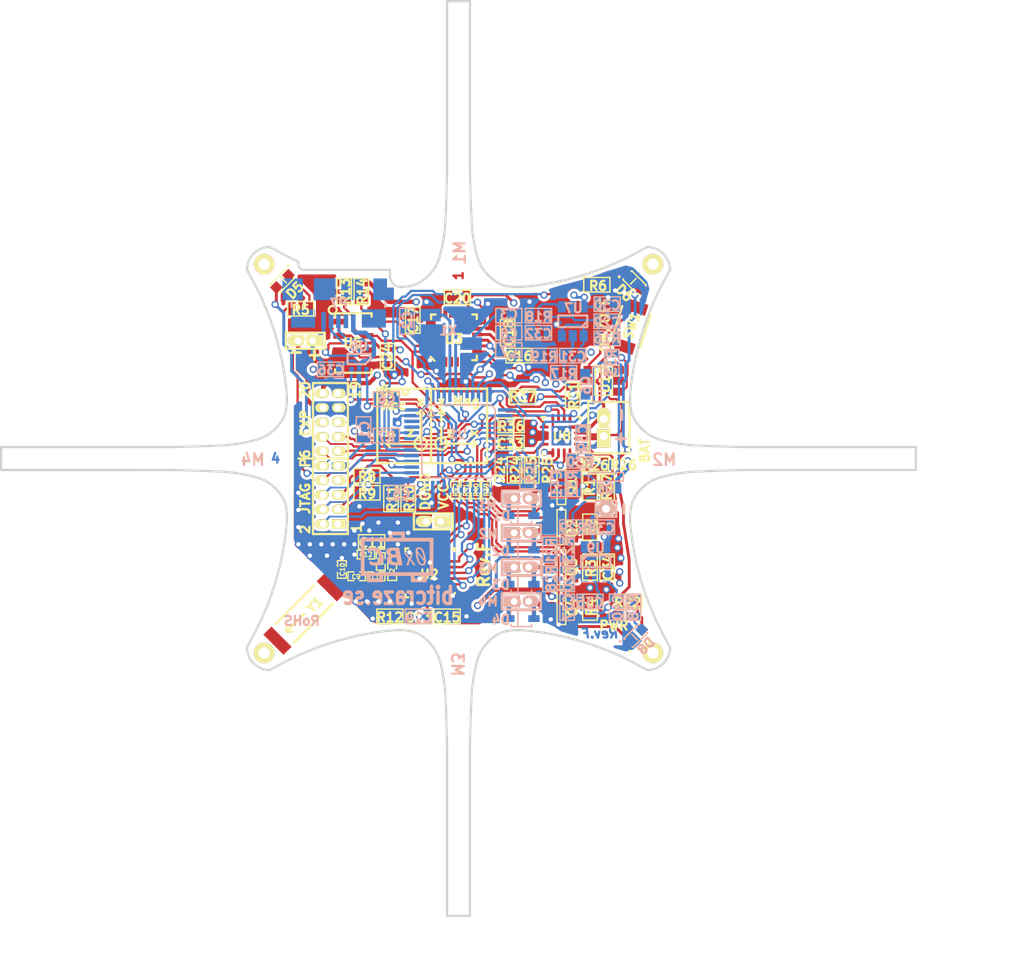
<source format=kicad_pcb>
(kicad_pcb (version 20211014) (generator pcbnew)
  (title_block (title "Crazyflie control board") (date "2021-08-09") (rev "F") (company "Costa Rica Institute of Technology") (comment 1 "Based on  Crazyflie - Bitcraze"))
  (layers (0 "F.Cu" signal "Front_L1") (1 "In1.Cu" power "Gnd_L2") (2 "In2.Cu" power "Vcc_L3") (31 "B.Cu" signal "Back_L4") (34 "B.Paste" user) (35 "F.Paste" user) (36 "B.SilkS" user "B.Silkscreen") (37 "F.SilkS" user "F.Silkscreen") (38 "B.Mask" user) (39 "F.Mask" user) (44 "Edge.Cuts" user))
  (net 0 "")
  (net 1 "+BATT")
  (net 2 "/BOOT0")
  (net 3 "Net-(C2-Pad1)")
  (net 4 "Net-(C3-Pad1)")
  (net 5 "/EXT_SPI_CS")
  (net 6 "/EXT_SPI_MISO")
  (net 7 "/EXT_SPI_MOSI")
  (net 8 "/EXT_SPI_SCK")
  (net 9 "Net-(C15-Pad1)")
  (net 10 "Net-(C17-Pad1)")
  (net 11 "Net-(C18-Pad1)")
  (net 12 "/LED_GREEN")
  (net 13 "/LED_RED")
  (net 14 "/MOTOR1")
  (net 15 "/MOTOR2")
  (net 16 "/MOTOR3")
  (net 17 "/MOTOR4")
  (net 18 "Net-(C29-Pad2)")
  (net 19 "/POWER/D+")
  (net 20 "/POWER/D-")
  (net 21 "Net-(C31-Pad1)")
  (net 22 "Net-(C32-Pad1)")
  (net 23 "Net-(C35-Pad2)")
  (net 24 "Net-(C40-Pad1)")
  (net 25 "/POWER/USBD+")
  (net 26 "/POWER/USBD-")
  (net 27 "/POWER/USB_CON")
  (net 28 "/POWER/VBAT")
  (net 29 "/POWER/VUSB")
  (net 30 "/SNRST")
  (net 31 "/TCK")
  (net 32 "/TDI")
  (net 33 "/TDO")
  (net 34 "/TMS")
  (net 35 "Net-(D5-Pad2)")
  (net 36 "Net-(D6-Pad2)")
  (net 37 "Net-(D7-Pad1)")
  (net 38 "Net-(D8-Pad1)")
  (net 39 "Net-(D1-Pad1)")
  (net 40 "/WIRELESS/W_CS")
  (net 41 "Net-(D2-Pad1)")
  (net 42 "AGND")
  (net 43 "DGND")
  (net 44 "GND")
  (net 45 "N-000005")
  (net 46 "N-000010")
  (net 47 "N-000011")
  (net 48 "N-000015")
  (net 49 "Net-(D3-Pad1)")
  (net 50 "Net-(D4-Pad1)")
  (net 51 "/EXT_I2C_SCL{slash}TX")
  (net 52 "/EXT_I2C_SDA{slash}RX")
  (net 53 "N-000046")
  (net 54 "N-000051")
  (net 55 "N-000052")
  (net 56 "N-000053")
  (net 59 "Net-(Q1-PadG)")
  (net 60 "Net-(Q2-PadG)")
  (net 61 "Net-(Q3-PadG)")
  (net 62 "Net-(Q4-PadG)")
  (net 63 "Net-(Q5-PadD)")
  (net 64 "Net-(Q6-PadD)")
  (net 65 "Net-(R12-Pad1)")
  (net 66 "/I2C_SCK_VCCA")
  (net 67 "/I2C_SCL_VCCA")
  (net 68 "/PGOOD")
  (net 69 "Net-(R24-Pad2)")
  (net 70 "Net-(R25-Pad2)")
  (net 71 "Net-(R26-Pad2)")
  (net 72 "Net-(R27-Pad2)")
  (net 73 "/SYSOFF")
  (net 74 "Net-(R33-Pad1)")
  (net 75 "Net-(SW1-Pad2)")
  (net 76 "/EN1")
  (net 77 "N-000096")
  (net 78 "N-000099")
  (net 79 "N-000100")
  (net 80 "/INT_GA")
  (net 81 "N-000102")
  (net 82 "N-000103")
  (net 83 "VCC")
  (net 84 "VCCA")
  (net 85 "VCOM")
  (net 86 "/CHG")
  (net 87 "/SPI_SCK")
  (net 88 "/SPI_MISO")
  (net 89 "/SPI_MOSI")
  (net 90 "/W_CK")
  (net 91 "/W_INT")
  (net 92 "/W_CE")
  (net 93 "/EN2")
  (net 95 "Net-(C11-Pad1)")
  (net 96 "Net-(L2-Pad2)")
  (net 97 "Net-(L1-Pad2)")
  (net 98 "unconnected-(U3-Pad6)")
  (net 102 "/IMU/FSYNC")
  (net 103 "unconnected-(U3-Pad7)")
  (net 107 "Net-(C10-Pad1)")
  (footprint "SOT23GDS" (layer "F.Cu") (at 149.00148 103.50246 -90)
    (fp_text reference "Q1")
    (fp_text value "PMV31XN" hide)
  )
  (footprint "SOT23GDS" (layer "F.Cu") (at 149.00148 107.00258 -90)
    (fp_text reference "Q2")
    (fp_text value "PMV31XN" hide)
  )
  (footprint "SOT23GDS" (layer "F.Cu") (at 149.00148 110.5027 -90)
    (fp_text reference "Q3")
    (fp_text value "PMV31XN" hide)
  )
  (footprint "SOT23GDS" (layer "F.Cu") (at 149.00148 114.00282 -90)
    (fp_text reference "Q4")
    (fp_text value "PMV31XN" hide)
  )
  (footprint "SOT23_6" (layer "F.Cu") (at 152.69972 94.20352 -90)
    (fp_text reference "U10")
    (fp_text value "MAX16054" hide)
  )
  (footprint "SM0603_Capa" (layer "F.Cu") (at 152.99944 110.5027 90)
    (fp_text reference "C34")
    (fp_text value "4.7uF" hide)
  )
  (footprint "SM0402" (layer "F.Cu") (at 133.20014 110.00232 -90)
    (fp_text reference "L3")
    (fp_text value "2.7nH" hide)
  )
  (footprint "SM0402" (layer "F.Cu") (at 134.2009 110.90402 90)
    (fp_text reference "L2")
    (fp_text value "8.2nH" hide)
  )
  (footprint "SM0402" (layer "F.Cu") (at 132.79882 111.3028)
    (fp_text reference "L1")
    (fp_text value "3.9nH" hide)
  )
  (footprint "SM0402" (layer "F.Cu") (at 131.09956 111.3028)
    (fp_text reference "C9")
    (fp_text value "1.5pF" hide)
  )
  (footprint "SM0402" (layer "F.Cu") (at 129.79908 110.70336 90)
    (fp_text reference "C10")
    (fp_text value "1.0pF" hide)
  )
  (footprint "SM0603" (layer "F.Cu") (at 132.40004 108.30306 180)
    (fp_text reference "C11")
    (fp_text value "2.2nF" hide)
  )
  (footprint "SM0402" (layer "F.Cu") (at 131.89966 109.40288 180)
    (fp_text reference "C12")
    (fp_text value "4.7pF" hide)
  )
  (footprint "SM0603_Capa" (layer "F.Cu") (at 136.4996 114.80292 180)
    (fp_text reference "C13")
    (fp_text value "10nF" hide)
  )
  (footprint "SM0603_Capa" (layer "F.Cu") (at 138.99896 114.80292)
    (fp_text reference "C15")
    (fp_text value "33nF" hide)
  )
  (footprint "SM0603_Capa" (layer "F.Cu") (at 145.3007 92.00388)
    (fp_text reference "C16")
    (fp_text value "10nF" hide)
  )
  (footprint "SM0603_Capa" (layer "F.Cu") (at 135.99922 88.90254 90)
    (fp_text reference "C17")
    (fp_text value "2.2nF" hide)
  )
  (footprint "SM0603_Capa" (layer "F.Cu") (at 144.29994 90.00236 90)
    (fp_text reference "C18")
    (fp_text value "100nF" hide)
  )
  (footprint "SM0603_Capa" (layer "F.Cu") (at 139.90066 86.90356 180)
    (fp_text reference "C20")
    (fp_text value "100nF" hide)
  )
  (footprint "SM0603" (layer "F.Cu") (at 131.50088 86.40318 -90)
    (fp_text reference "R14")
    (fp_text value "2.2k" hide)
  )
  (footprint "SM0603" (layer "F.Cu") (at 129.99974 86.40318 -90)
    (fp_text reference "R13")
    (fp_text value "2.2k" hide)
  )
  (footprint "SM0603" (layer "F.Cu") (at 154.89936 113.50244 180)
    (fp_text reference "R22")
    (fp_text value "1k" hide)
  )
  (footprint "SM0603" (layer "F.Cu") (at 151.99868 101.50348 180)
    (fp_text reference "R26")
    (fp_text value "1.2K" hide)
  )
  (footprint "SM0603" (layer "F.Cu") (at 152.99944 103.50246 90)
    (fp_text reference "R27")
    (fp_text value "10k" hide)
  )
  (footprint "SM0603" (layer "F.Cu") (at 131.99872 104.00284 180)
    (fp_text reference "R9")
    (fp_text value "10k" hide)
  )
  (footprint "SM0603" (layer "F.Cu") (at 131.99872 102.50424 180)
    (fp_text reference "R8")
    (fp_text value "10k" hide)
  )
  (footprint "SM0603" (layer "F.Cu") (at 126.1999 87.90432)
    (fp_text reference "R5")
    (fp_text value "330R" hide)
  )
  (footprint "SM0603" (layer "F.Cu") (at 151.50084 114.00282 90)
    (fp_text reference "R4")
    (fp_text value "10k" hide)
  )
  (footprint "SM0603" (layer "F.Cu") (at 151.50084 110.5027 90)
    (fp_text reference "R3")
    (fp_text value "10k" hide)
  )
  (footprint "SM0603" (layer "F.Cu") (at 151.50084 107.00258 90)
    (fp_text reference "R2")
    (fp_text value "10k" hide)
  )
  (footprint "SM0603" (layer "F.Cu") (at 151.50084 103.50246 90)
    (fp_text reference "R1")
    (fp_text value "10k" hide)
  )
  (footprint "QFN20-4x4mm" (layer "F.Cu") (at 137.50036 111.00308 180)
    (fp_text reference "U2")
    (fp_text value "NRF24L01+" hide)
  )
  (footprint "QFN16" (layer "F.Cu") (at 148.99894 99.00412 180)
    (fp_text reference "U8")
    (fp_text value "BQ24075" hide)
  )
  (footprint "SMDLED-0603" (layer "F.Cu") (at 155.4988 116.50218 -135)
    (fp_text reference "D7")
    (fp_text value "BLUE LED" hide)
  )
  (footprint "SMDLED-0603" (layer "F.Cu") (at 155.39974 85.60308 135)
    (fp_text reference "D6")
    (fp_text value "GREEN LED" hide)
  )
  (footprint "SMDLED-0603" (layer "F.Cu") (at 124.5997 85.50402 45)
    (fp_text reference "D5")
    (fp_text value "RED LED" hide)
  )
  (footprint "SM0603" (layer "F.Cu") (at 149.9997 95.504 -90)
    (fp_text reference "R31")
    (fp_text value "100k" hide)
  )
  (footprint "SM0603" (layer "F.Cu") (at 144.89938 102.00386 90)
    (fp_text reference "R24")
    (fp_text value "1.2k" hide)
  )
  (footprint "SM0603" (layer "F.Cu") (at 134.00024 114.80292 180)
    (fp_text reference "R12")
    (fp_text value "22k" hide)
  )
  (footprint "SM0603" (layer "F.Cu") (at 134.0993 104.50322 -90)
    (fp_text reference "R11")
    (fp_text value "NM" hide)
  )
  (footprint "PINHEADER_127_2X10" (layer "F.Cu") (at 128.80086 101.0031 90)
    (fp_text reference "P6")
    (fp_text value "CONN_10X2" hide)
  )
  (footprint "PINHEADER_127_2X1" (layer "F.Cu") (at 137.80008 106.5022 90)
    (fp_text reference "P5")
    (fp_text value "CONN_2" hide)
  )
  (footprint "SM0603" (layer "F.Cu") (at 135.60044 104.50322 -90)
    (fp_text reference "R10")
    (fp_text value "NM" hide)
  )
  (footprint "SM0603_Capa" (layer "F.Cu") (at 144.59966 99.60356 180)
    (fp_text reference "C33")
    (fp_text value "100nF" hide)
  )
  (footprint "EDGE_S_LONG" (layer "F.Cu") (at 139.99972 101.0031 -90)
    (fp_text reference "PCB_EDGE2" hide)
    (fp_text value "VAL**" hide)
    (fp_line (start -1.17 -20.26) (end -1.09 -21.97) (layer "Edge.Cuts") (width 0.2))
    (fp_line (start -2.29108 -16.38046) (end -2.46888 -16.16964) (layer "Edge.Cuts") (width 0.20066))
    (fp_line (start -15.40002 -17.89938) (end -16.50238 -18.50136) (layer "Edge.Cuts") (width 0.20066))
    (fp_line (start -1.3 -19.26) (end -1.17 -20.2565) (layer "Edge.Cuts") (width 0.2))
    (fp_line (start -21.97 -1.09) (end -25 -1) (layer "Edge.Cuts") (width 0.2))
    (fp_line (start -17.02308 -1.8923) (end -17.42 -1.72) (layer "Edge.Cuts") (width 0.2))
    (fp_line (start -16.70304 -12.8016) (end -17.20342 -14.00302) (layer "Edge.Cuts") (width 0.20066))
    (fp_line (start -16.61922 -2.1209) (end -16.36522 -2.30378) (layer "Edge.Cuts") (width 0.20066))
    (fp_line (start -15.40256 -8.40232) (end -15.60322 -9.30148) (layer "Edge.Cuts") (width 0.20066))
    (fp_line (start -16.002 -10.80262) (end -16.40332 -12.0015) (layer "Edge.Cuts") (width 0.20066))
    (fp_line (start -18.59 -1.42) (end -19.26 -1.3) (layer "Edge.Cuts") (width 0.2))
    (fp_line (start -17.90192 -15.40256) (end -18.50136 -16.50238) (layer "Edge.Cuts") (width 0.20066))
    (fp_line (start -16.84528 -1.97866) (end -17.02308 -1.8923) (layer "Edge.Cuts") (width 0.2))
    (fp_line (start -15.25016 -3.68046) (end -15.18158 -3.85318) (layer "Edge.Cuts") (width 0.20066))
    (fp_line (start -3.89128 -15.17142) (end -4.15036 -15.1003) (layer "Edge.Cuts") (width 0.20066))
    (fp_line (start -1.72 -17.42) (end -1.59 -17.84) (layer "Edge.Cuts") (width 0.2))
    (fp_line (start -5.20954 -15.00124) (end -5.43052 -15.00124) (layer "Edge.Cuts") (width 0.20066))
    (fp_line (start -3.45948 -15.36192) (end -3.6576 -15.26032) (layer "Edge.Cuts") (width 0.20066))
    (fp_line (start -15.2019 -7.20344) (end -15.40256 -8.40232) (layer "Edge.Cuts") (width 0.20066))
    (fp_line (start -15.00124 -5.4356) (end -15.10284 -6.5024) (layer "Edge.Cuts") (width 0.20066))
    (fp_line (start -1.95834 -16.87322) (end -2.09042 -16.65986) (layer "Edge.Cuts") (width 0.20066))
    (fp_line (start -15.33906 -3.50012) (end -15.25016 -3.68046) (layer "Edge.Cuts") (width 0.20066))
    (fp_line (start -9.29894 -15.60068) (end -10.80008 -15.99946) (layer "Edge.Cuts") (width 0.20066))
    (fp_line (start -15.73022 -2.93116) (end -15.60068 -3.0988) (layer "Edge.Cuts") (width 0.20066))
    (fp_line (start -4.38912 -15.05966) (end -4.8641 -15.00886) (layer "Edge.Cuts") (width 0.20066))
    (fp_line (start -19.26 -1.3) (end -20.25396 -1.17) (layer "Edge.Cuts") (width 0.2))
    (fp_line (start -11.99896 -16.40078) (end -12.79906 -16.7005) (layer "Edge.Cuts") (width 0.20066))
    (fp_line (start -15.05966 -4.38912) (end -15.00886 -4.86918) (layer "Edge.Cuts") (width 0.20066))
    (fp_line (start -10.80008 -15.99946) (end -11.99896 -16.40078) (layer "Edge.Cuts") (width 0.20066))
    (fp_line (start -16.16964 -2.46888) (end -16.36522 -2.30378) (layer "Edge.Cuts") (width 0.20066))
    (fp_line (start -14.00048 -17.20088) (end -15.40002 -17.89938) (layer "Edge.Cuts") (width 0.20066))
    (fp_line (start -2.60096 -16.02994) (end -2.77876 -15.85976) (layer "Edge.Cuts") (width 0.20066))
    (fp_line (start -2.77876 -15.85976) (end -2.93116 -15.73022) (layer "Edge.Cuts") (width 0.20066))
    (fp_line (start -4.8641 -15.00886) (end -5.20954 -15.00124) (layer "Edge.Cuts") (width 0.20066))
    (fp_line (start -3.0988 -15.60068) (end -3.31978 -15.45082) (layer "Edge.Cuts") (width 0.20066))
    (fp_line (start -15.00378 -5.17144) (end -15.00124 -5.4356) (layer "Edge.Cuts") (width 0.20066))
    (fp_line (start -1.09 -21.97) (end -1 -25) (layer "Edge.Cuts") (width 0.2))
    (fp_line (start -15.60322 -9.30148) (end -16.002 -10.80262) (layer "Edge.Cuts") (width 0.20066))
    (fp_line (start -16.16964 -2.46888) (end -16.02994 -2.60096) (layer "Edge.Cuts") (width 0.20066))
    (fp_line (start -15.85976 -2.77876) (end -15.73022 -2.93116) (layer "Edge.Cuts") (width 0.20066))
    (fp_line (start -1.59 -17.84) (end -1.42 -18.59788) (layer "Edge.Cuts") (width 0.2))
    (fp_line (start -1.42 -18.6) (end -1.3 -19.26) (layer "Edge.Cuts") (width 0.2))
    (fp_line (start -5.43052 -15.00124) (end -6.49986 -15.1003) (layer "Edge.Cuts") (width 0.20066))
    (fp_line (start -6.49986 -15.1003) (end -7.2009 -15.19936) (layer "Edge.Cuts") (width 0.20066))
    (fp_line (start -1.96 -16.87) (end -1.86 -17.07) (layer "Edge.Cuts") (width 0.2))
    (fp_line (start -1.86 -17.07) (end -1.72 -17.42) (layer "Edge.Cuts") (width 0.2))
    (fp_line (start -15.10284 -6.5024) (end -15.2019 -7.20344) (layer "Edge.Cuts") (width 0.20066))
    (fp_line (start -15.45082 -3.31978) (end -15.33906 -3.50012) (layer "Edge.Cuts") (width 0.20066))
    (fp_line (start -12.79906 -16.7005) (end -14.00048 -17.20088) (layer "Edge.Cuts") (width 0.20066))
    (fp_line (start -17.84 -1.59) (end -18.59 -1.42) (layer "Edge.Cuts") (width 0.2))
    (fp_line (start -15.18158 -3.85318) (end -15.1003 -4.15036) (layer "Edge.Cuts") (width 0.20066))
    (fp_line (start -2.46888 -16.16964) (end -2.60096 -16.02994) (layer "Edge.Cuts") (width 0.20066))
    (fp_line (start -7.2009 -15.19936) (end -8.39978 -15.40002) (layer "Edge.Cuts") (width 0.20066))
    (fp_line (start -16.84528 -1.97866) (end -16.61922 -2.1209) (layer "Edge.Cuts") (width 0.20066))
    (fp_line (start -17.20342 -14.00302) (end -17.90192 -15.40256) (layer "Edge.Cuts") (width 0.20066))
    (fp_line (start -16.40332 -12.0015) (end -16.70304 -12.8016) (layer "Edge.Cuts") (width 0.20066))
    (fp_line (start -15.60068 -3.0988) (end -15.45082 -3.31978) (layer "Edge.Cuts") (width 0.20066))
    (fp_line (start -20.2565 -1.17) (end -21.97 -1.09) (layer "Edge.Cuts") (width 0.2))
    (fp_line (start -2.93116 -15.73022) (end -3.0988 -15.60068) (layer "Edge.Cuts") (width 0.20066))
    (fp_line (start -3.31978 -15.45082) (end -3.45948 -15.36192) (layer "Edge.Cuts") (width 0.20066))
    (fp_line (start -15.00886 -4.86918) (end -15.00378 -5.17398) (layer "Edge.Cuts") (width 0.20066))
    (fp_line (start -16.02994 -2.60096) (end -15.85976 -2.77876) (layer "Edge.Cuts") (width 0.20066))
    (fp_line (start -4.15036 -15.1003) (end -4.38912 -15.05966) (layer "Edge.Cuts") (width 0.20066))
    (fp_line (start -3.6576 -15.26032) (end -3.89128 -15.17142) (layer "Edge.Cuts") (width 0.20066))
    (fp_line (start -8.39978 -15.40002) (end -9.29894 -15.60068) (layer "Edge.Cuts") (width 0.20066))
    (fp_line (start -15.1003 -4.15036) (end -15.05966 -4.38912) (layer "Edge.Cuts") (width 0.20066))
    (fp_line (start -17.42 -1.72) (end -17.84 -1.59) (layer "Edge.Cuts") (width 0.2))
    (fp_line (start -2.09042 -16.65986) (end -2.29108 -16.38046) (layer "Edge.Cuts") (width 0.20066))
    (fp_arc (start -18.50136 -16.50238) (mid -17.91513 -17.91513) (end -16.50238 -18.50136) (layer "Edge.Cuts") (width 0.20066))
  )
  (footprint "SM0603" (layer "F.Cu") (at 152.10028 85.80374)
    (fp_text reference "R6")
    (fp_text value "220R" hide)
  )
  (footprint "SM0603" (layer "F.Cu") (at 146.40052 102.00386 90)
    (fp_text reference "R25")
    (fp_text value "10k" hide)
  )
  (footprint "CHIP-ANT-6.5x2.2" (layer "F.Cu") (at 126.49962 114.60226 -135)
    (fp_text reference "Y1")
    (fp_text value "CHIP_ANTENNA" hide)
  )
  (footprint "PINHEADER_127_2X1" (layer "F.Cu") (at 126.60122 90.70086 90)
    (fp_text reference "P8")
    (fp_text value "CONN_2" hide)
  )
  (footprint "JST-B2B-ZR" (layer "F.Cu") (at 152.69972 98.30054 90)
    (fp_text reference "BT1")
    (fp_text value "BATTERY" hide)
  )
  (footprint "SM0603" (layer "F.Cu") (at 144.59966 98.10242)
    (fp_text reference "R36")
    (fp_text value "10k" hide)
  )
  (footprint "SM0603" (layer "F.Cu") (at 145.60042 95.60306)
    (fp_text reference "R37")
    (fp_text value "10k" hide)
  )
  (footprint "SPST-NO-4x2.5" (layer "F.Cu") (at 155.10002 89.50198 72)
    (fp_text reference "SW1")
    (fp_text value "PUSH ON/OFF" hide)
  )
  (footprint "SM0603_Capa" (layer "F.Cu") (at 133.79958 92.10294 -90)
    (fp_text reference "C24")
    (fp_text value "100nF" hide)
  )
  (footprint "MS5611" (layer "F.Cu") (at 130.79984 90.90406)
    (fp_text reference "U5")
    (fp_text value "MS5611-01BA03" hide)
  )
  (footprint "EDGE_S_LONG_USB" (layer "F.Cu") (at 139.99972 101.0031)
    (fp_text reference "PCB_EDGE1" hide)
    (fp_text value "VAL**" hide)
    (fp_line (start -3.68046 -15.25016) (end -3.8608 -15.17904) (layer "Edge.Cuts") (width 0.20066))
    (fp_line (start -3.31978 -15.45082) (end -3.50012 -15.33906) (layer "Edge.Cuts") (width 0.20066))
    (fp_line (start -15.25016 -3.68046) (end -15.17904 -3.8608) (layer "Edge.Cuts") (width 0.20066))
    (fp_line (start -2.60096 -16.02994) (end -2.77876 -15.85976) (layer "Edge.Cuts") (width 0.20066))
    (fp_line (start -1.72 -17.42) (end -1.59 -17.84) (layer "Edge.Cuts") (width 0.2))
    (fp_line (start -2.46888 -16.16964) (end -2.60096 -16.02994) (layer "Edge.Cuts") (width 0.20066))
    (fp_line (start -17.41424 -1.72212) (end -17.8435 -1.59258) (layer "Edge.Cuts") (width 0.2))
    (fp_line (start -15.85976 -2.77876) (end -15.73022 -2.93116) (layer "Edge.Cuts") (width 0.20066))
    (fp_line (start -15.40002 -17.89938) (end -16.49984 -18.49882) (layer "Edge.Cuts") (width 0.20066))
    (fp_line (start -3.50012 -15.33906) (end -3.68046 -15.25016) (layer "Edge.Cuts") (width 0.20066))
    (fp_line (start -16.002 -10.80262) (end -16.40332 -12.0015) (layer "Edge.Cuts") (width 0.20066))
    (fp_line (start -2.29108 -16.38046) (end -2.46888 -16.16964) (layer "Edge.Cuts") (width 0.20066))
    (fp_line (start -15.45082 -3.31978) (end -15.33906 -3.50012) (layer "Edge.Cuts") (width 0.20066))
    (fp_line (start -18.59788 -1.41986) (end -19.27098 -1.29794) (layer "Edge.Cuts") (width 0.2))
    (fp_line (start -17.90192 -15.40256) (end -18.50136 -16.50238) (layer "Edge.Cuts") (width 0.20066))
    (fp_line (start -16.83258 -1.9812) (end -16.5989 -2.12598) (layer "Edge.Cuts") (width 0.20066))
    (fp_line (start -16.5989 -2.12598) (end -16.19504 -2.44348) (layer "Edge.Cuts") (width 0.20066))
    (fp_line (start -1.9558 -16.87576) (end -2.09042 -16.65986) (layer "Edge.Cuts") (width 0.20066))
    (fp_line (start -15.40256 -8.40232) (end -15.60322 -9.30148) (layer "Edge.Cuts") (width 0.20066))
    (fp_line (start -1.41986 -18.58518) (end -1.3 -19.26) (layer "Edge.Cuts") (width 0.2))
    (fp_line (start -15.60322 -9.30148) (end -16.002 -10.80262) (layer "Edge.Cuts") (width 0.20066))
    (fp_line (start -15.05966 -4.38912) (end -15.00886 -4.86664) (layer "Edge.Cuts") (width 0.20066))
    (fp_line (start -16.01216 -2.6162) (end -15.85976 -2.77876) (layer "Edge.Cuts") (width 0.20066))
    (fp_line (start -5.99948 -15.99946) (end -5.99948 -16.49984) (layer "Edge.Cuts") (width 0.20066))
    (fp_line (start -4.38912 -15.05966) (end -4.86156 -15.00886) (layer "Edge.Cuts") (width 0.20066))
    (fp_line (start -15.00886 -4.86918) (end -15.00124 -5.20954) (layer "Edge.Cuts") (width 0.20066))
    (fp_line (start -1.9558 -16.87576) (end -1.86 -17.07) (layer "Edge.Cuts") (width 0.2))
    (fp_line (start -16.40332 -12.0015) (end -16.70304 -12.8016) (layer "Edge.Cuts") (width 0.20066))
    (fp_line (start -15.10284 -6.5024) (end -15.2019 -7.20344) (layer "Edge.Cuts") (width 0.20066))
    (fp_line (start -14.00048 -17.00022) (end -14.00048 -17.20088) (layer "Edge.Cuts") (width 0.20066))
    (fp_line (start -1.59004 -17.84) (end -1.42 -18.58772) (layer "Edge.Cuts") (width 0.2))
    (fp_line (start -15.00124 -5.21208) (end -15.00632 -5.42544) (layer "Edge.Cuts") (width 0.20066))
    (fp_line (start -17.8435 -1.59258) (end -18.6 -1.42) (layer "Edge.Cuts") (width 0.2))
    (fp_line (start -1.17094 -20.25142) (end -1.09 -21.97) (layer "Edge.Cuts") (width 0.2))
    (fp_line (start -2.09042 -16.65986) (end -2.29108 -16.38046) (layer "Edge.Cuts") (width 0.20066))
    (fp_line (start -15.2019 -7.20344) (end -15.40256 -8.40232) (layer "Edge.Cuts") (width 0.20066))
    (fp_line (start -15.33906 -3.50012) (end -15.25016 -3.68046) (layer "Edge.Cuts") (width 0.20066))
    (fp_line (start -4.15036 -15.1003) (end -4.38912 -15.05966) (layer "Edge.Cuts") (width 0.20066))
    (fp_line (start -5.99948 -16.49984) (end -13.5001 -16.49984) (layer "Edge.Cuts") (width 0.20066))
    (fp_line (start -3.0988 -15.60068) (end -3.31978 -15.45082) (layer "Edge.Cuts") (width 0.20066))
    (fp_line (start -16.83258 -1.9812) (end -17.09674 -1.84912) (layer "Edge.Cuts") (width 0.2))
    (fp_line (start -15.00632 -5.42544) (end -15.10284 -6.5024) (layer "Edge.Cuts") (width 0.20066))
    (fp_line (start -15.17904 -3.8608) (end -15.1003 -4.15036) (layer "Edge.Cuts") (width 0.20066))
    (fp_line (start -5.00126 -15.00124) (end -4.85902 -15.00886) (layer "Edge.Cuts") (width 0.20066))
    (fp_line (start -2.93116 -15.73022) (end -3.0988 -15.60068) (layer "Edge.Cuts") (width 0.20066))
    (fp_line (start -16.70304 -12.8016) (end -17.20342 -14.00302) (layer "Edge.Cuts") (width 0.20066))
    (fp_line (start -19.27098 -1.29794) (end -20.25 -1.17) (layer "Edge.Cuts") (width 0.2))
    (fp_line (start -1.3 -19.26) (end -1.17094 -20.25142) (layer "Edge.Cuts") (width 0.2))
    (fp_line (start -14.00048 -17.20088) (end -15.40002 -17.89938) (layer "Edge.Cuts") (width 0.20066))
    (fp_line (start -1.86 -17.07) (end -1.72 -17.42) (layer "Edge.Cuts") (width 0.2))
    (fp_line (start -15.1003 -4.15036) (end -15.05966 -4.38912) (layer "Edge.Cuts") (width 0.20066))
    (fp_line (start -17.20342 -14.00302) (end -17.90192 -15.40256) (layer "Edge.Cuts") (width 0.20066))
    (fp_line (start -15.60068 -3.0988) (end -15.45082 -3.31978) (layer "Edge.Cuts") (width 0.20066))
    (fp_line (start -21.97 -1.09) (end -25 -1) (layer "Edge.Cuts") (width 0.2))
    (fp_line (start -20.25 -1.17) (end -21.97 -1.09) (layer "Edge.Cuts") (width 0.2))
    (fp_line (start -17.09674 -1.84912) (end -17.41424 -1.72212) (layer "Edge.Cuts") (width 0.2))
    (fp_line (start -3.8608 -15.17904) (end -4.15036 -15.1003) (layer "Edge.Cuts") (width 0.20066))
    (fp_line (start -1.09 -21.97) (end -1 -25) (layer "Edge.Cuts") (width 0.2))
    (fp_line (start -15.73022 -2.93116) (end -15.60068 -3.0988) (layer "Edge.Cuts") (width 0.20066))
    (fp_line (start -2.77876 -15.85976) (end -2.93116 -15.73022) (layer "Edge.Cuts") (width 0.20066))
    (fp_line (start -16.19504 -2.44348) (end -16.01216 -2.6162) (layer "Edge.Cuts") (width 0.20066))
    (fp_arc (start -18.50136 -16.50238) (mid -17.914231 -17.916027) (end -16.49984 -18.501362) (layer "Edge.Cuts") (width 0.20066))
    (fp_arc (start -13.5001 -16.49984) (mid -13.853922 -16.646398) (end -14.00048 -17.00022) (layer "Edge.Cuts") (width 0.20066))
    (fp_arc (start -5.00126 -15.00124) (mid -5.707108 -15.293612) (end -5.99948 -15.99946) (layer "Edge.Cuts") (width 0.20066))
  )
  (footprint "SM0402" (layer "F.Cu") (at 142.40002 103.74884 -90)
    (fp_text reference "R39")
    (fp_text value "100R" hide)
  )
  (footprint "SM0402" (layer "F.Cu") (at 141.50086 103.74884 -90)
    (fp_text reference "R40")
    (fp_text value "100R" hide)
  )
  (footprint "SM0402" (layer "F.Cu") (at 140.59916 103.74884 -90)
    (fp_text reference "R41")
    (fp_text value "100R" hide)
  )
  (footprint "SM0402" (layer "F.Cu") (at 139.7 103.74884 -90)
    (fp_text reference "R42")
    (fp_text value "100R" hide)
  )
  (footprint "EDGE_S_LONG" (layer "F.Cu") (at 139.99972 101.0031 180)
    (fp_text reference "PCB_EDGE3" hide)
    (fp_text value "VAL**" hide)
    (fp_line (start -16.84528 -1.97866) (end -16.61922 -2.1209) (layer "Edge.Cuts") (width 0.20066))
    (fp_line (start -16.70304 -12.8016) (end -17.20342 -14.00302) (layer "Edge.Cuts") (width 0.20066))
    (fp_line (start -15.05966 -4.38912) (end -15.00886 -4.86918) (layer "Edge.Cuts") (width 0.20066))
    (fp_line (start -1.59 -17.84) (end -1.42 -18.59788) (layer "Edge.Cuts") (width 0.2))
    (fp_line (start -17.90192 -15.40256) (end -18.50136 -16.50238) (layer "Edge.Cuts") (width 0.20066))
    (fp_line (start -4.15036 -15.1003) (end -4.38912 -15.05966) (layer "Edge.Cuts") (width 0.20066))
    (fp_line (start -19.26 -1.3) (end -20.25396 -1.17) (layer "Edge.Cuts") (width 0.2))
    (fp_line (start -15.60068 -3.0988) (end -15.45082 -3.31978) (layer "Edge.Cuts") (width 0.20066))
    (fp_line (start -21.97 -1.09) (end -25 -1) (layer "Edge.Cuts") (width 0.2))
    (fp_line (start -8.39978 -15.40002) (end -9.29894 -15.60068) (layer "Edge.Cuts") (width 0.20066))
    (fp_line (start -17.20342 -14.00302) (end -17.90192 -15.40256) (layer "Edge.Cuts") (width 0.20066))
    (fp_line (start -9.29894 -15.60068) (end -10.80008 -15.99946) (layer "Edge.Cuts") (width 0.20066))
    (fp_line (start -4.8641 -15.00886) (end -5.20954 -15.00124) (layer "Edge.Cuts") (width 0.20066))
    (fp_line (start -15.00124 -5.4356) (end -15.10284 -6.5024) (layer "Edge.Cuts") (width 0.20066))
    (fp_line (start -15.1003 -4.15036) (end -15.05966 -4.38912) (layer "Edge.Cuts") (width 0.20066))
    (fp_line (start -16.02994 -2.60096) (end -15.85976 -2.77876) (layer "Edge.Cuts") (width 0.20066))
    (fp_line (start -15.00886 -4.86918) (end -15.00378 -5.17398) (layer "Edge.Cuts") (width 0.20066))
    (fp_line (start -15.25016 -3.68046) (end -15.18158 -3.85318) (layer "Edge.Cuts") (width 0.20066))
    (fp_line (start -16.002 -10.80262) (end -16.40332 -12.0015) (layer "Edge.Cuts") (width 0.20066))
    (fp_line (start -1.3 -19.26) (end -1.17 -20.2565) (layer "Edge.Cuts") (width 0.2))
    (fp_line (start -3.0988 -15.60068) (end -3.31978 -15.45082) (layer "Edge.Cuts") (width 0.20066))
    (fp_line (start -2.29108 -16.38046) (end -2.46888 -16.16964) (layer "Edge.Cuts") (width 0.20066))
    (fp_line (start -2.09042 -16.65986) (end -2.29108 -16.38046) (layer "Edge.Cuts") (width 0.20066))
    (fp_line (start -16.61922 -2.1209) (end -16.36522 -2.30378) (layer "Edge.Cuts") (width 0.20066))
    (fp_line (start -2.93116 -15.73022) (end -3.0988 -15.60068) (layer "Edge.Cuts") (width 0.20066))
    (fp_line (start -18.59 -1.42) (end -19.26 -1.3) (layer "Edge.Cuts") (width 0.2))
    (fp_line (start -17.42 -1.72) (end -17.84 -1.59) (layer "Edge.Cuts") (width 0.2))
    (fp_line (start -16.16964 -2.46888) (end -16.36522 -2.30378) (layer "Edge.Cuts") (width 0.20066))
    (fp_line (start -3.6576 -15.26032) (end -3.89128 -15.17142) (layer "Edge.Cuts") (width 0.20066))
    (fp_line (start -15.45082 -3.31978) (end -15.33906 -3.50012) (layer "Edge.Cuts") (width 0.20066))
    (fp_line (start -15.00378 -5.17144) (end -15.00124 -5.4356) (layer "Edge.Cuts") (width 0.20066))
    (fp_line (start -5.43052 -15.00124) (end -6.49986 -15.1003) (layer "Edge.Cuts") (width 0.20066))
    (fp_line (start -16.40332 -12.0015) (end -16.70304 -12.8016) (layer "Edge.Cuts") (width 0.20066))
    (fp_line (start -2.46888 -16.16964) (end -2.60096 -16.02994) (layer "Edge.Cuts") (width 0.20066))
    (fp_line (start -1.72 -17.42) (end -1.59 -17.84) (layer "Edge.Cuts") (width 0.2))
    (fp_line (start -2.60096 -16.02994) (end -2.77876 -15.85976) (layer "Edge.Cuts") (width 0.20066))
    (fp_line (start -15.40256 -8.40232) (end -15.60322 -9.30148) (layer "Edge.Cuts") (width 0.20066))
    (fp_line (start -1.17 -20.26) (end -1.09 -21.97) (layer "Edge.Cuts") (width 0.2))
    (fp_line (start -4.38912 -15.05966) (end -4.8641 -15.00886) (layer "Edge.Cuts") (width 0.20066))
    (fp_line (start -15.73022 -2.93116) (end -15.60068 -3.0988) (layer "Edge.Cuts") (width 0.20066))
    (fp_line (start -16.16964 -2.46888) (end -16.02994 -2.60096) (layer "Edge.Cuts") (width 0.20066))
    (fp_line (start -12.79906 -16.7005) (end -14.00048 -17.20088) (layer "Edge.Cuts") (width 0.20066))
    (fp_line (start -1.86 -17.07) (end -1.72 -17.42) (layer "Edge.Cuts") (width 0.2))
    (fp_line (start -1.42 -18.6) (end -1.3 -19.26) (layer "Edge.Cuts") (width 0.2))
    (fp_line (start -2.77876 -15.85976) (end -2.93116 -15.73022) (layer "Edge.Cuts") (width 0.20066))
    (fp_line (start -6.49986 -15.1003) (end -7.2009 -15.19936) (layer "Edge.Cuts") (width 0.20066))
    (fp_line (start -3.31978 -15.45082) (end -3.45948 -15.36192) (layer "Edge.Cuts") (width 0.20066))
    (fp_line (start -11.99896 -16.40078) (end -12.79906 -16.7005) (layer "Edge.Cuts") (width 0.20066))
    (fp_line (start -15.33906 -3.50012) (end -15.25016 -3.68046) (layer "Edge.Cuts") (width 0.20066))
    (fp_line (start -10.80008 -15.99946) (end -11.99896 -16.40078) (layer "Edge.Cuts") (width 0.20066))
    (fp_line (start -15.2019 -7.20344) (end -15.40256 -8.40232) (layer "Edge.Cuts") (width 0.20066))
    (fp_line (start -15.85976 -2.77876) (end -15.73022 -2.93116) (layer "Edge.Cuts") (width 0.20066))
    (fp_line (start -1.09 -21.97) (end -1 -25) (layer "Edge.Cuts") (width 0.2))
    (fp_line (start -15.60322 -9.30148) (end -16.002 -10.80262) (layer "Edge.Cuts") (width 0.20066))
    (fp_line (start -5.20954 -15.00124) (end -5.43052 -15.00124) (layer "Edge.Cuts") (width 0.20066))
    (fp_line (start -7.2009 -15.19936) (end -8.39978 -15.40002) (layer "Edge.Cuts") (width 0.20066))
    (fp_line (start -14.00048 -17.20088) (end -15.40002 -17.89938) (layer "Edge.Cuts") (width 0.20066))
    (fp_line (start -16.84528 -1.97866) (end -17.02308 -1.8923) (layer "Edge.Cuts") (width 0.2))
    (fp_line (start -1.95834 -16.87322) (end -2.09042 -16.65986) (layer "Edge.Cuts") (width 0.20066))
    (fp_line (start -3.45948 -15.36192) (end -3.6576 -15.26032) (layer "Edge.Cuts") (width 0.20066))
    (fp_line (start -15.10284 -6.5024) (end -15.2019 -7.20344) (layer "Edge.Cuts") (width 0.20066))
    (fp_line (start -17.02308 -1.8923) (end -17.42 -1.72) (layer "Edge.Cuts") (width 0.2))
    (fp_line (start -17.84 -1.59) (end -18.59 -1.42) (layer "Edge.Cuts") (width 0.2))
    (fp_line (start -15.40002 -17.89938) (end -16.50238 -18.50136) (layer "Edge.Cuts") (width 0.20066))
    (fp_line (start -15.18158 -3.85318) (end -15.1003 -4.15036) (layer "Edge.Cuts") (width 0.20066))
    (fp_line (start -20.2565 -1.17) (end -21.97 -1.09) (layer "Edge.Cuts") (width 0.2))
    (fp_line (start -1.96 -16.87) (end -1.86 -17.07) (layer "Edge.Cuts") (width 0.2))
    (fp_line (start -3.89128 -15.17142) (end -4.15036 -15.1003) (layer "Edge.Cuts") (width 0.20066))
    (fp_arc (start -18.50136 -16.50238) (mid -17.91513 -17.91513) (end -16.50238 -18.50136) (layer "Edge.Cuts") (width 0.20066))
  )
  (footprint "EDGE_S_LONG" (layer "F.Cu") (at 139.99972 101.0031 90)
    (fp_text reference "PCB_EDGE4" hide)
    (fp_text value "VAL**" hide)
    (fp_line (start -4.38912 -15.05966) (end -4.8641 -15.00886) (layer "Edge.Cuts") (width 0.20066))
    (fp_line (start -15.00124 -5.4356) (end -15.10284 -6.5024) (layer "Edge.Cuts") (width 0.20066))
    (fp_line (start -17.02308 -1.8923) (end -17.42 -1.72) (layer "Edge.Cuts") (width 0.2))
    (fp_line (start -3.31978 -15.45082) (end -3.45948 -15.36192) (layer "Edge.Cuts") (width 0.20066))
    (fp_line (start -1.09 -21.97) (end -1 -25) (layer "Edge.Cuts") (width 0.2))
    (fp_line (start -20.2565 -1.17) (end -21.97 -1.09) (layer "Edge.Cuts") (width 0.2))
    (fp_line (start -15.18158 -3.85318) (end -15.1003 -4.15036) (layer "Edge.Cuts") (width 0.20066))
    (fp_line (start -21.97 -1.09) (end -25 -1) (layer "Edge.Cuts") (width 0.2))
    (fp_line (start -15.85976 -2.77876) (end -15.73022 -2.93116) (layer "Edge.Cuts") (width 0.20066))
    (fp_line (start -15.73022 -2.93116) (end -15.60068 -3.0988) (layer "Edge.Cuts") (width 0.20066))
    (fp_line (start -7.2009 -15.19936) (end -8.39978 -15.40002) (layer "Edge.Cuts") (width 0.20066))
    (fp_line (start -4.15036 -15.1003) (end -4.38912 -15.05966) (layer "Edge.Cuts") (width 0.20066))
    (fp_line (start -9.29894 -15.60068) (end -10.80008 -15.99946) (layer "Edge.Cuts") (width 0.20066))
    (fp_line (start -19.26 -1.3) (end -20.25396 -1.17) (layer "Edge.Cuts") (width 0.2))
    (fp_line (start -1.86 -17.07) (end -1.72 -17.42) (layer "Edge.Cuts") (width 0.2))
    (fp_line (start -5.20954 -15.00124) (end -5.43052 -15.00124) (layer "Edge.Cuts") (width 0.20066))
    (fp_line (start -15.40256 -8.40232) (end -15.60322 -9.30148) (layer "Edge.Cuts") (width 0.20066))
    (fp_line (start -2.09042 -16.65986) (end -2.29108 -16.38046) (layer "Edge.Cuts") (width 0.20066))
    (fp_line (start -8.39978 -15.40002) (end -9.29894 -15.60068) (layer "Edge.Cuts") (width 0.20066))
    (fp_line (start -15.60068 -3.0988) (end -15.45082 -3.31978) (layer "Edge.Cuts") (width 0.20066))
    (fp_line (start -17.84 -1.59) (end -18.59 -1.42) (layer "Edge.Cuts") (width 0.2))
    (fp_line (start -10.80008 -15.99946) (end -11.99896 -16.40078) (layer "Edge.Cuts") (width 0.20066))
    (fp_line (start -16.84528 -1.97866) (end -16.61922 -2.1209) (layer "Edge.Cuts") (width 0.20066))
    (fp_line (start -15.40002 -17.89938) (end -16.50238 -18.50136) (layer "Edge.Cuts") (width 0.20066))
    (fp_line (start -3.45948 -15.36192) (end -3.6576 -15.26032) (layer "Edge.Cuts") (width 0.20066))
    (fp_line (start -1.42 -18.6) (end -1.3 -19.26) (layer "Edge.Cuts") (width 0.2))
    (fp_line (start -2.93116 -15.73022) (end -3.0988 -15.60068) (layer "Edge.Cuts") (width 0.20066))
    (fp_line (start -15.60322 -9.30148) (end -16.002 -10.80262) (layer "Edge.Cuts") (width 0.20066))
    (fp_line (start -16.40332 -12.0015) (end -16.70304 -12.8016) (layer "Edge.Cuts") (width 0.20066))
    (fp_line (start -2.77876 -15.85976) (end -2.93116 -15.73022) (layer "Edge.Cuts") (width 0.20066))
    (fp_line (start -12.79906 -16.7005) (end -14.00048 -17.20088) (layer "Edge.Cuts") (width 0.20066))
    (fp_line (start -2.60096 -16.02994) (end -2.77876 -15.85976) (layer "Edge.Cuts") (width 0.20066))
    (fp_line (start -16.16964 -2.46888) (end -16.02994 -2.60096) (layer "Edge.Cuts") (width 0.20066))
    (fp_line (start -6.49986 -15.1003) (end -7.2009 -15.19936) (layer "Edge.Cuts") (width 0.20066))
    (fp_line (start -1.59 -17.84) (end -1.42 -18.59788) (layer "Edge.Cuts") (width 0.2))
    (fp_line (start -11.99896 -16.40078) (end -12.79906 -16.7005) (layer "Edge.Cuts") (width 0.20066))
    (fp_line (start -16.16964 -2.46888) (end -16.36522 -2.30378) (layer "Edge.Cuts") (width 0.20066))
    (fp_line (start -2.29108 -16.38046) (end -2.46888 -16.16964) (layer "Edge.Cuts") (width 0.20066))
    (fp_line (start -16.61922 -2.1209) (end -16.36522 -2.30378) (layer "Edge.Cuts") (width 0.20066))
    (fp_line (start -3.0988 -15.60068) (end -3.31978 -15.45082) (layer "Edge.Cuts") (width 0.20066))
    (fp_line (start -15.1003 -4.15036) (end -15.05966 -4.38912) (layer "Edge.Cuts") (width 0.20066))
    (fp_line (start -2.46888 -16.16964) (end -2.60096 -16.02994) (layer "Edge.Cuts") (width 0.20066))
    (fp_line (start -14.00048 -17.20088) (end -15.40002 -17.89938) (layer "Edge.Cuts") (width 0.20066))
    (fp_line (start -15.2019 -7.20344) (end -15.40256 -8.40232) (layer "Edge.Cuts") (width 0.20066))
    (fp_line (start -15.00378 -5.17144) (end -15.00124 -5.4356) (layer "Edge.Cuts") (width 0.20066))
    (fp_line (start -15.25016 -3.68046) (end -15.18158 -3.85318) (layer "Edge.Cuts") (width 0.20066))
    (fp_line (start -18.59 -1.42) (end -19.26 -1.3) (layer "Edge.Cuts") (width 0.2))
    (fp_line (start -15.33906 -3.50012) (end -15.25016 -3.68046) (layer "Edge.Cuts") (width 0.20066))
    (fp_line (start -17.90192 -15.40256) (end -18.50136 -16.50238) (layer "Edge.Cuts") (width 0.20066))
    (fp_line (start -1.96 -16.87) (end -1.86 -17.07) (layer "Edge.Cuts") (width 0.2))
    (fp_line (start -16.70304 -12.8016) (end -17.20342 -14.00302) (layer "Edge.Cuts") (width 0.20066))
    (fp_line (start -16.84528 -1.97866) (end -17.02308 -1.8923) (layer "Edge.Cuts") (width 0.2))
    (fp_line (start -1.3 -19.26) (end -1.17094 -20.2438) (layer "Edge.Cuts") (width 0.2))
    (fp_line (start -1.95834 -16.87322) (end -2.09042 -16.65986) (layer "Edge.Cuts") (width 0.20066))
    (fp_line (start -16.002 -10.80262) (end -16.40332 -12.0015) (layer "Edge.Cuts") (width 0.20066))
    (fp_line (start -15.10284 -6.5024) (end -15.2019 -7.20344) (layer "Edge.Cuts") (width 0.20066))
    (fp_line (start -15.45082 -3.31978) (end -15.33906 -3.50012) (layer "Edge.Cuts") (width 0.20066))
    (fp_line (start -15.00886 -4.86918) (end -15.00378 -5.17398) (layer "Edge.Cuts") (width 0.20066))
    (fp_line (start -17.20342 -14.00302) (end -17.90192 -15.40256) (layer "Edge.Cuts") (width 0.20066))
    (fp_line (start -16.02994 -2.60096) (end -15.85976 -2.77876) (layer "Edge.Cuts") (width 0.20066))
    (fp_line (start -5.43052 -15.00124) (end -6.49986 -15.1003) (layer "Edge.Cuts") (width 0.20066))
    (fp_line (start -3.6576 -15.26032) (end -3.89128 -15.17142) (layer "Edge.Cuts") (width 0.20066))
    (fp_line (start -15.05966 -4.38912) (end -15.00886 -4.86918) (layer "Edge.Cuts") (width 0.20066))
    (fp_line (start -17.42 -1.72) (end -17.84 -1.59) (layer "Edge.Cuts") (width 0.2))
    (fp_line (start -1.72 -17.42) (end -1.59 -17.84) (layer "Edge.Cuts") (width 0.2))
    (fp_line (start -4.8641 -15.00886) (end -5.20954 -15.00124) (layer "Edge.Cuts") (width 0.20066))
    (fp_line (start -3.89128 -15.17142) (end -4.15036 -15.1003) (layer "Edge.Cuts") (width 0.20066))
    (fp_line (start -1.17094 -20.2438) (end -1.09 -21.97) (layer "Edge.Cuts") (width 0.2))
    (fp_arc (start -18.50136 -16.50238) (mid -17.91513 -17.91513) (end -16.50238 -18.50136) (layer "Edge.Cuts") (width 0.20066))
  )
  (footprint "MPU60X0" (layer "F.Cu") (at 139.60094 90.40368 90)
    (fp_text reference "U3")
    (fp_text value "MPU60X0" hide)
  )
  (footprint "XTAL-5.0x3.2" (layer "B.Cu") (at 139.29868 89.70264)
    (fp_text reference "X1")
    (fp_text value "16Mhz" hide)
  )
  (footprint "SOT23_6" (layer "B.Cu") (at 149.99462 89.0016 180)
    (fp_text reference "U7")
    (fp_text value "TPS79301" hide)
  )
  (footprint "SOT23_6" (layer "B.Cu") (at 151.99868 110.00486)
    (fp_text reference "U9")
    (fp_text value "TPS79301" hide)
  )
  (footprint "sod323" (layer "B.Cu") (at 145.49882 106.00436 180)
    (fp_text reference "D1")
    (fp_text value "BAT54" hide)
  )
  (footprint "sod323" (layer "B.Cu") (at 145.49882 109.0041 180)
    (fp_text reference "D2")
    (fp_text value "BAT54" hide)
  )
  (footprint "sod323" (layer "B.Cu") (at 145.49882 112.00384 180)
    (fp_text reference "D3")
    (fp_text value "BAT54" hide)
  )
  (footprint "sod323" (layer "B.Cu") (at 145.49882 115.00358 180)
    (fp_text reference "D4")
    (fp_text value "BAT54" hide)
  )
  (footprint "SM0603_Capa" (layer "B.Cu") (at 152.99944 89.0016 180)
    (fp_text reference "C29")
    (fp_text value "15pF" hide)
  )
  (footprint "SM0603_Capa" (layer "B.Cu") (at 152.99944 87.503)
    (fp_text reference "C30")
    (fp_text value "4.7uF" hide)
  )
  (footprint "SM0603_Capa" (layer "B.Cu") (at 149.99462 92.00134 180)
    (fp_text reference "C31")
    (fp_text value "4.7uF" hide)
  )
  (footprint "SM0603_Capa" (layer "B.Cu") (at 146.99996 90.00236 180)
    (fp_text reference "C32")
    (fp_text value "10nF" hide)
  )
  (footprint "SM0603_Capa" (layer "B.Cu") (at 151.50084 113.50244)
    (fp_text reference "C35")
    (fp_text value "15pF" hide)
  )
  (footprint "SM0603_Capa" (layer "B.Cu") (at 128.80086 93.20276)
    (fp_text reference "C36")
    (fp_text value "100nF" hide)
  )
  (footprint "SM0603_Capa" (layer "B.Cu") (at 149.49932 114.00536 -90)
    (fp_text reference "C37")
    (fp_text value "4.7uF" hide)
  )
  (footprint "SM0603_Capa" (layer "B.Cu") (at 152.49906 107.00512 180)
    (fp_text reference "C38")
    (fp_text value "100nF" hide)
  )
  (footprint "SM0603_Capa" (layer "B.Cu") (at 150.89886 99.1997 90)
    (fp_text reference "C39")
    (fp_text value "10uF" hide)
  )
  (footprint "SM0603_Capa" (layer "B.Cu") (at 153.83002 114.00282 -90)
    (fp_text reference "C40")
    (fp_text value "10nF" hide)
  )
  (footprint "SM0603_Capa" (layer "B.Cu") (at 148.69922 103.20274 -90)
    (fp_text reference "C41")
    (fp_text value "100nF" hide)
  )
  (footprint "SM0603_Capa" (layer "B.Cu") (at 131.699 98.50374 90)
    (fp_text reference "C1")
    (fp_text value "100nF" hide)
  )
  (footprint "SM0603_Capa" (layer "B.Cu") (at 135.49884 89.00414 -90)
    (fp_text reference "C2")
    (fp_text value "15pF" hide)
  )
  (footprint "SM0603_Capa" (layer "B.Cu") (at 144.399 88.5063)
    (fp_text reference "C3")
    (fp_text value "15pF" hide)
  )
  (footprint "SM0603_Capa" (layer "B.Cu") (at 145.9992 102.50424 90)
    (fp_text reference "C4")
    (fp_text value "100nF" hide)
  )
  (footprint "SM0603_Capa" (layer "B.Cu") (at 134.99846 104.00284 180)
    (fp_text reference "C5")
    (fp_text value "100nF" hide)
  )
  (footprint "SM0603_Capa" (layer "B.Cu") (at 133.70052 95.80372 180)
    (fp_text reference "C6")
    (fp_text value "4.7uF" hide)
  )
  (footprint "SM0603_Capa" (layer "B.Cu") (at 144.399 91.50604)
    (fp_text reference "C7")
    (fp_text value "4.7uF" hide)
  )
  (footprint "SM0603_Capa" (layer "B.Cu") (at 144.399 90.0049)
    (fp_text reference "C8")
    (fp_text value "10nF" hide)
  )
  (footprint "SM0603_Capa" (layer "B.Cu") (at 136.4996 114.80292 180)
    (fp_text reference "C14")
    (fp_text value "100nF" hide)
  )
  (footprint "SM0603" (layer "B.Cu") (at 147.50034 92.00388)
    (fp_text reference "R19")
    (fp_text value "0R" hide)
  )
  (footprint "SM0603" (layer "B.Cu") (at 146.99996 88.50376)
    (fp_text reference "R18")
    (fp_text value "30k" hide)
  )
  (footprint "SM0603" (layer "B.Cu") (at 149.1996 93.50248 180)
    (fp_text reference "R17")
    (fp_text value "10R" hide)
  )
  (footprint "SM0603" (layer "B.Cu") (at 152.99944 90.50274)
    (fp_text reference "R16")
    (fp_text value "39k" hide)
  )
  (footprint "SM0603" (layer "B.Cu") (at 149.49932 111.506 -90)
    (fp_text reference "R20")
    (fp_text value "42.2k" hide)
  )
  (footprint "SM0603" (layer "B.Cu") (at 148.00072 109.0041 -90)
    (fp_text reference "R21")
    (fp_text value "300k" hide)
  )
  (footprint "SM0603" (layer "B.Cu") (at 149.49932 109.0041 90)
    (fp_text reference "R23")
    (fp_text value "150k" hide)
  )
  (footprint "SM0603" (layer "B.Cu") (at 147.99818 111.506 90)
    (fp_text reference "R28")
    (fp_text value "30k" hide)
  )
  (footprint "SM0603" (layer "B.Cu") (at 133.70052 99.00412 180)
    (fp_text reference "R7")
    (fp_text value "100k" hide)
  )
  (footprint "SM0603" (layer "B.Cu") (at 149.9997 107.00512)
    (fp_text reference "R29")
    (fp_text value "0R" hide)
  )
  (footprint "SM0603" (layer "B.Cu") (at 150.59914 101.20122 180)
    (fp_text reference "R30")
    (fp_text value "20k" hide)
  )
  (footprint "LQFP-48" (layer "B.Cu") (at 139.99972 99.50196)
    (fp_text reference "U1")
    (fp_text value "STM32F103CB" hide)
  )
  (footprint "PINHEADER_127_2X1" (layer "B.Cu") (at 145.49882 113.50244 90)
    (fp_text reference "P4")
    (fp_text value "CONN_2" hide)
  )
  (footprint "PINHEADER_127_2X1" (layer "B.Cu") (at 145.49882 110.5027 90)
    (fp_text reference "P3")
    (fp_text value "CONN_2" hide)
  )
  (footprint "PINHEADER_127_2X1" (layer "B.Cu") (at 145.49882 107.50296 90)
    (fp_text reference "P2")
    (fp_text value "CONN_2" hide)
  )
  (footprint "PINHEADER_127_2X1" (layer "B.Cu") (at 145.49882 104.50322 90)
    (fp_text reference "P1")
    (fp_text value "CONN_2" hide)
  )
  (footprint "SM0603" (layer "B.Cu") (at 150.09876 103.20274 90)
    (fp_text reference "R32")
    (fp_text value "10k" hide)
  )
  (footprint "SOT363" (layer "B.Cu") (at 131.30022 92.3036 90)
    (fp_text reference "U6")
    (fp_text value "NUF2221" hide)
  )
  (footprint "ZX62-B-5PA_11_CFK" (layer "B.Cu") (at 129.49936 86.20252)
    (fp_text reference "P7")
    (fp_text value "MICRO-B-USB" hide)
  )
  (footprint "SM0603" (layer "B.Cu") (at 153.40076 92.60332 -90)
    (fp_text reference "R33")
    (fp_text value "10k" hide)
  )
  (footprint "PINHEADER_127_1X1" (layer "B.Cu") (at 152.90038 105.40238)
    (fp_text reference "P9")
    (fp_text value "CONN_1" hide)
  )
  (footprint "SOT23GDS" (layer "B.Cu") (at 152.90038 102.6033)
    (fp_text reference "Q5")
    (fp_text value "2N7002" hide)
  )
  (footprint "SOT23GDS" (layer "B.Cu") (at 152.10028 94.50324 -90)
    (fp_text reference "Q6")
    (fp_text value "2N7002" hide)
  )
  (footprint "SMDLED-0603" (layer "B.Cu") (at 155.4988 116.50218 -135)
    (fp_text reference "D8")
    (fp_text value "BLUE LED" hide)
  )
  (footprint "SM0603" (layer "B.Cu") (at 155.30068 114.00282 90)
    (fp_text reference "R38")
    (fp_text value "1k" hide)
  )
  (footprint "bitcraze" (layer "B.Cu") (at 134.59968 109.60354)
    (fp_text reference "G***" hide)
    (fp_text value "bitcraze" hide)
  )
  (gr_line (start 141.59992 99.70262) (end 141.3002 100.00234) (layer "F.SilkS") (width 0.20066))
  (gr_circle (center 138.50112 99.70262) (end 139.0015 99.90328) (layer "F.SilkS") (width 0.20066) (fill none))
  (gr_line (start 136.70026 96.80194) (end 136.99998 97.10166) (layer "F.SilkS") (width 0.20066))
  (gr_line (start 138.50112 96.80194) (end 138.2014 97.10166) (layer "F.SilkS") (width 0.20066))
  (gr_line (start 136.70026 96.80194) (end 136.70026 99.70262) (layer "F.SilkS") (width 0.20066))
  (gr_line (start 136.70026 99.70262) (end 133.70052 99.70262) (layer "F.SilkS") (width 0.20066))
  (gr_line (start 132.90042 101.40188) (end 142.49908 101.40188) (layer "F.SilkS") (width 0.20066))
  (gr_line (start 133.70052 99.70262) (end 134.00024 99.4029) (layer "F.SilkS") (width 0.20066))
  (gr_circle (center 136.70026 99.70262) (end 136.90092 100.203) (layer "F.SilkS") (width 0.20066) (fill none))
  (gr_line (start 153.79954 106.10342) (end 153.79954 104.70388) (layer "F.SilkS") (width 0.20066))
  (gr_line (start 138.50112 99.70262) (end 141.59992 99.70262) (layer "F.SilkS") (width 0.20066))
  (gr_line (start 142.49908 101.40188) (end 142.49908 94.90202) (layer "F.SilkS") (width 0.20066))
  (gr_line (start 132.90042 94.90202) (end 132.90042 101.40188) (layer "F.SilkS") (width 0.20066))
  (gr_line (start 153.79954 104.70388) (end 151.99868 104.70388) (layer "F.SilkS") (width 0.20066))
  (gr_line (start 136.70026 96.80194) (end 136.99998 97.10166) (layer "F.SilkS") (width 0.20066))
  (gr_line (start 136.70026 96.80194) (end 136.40054 97.10166) (layer "F.SilkS") (width 0.20066))
  (gr_line (start 152.19934 106.10342) (end 153.79954 106.10342) (layer "F.SilkS") (width 0.20066))
  (gr_line (start 142.49908 94.90202) (end 132.90042 94.90202) (layer "F.SilkS") (width 0.20066))
  (gr_line (start 136.70026 99.70262) (end 133.70052 99.70262) (layer "F.SilkS") (width 0.20066))
  (gr_line (start 138.50112 96.80194) (end 138.80084 97.10166) (layer "F.SilkS") (width 0.20066))
  (gr_line (start 136.99998 97.10166) (end 136.99998 97.1042) (layer "F.SilkS") (width 0.20066))
  (gr_line (start 151.99868 104.70388) (end 151.99868 105.8037) (layer "F.SilkS") (width 0.20066))
  (gr_line (start 136.40054 97.10166) (end 136.40054 97.1042) (layer "F.SilkS") (width 0.20066))
  (gr_line (start 137.59942 94.90202) (end 137.59942 101.40188) (layer "F.SilkS") (width 0.20066))
  (gr_line (start 136.70026 96.80194) (end 136.40054 97.10166) (layer "F.SilkS") (width 0.20066))
  (gr_line (start 136.40054 97.10166) (end 136.40054 97.1042) (layer "F.SilkS") (width 0.20066))
  (gr_line (start 136.99998 97.10166) (end 136.99998 97.1042) (layer "F.SilkS") (width 0.20066))
  (gr_line (start 138.50112 96.80194) (end 138.50112 99.70262) (layer "F.SilkS") (width 0.20066))
  (gr_line (start 141.59992 99.70262) (end 141.3002 99.4029) (layer "F.SilkS") (width 0.20066))
  (gr_circle (center 136.70026 99.70262) (end 136.90092 100.203) (layer "F.SilkS") (width 0.20066) (fill none))
  (gr_line (start 136.70026 96.80194) (end 136.70026 99.70262) (layer "F.SilkS") (width 0.20066))
  (gr_line (start 125.99924 101.0031) (end 130.29946 101.0031) (layer "F.SilkS") (width 0.20066))
  (gr_line (start 133.70052 99.70262) (end 134.00024 100.00234) (layer "F.SilkS") (width 0.20066))
  (gr_line (start 99.9998 99.9998) (end 115.00104 100.00234) (layer "Edge.Cuts") (width 0.20066))
  (gr_line (start 99.9998 102.00386) (end 100 99.9998) (layer "Edge.Cuts") (width 0.20066))
  (gr_line (start 139 126) (end 139 141) (layer "Edge.Cuts") (width 0.20066))
  (gr_line (start 141 61) (end 141 76) (layer "Edge.Cuts") (width 0.20066))
  (gr_line (start 139 76) (end 139 61) (layer "Edge.Cuts") (width 0.20066))
  (gr_line (start 99.9998 102.00386) (end 114.99972 102.0031) (layer "Edge.Cuts") (width 0.20066))
  (gr_line (start 165 102) (end 180 102) (layer "Edge.Cuts") (width 0.20066))
  (gr_line (start 179.99964 99.9998) (end 180 102) (layer "Edge.Cuts") (width 0.20066))
  (gr_line (start 141 126) (end 141 141) (layer "Edge.Cuts") (width 0.20066))
  (gr_line (start 165 100) (end 180 100) (layer "Edge.Cuts") (width 0.20066))
  (gr_line (start 138.99896 61.00318) (end 141.00048 61.00318) (layer "Edge.Cuts") (width 0.20066))
  (gr_line (start 141 141) (end 139 141) (layer "Edge.Cuts") (width 0.20066))
  (gr_text "1" (at 139.99972 85.00364 90) (layer "F.Cu") (effects (font (size 0.8001 0.8001) (thickness 0.20066))))
  (gr_text "4" (at 124.00026 101.0031) (layer "B.Cu") (effects (font (size 0.8001 0.8001) (thickness 0.20066))))
  (gr_text "Rev.F" (at 152.4 116.30406) (layer "B.Cu") (effects (font (size 0.8001 0.8001) (thickness 0.20066) italic) (justify mirror)))
  (gr_text "RoHS" (at 126.29896 115.20424) (layer "B.SilkS") (effects (font (size 0.8001 0.8001) (thickness 0.20066)) (justify mirror)))
  (gr_text "M4" (at 121.99874 101.10216) (layer "B.SilkS") (effects (font (size 1.00076 1.00076) (thickness 0.20066)) (justify mirror)))
  (gr_text "bitcraze.se" (at 134.69874 113.00206) (layer "B.SilkS") (effects (font (size 1.50114 1.19888) (thickness 0.29972)) (justify mirror)))
  (gr_text "-" (at 154.38882 105.41254 90) (layer "B.SilkS") (effects (font (size 1.00076 1.00076) (thickness 0.24892))))
  (gr_text "M1" (at 142.49908 105.10266) (layer "B.SilkS") (effects (font (size 0.8001 0.8001) (thickness 0.20066)) (justify mirror)))
  (gr_text "M1" (at 140.09878 83.00212 90) (layer "B.SilkS") (effects (font (size 1.00076 1.00076) (thickness 0.20066)) (justify mirror)))
  (gr_text "M2" (at 158.0007 101.10216) (layer "B.SilkS") (effects (font (size 1.00076 1.00076) (thickness 0.20066)) (justify mirror)))
  (gr_text "-" (at 154.20086 97.20072 90) (layer "B.SilkS") (effects (font (size 1.00076 1.00076) (thickness 0.25146))))
  (gr_text "M3" (at 139.90066 119.00408 270) (layer "B.SilkS") (effects (font (size 1.00076 1.00076) (thickness 0.20066)) (justify mirror)))
  (gr_text "M2" (at 142.60068 107.60202) (layer "B.SilkS") (effects (font (size 0.8001 0.8001) (thickness 0.20066)) (justify mirror)))
  (gr_text "M4" (at 142.60068 113.50244) (layer "B.SilkS") (effects (font (size 0.8001 0.8001) (thickness 0.20066)) (justify mirror)))
  (gr_text "M3" (at 142.60068 110.6043) (layer "B.SilkS") (effects (font (size 0.8001 0.8001) (thickness 0.20066)) (justify mirror)))
  (gr_text "+" (at 154.20086 99.1997) (layer "B.SilkS") (effects (font (size 1.00076 1.00076) (thickness 0.25146))))
  (gr_text "JTAG" (at 126.59868 104.50322 90) (layer "F.SilkS") (effects (font (size 0.8001 0.8001) (thickness 0.20066))))
  (gr_text "R25" (at 147.80006 102.04196 90) (layer "F.SilkS") (effects (font (size 0.8001 0.8001) (thickness 0.20066))))
  (gr_text "z" (at 139.29868 98.70186) (layer "F.SilkS") (effects (font (size 0.8001 0.8001) (thickness 0.20066))))
  (gr_text "x" (at 141.3002 98.80346 90) (layer "F.SilkS") (effects (font (size 0.8001 0.8001) (thickness 0.20066))))
  (gr_text "y" (at 133.79958 98.80346 90) (layer "F.SilkS") (effects (font (size 0.8001 0.8001) (thickness 0.20066))))
  (gr_text "1" (at 131.09956 107.10418 90) (layer "F.SilkS") (effects (font (size 0.8001 0.8001) (thickness 0.20066))))
  (gr_text "Mag" (at 140.70076 96.00184) (layer "F.SilkS") (effects (font (size 0.8001 0.8001) (thickness 0.20066))))
  (gr_text "2" (at 126.59868 107.20324 90) (layer "F.SilkS") (effects (font (size 0.8001 0.8001) (thickness 0.20066))))
  (gr_text "+" (at 154.20086 99.1997) (layer "F.SilkS") (effects (font (size 1.00076 1.00076) (thickness 0.25146))))
  (gr_text "PWR" (at 153.58872 115.61318) (layer "F.SilkS") (effects (font (size 0.8001 0.8001) (thickness 0.20066))))
  (gr_text "R24" (at 143.63954 101.9937 90) (layer "F.SilkS") (effects (font (size 0.8001 0.8001) (thickness 0.20066))))
  (gr_text "DGND" (at 137.09904 103.90378 90) (layer "F.SilkS") (effects (font (size 0.8001 0.8001) (thickness 0.20066))))
  (gr_text "y" (at 138.49858 96.00184) (layer "F.SilkS") (effects (font (size 0.8001 0.8001) (thickness 0.20066))))
  (gr_text "Gyro\nAcc" (at 134.39902 95.70212) (layer "F.SilkS") (effects (font (size 0.8001 0.8001) (thickness 0.20066))))
  (gr_text "20" (at 126.59868 95.00362 90) (layer "F.SilkS") (effects (font (size 0.8001 0.8001) (thickness 0.20066))))
  (gr_text "EXP" (at 126.59868 97.9043 90) (layer "F.SilkS") (effects (font (size 0.8001 0.8001) (thickness 0.20066))))
  (gr_text "-" (at 154.39898 105.40238 90) (layer "F.SilkS") (effects (font (size 1.00076 1.00076) (thickness 0.25146))))
  (gr_text "x" (at 136.70026 96.00184) (layer "F.SilkS") (effects (font (size 0.8001 0.8001) (thickness 0.20066))))
  (gr_text "R26" (at 154.42946 101.5619) (layer "F.SilkS") (effects (font (size 0.8001 0.8001) (thickness 0.20066))))
  (gr_text "z" (at 135.79856 98.70186) (layer "F.SilkS") (effects (font (size 0.8001 0.8001) (thickness 0.20066))))
  (gr_text "Gyro\nAcc" (at 134.39902 95.70212) (layer "F.SilkS") (effects (font (size 0.8001 0.8001) (thickness 0.20066))))
  (gr_text "+" (at 127.39878 91.90228) (layer "F.SilkS") (effects (font (size 1.00076 1.00076) (thickness 0.24892))))
  (gr_text "19" (at 131.0005 95.00362 90) (layer "F.SilkS") (effects (font (size 0.8001 0.8001) (thickness 0.20066))))
  (gr_text "-" (at 125.79858 91.80322 180) (layer "F.SilkS") (effects (font (size 1.00076 1.00076) (thickness 0.24892))))
  (gr_text "VCC" (at 138.69924 104.30002 90) (layer "F.SilkS") (effects (font (size 0.8001 0.8001) (thickness 0.20066))))
  (gr_text "-" (at 154.20086 97.20072 90) (layer "F.SilkS") (effects (font (size 1.00076 1.00076) (thickness 0.25146))))
  (gr_text "z" (at 135.79856 98.70186) (layer "F.SilkS") (effects (font (size 0.8001 0.8001) (thickness 0.20066))))
  (gr_text "Rev.F" (at 142.19936 110.2995 90) (layer "F.SilkS") (effects (font (size 1.00076 1.00076) (thickness 0.25146))))
  (gr_text "ON/OFF" (at 152.79878 89.30386 90) (layer "F.SilkS") (effects (font (size 0.8001 0.8001) (thickness 0.20066))))
  (gr_text "BAT" (at 156.2989 100.29952 90) (layer "F.SilkS") (effects (font (size 0.8001 0.8001) (thickness 0.20066))))
  (segment (start 150.50008 99.25304) (end 152.79624 99.25304) (width 0.3048) (layer "F.Cu") (net 1))
  (segment (start 153.96972 93.25102) (end 153.24836 93.25102) (width 0.2032) (layer "F.Cu") (net 1))
  (segment (start 152.79624 99.25304) (end 153.10104 98.94824) (width 0.3048) (layer "F.Cu") (net 1))
  (segment (start 153.85288 98.94824) (end 153.10104 98.94824) (width 0.2032) (layer "F.Cu") (net 1))
  (segment (start 152.99944 93.49994) (end 152.99944 95.50146) (width 0.2032) (layer "F.Cu") (net 1))
  (segment (start 151.5491 98.94824) (end 153.10104 98.94824) (width 0.3048) (layer "F.Cu") (net 1))
  (segment (start 154.29992 96.29902) (end 154.29992 98.5012) (width 0.2032) (layer "F.Cu") (net 1))
  (segment (start 153.29916 95.80118) (end 153.80208 95.80118) (width 0.2032) (layer "F.Cu") (net 1))
  (segment (start 151.35606 98.7552) (end 151.5491 98.94824) (width 0.3048) (layer "F.Cu") (net 1))
  (segment (start 152.99944 95.50146) (end 153.29916 95.80118) (width 0.2032) (layer "F.Cu") (net 1))
  (segment (start 150.50008 98.7552) (end 151.35606 98.7552) (width 0.3048) (layer "F.Cu") (net 1))
  (segment (start 150.50008 99.25304) (end 152.64638 99.25304) (width 0.254) (layer "F.Cu") (net 1))
  (segment (start 153.80208 95.80118) (end 154.29992 96.29902) (width 0.2032) (layer "F.Cu") (net 1))
  (segment (start 153.24836 93.25102) (end 152.99944 93.49994) (width 0.2032) (layer "F.Cu") (net 1))
  (segment (start 154.29992 98.5012) (end 153.85288 98.94824) (width 0.2032) (layer "F.Cu") (net 1))
  (segment (start 152.64638 99.25304) (end 152.69972 99.04984) (width 0.254) (layer "F.Cu") (net 1))
  (segment (start 144.399 104.96804) (end 144.86382 104.50322) (width 0.381) (layer "B.Cu") (net 1))
  (segment (start 144.399 106.00436) (end 144.399 104.96804) (width 0.381) (layer "B.Cu") (net 1))
  (segment (start 144.399 113.96726) (end 144.86382 113.50244) (width 0.381) (layer "B.Cu") (net 1))
  (segment (start 144.399 107.96778) (end 144.86382 107.50296) (width 0.381) (layer "B.Cu") (net 1))
  (segment (start 144.399 110.96752) (end 144.86382 110.5027) (width 0.381) (layer "B.Cu") (net 1))
  (segment (start 144.399 112.00384) (end 144.399 110.96752) (width 0.381) (layer "B.Cu") (net 1))
  (segment (start 144.399 109.0041) (end 144.399 107.96778) (width 0.381) (layer "B.Cu") (net 1))
  (segment (start 151.93772 99.9617) (end 152.69972 99.04984) (width 0.381) (layer "B.Cu") (net 1))
  (segment (start 150.89886 99.9617) (end 151.93772 99.9617) (width 0.381) (layer "B.Cu") (net 1))
  (segment (start 150.89886 100.1395) (end 149.83714 101.20122) (width 0.254) (layer "B.Cu") (net 1))
  (segment (start 144.399 115.00358) (end 144.399 113.96726) (width 0.381) (layer "B.Cu") (net 1))
  (segment (start 150.89886 99.9617) (end 150.89886 100.1395) (width 0.254) (layer "B.Cu") (net 1))
  (segment (start 135.90016 98.75266) (end 134.71398 98.75266) (width 0.2032) (layer "B.Cu") (net 2))
  (segment (start 134.71398 98.75266) (end 134.46252 99.00412) (width 0.2032) (layer "B.Cu") (net 2))
  (segment (start 135.49884 88.24214) (end 137.287 88.24214) (width 0.254) (layer "B.Cu") (net 3))
  (segment (start 137.287 88.24214) (end 137.49782 88.45296) (width 0.254) (layer "B.Cu") (net 3))
  (segment (start 138.7348 88.45296) (end 137.49782 88.45296) (width 0.254) (layer "B.Cu") (net 3))
  (segment (start 139.25042 88.96858) (end 138.7348 88.45296) (width 0.254) (layer "B.Cu") (net 3))
  (segment (start 139.25042 95.4024) (end 139.25042 88.96858) (width 0.254) (layer "B.Cu") (net 3))
  (segment (start 141.09954 90.95232) (end 139.86256 90.95232) (width 0.254) (layer "B.Cu") (net 4))
  (segment (start 139.86256 90.95232) (end 139.7508 91.06408) (width 0.254) (layer "B.Cu") (net 4))
  (segment (start 139.7508 91.06408) (end 139.7508 95.4024) (width 0.254) (layer "B.Cu") (net 4))
  (segment (start 143.19758 88.5063) (end 143.637 88.5063) (width 0.254) (layer "B.Cu") (net 4))
  (segment (start 141.09954 90.60434) (end 143.19758 88.5063) (width 0.254) (layer "B.Cu") (net 4))
  (segment (start 141.09954 90.95232) (end 141.09954 90.60434) (width 0.254) (layer "B.Cu") (net 4))
  (segment (start 140.0683 99.70008) (end 140.67282 99.70008) (width 0.2032) (layer "F.Cu") (net 5))
  (segment (start 139.69492 100.07346) (end 140.0683 99.70008) (width 0.2032) (layer "F.Cu") (net 5))
  (segment (start 140.67282 99.70008) (end 142.0622 98.3107) (width 0.2032) (layer "F.Cu") (net 5))
  (segment (start 129.43586 100.3681) (end 130.39852 100.3681) (width 0.2032) (layer "F.Cu") (net 5))
  (segment (start 138.99388 100.07346) (end 139.69492 100.07346) (width 0.2032) (layer "F.Cu") (net 5))
  (segment (start 130.39852 100.3681) (end 130.45186 100.31476) (width 0.2032) (layer "F.Cu") (net 5))
  (segment (start 142.0622 98.3107) (end 142.0622 97.37344) (width 0.2032) (layer "F.Cu") (net 5))
  (segment (start 130.45186 100.31476) (end 138.75258 100.31476) (width 0.2032) (layer "F.Cu") (net 5))
  (segment (start 138.75258 100.31476) (end 138.99388 100.07346) (width 0.2032) (layer "F.Cu") (net 5))
  (via (at 142.0622 97.37344) (size 0.635) (drill 0.381) (layers "F.Cu" "B.Cu") (net 5))
  (segment (start 142.18412 97.25152) (end 142.0622 97.37344) (width 0.2032) (layer "B.Cu") (net 5))
  (segment (start 144.09928 97.25152) (end 142.18412 97.25152) (width 0.2032) (layer "B.Cu") (net 5))
  (segment (start 139.54252 99.71024) (end 140.25118 99.00158) (width 0.2032) (layer "F.Cu") (net 6))
  (segment (start 128.80848 99.7331) (end 130.64998 99.7331) (width 0.1524) (layer "F.Cu") (net 6))
  (segment (start 128.16586 99.0981) (end 128.17348 99.0981) (width 0.1524) (layer "F.Cu") (net 6))
  (segment (start 138.60018 99.95154) (end 138.84148 99.71024) (width 0.2032) (layer "F.Cu") (net 6))
  (segment (start 130.86842 99.95154) (end 138.60018 99.95154) (width 0.2032) (layer "F.Cu") (net 6))
  (segment (start 128.17348 99.0981) (end 128.80848 99.7331) (width 0.1524) (layer "F.Cu") (net 6))
  (segment (start 130.64998 99.7331) (end 130.86842 99.95154) (width 0.2032) (layer "F.Cu") (net 6))
  (segment (start 138.84148 99.71024) (end 139.54252 99.71024) (width 0.2032) (layer "F.Cu") (net 6))
  (segment (start 140.25118 99.00158) (end 140.53058 99.00158) (width 0.2032) (layer "F.Cu") (net 6))
  (via (at 140.53058 99.00158) (size 0.635) (drill 0.381) (layers "F.Cu" "B.Cu") (net 6))
  (segment (start 141.63802 98.5901) (end 140.94206 98.5901) (width 0.2032) (layer "B.Cu") (net 6))
  (segment (start 144.03324 98.31832) (end 141.9098 98.31832) (width 0.2032) (layer "B.Cu") (net 6))
  (segment (start 140.94206 98.5901) (end 140.53058 99.00158) (width 0.2032) (layer "B.Cu") (net 6))
  (segment (start 141.9098 98.31832) (end 141.63802 98.5901) (width 0.2032) (layer "B.Cu") (net 6))
  (segment (start 144.09928 98.25228) (end 144.03324 98.31832) (width 0.2032) (layer "B.Cu") (net 6))
  (segment (start 128.16586 100.3681) (end 128.16586 100.40874) (width 0.1524) (layer "F.Cu") (net 7))
  (segment (start 140.68552 100.43668) (end 140.76426 100.35794) (width 0.2032) (layer "F.Cu") (net 7))
  (segment (start 128.76022 101.0031) (end 130.70078 101.0031) (width 0.1524) (layer "F.Cu") (net 7))
  (segment (start 139.14628 100.43668) (end 140.68552 100.43668) (width 0.2032) (layer "F.Cu") (net 7))
  (segment (start 130.70078 101.0031) (end 131.01574 100.68814) (width 0.2032) (layer "F.Cu") (net 7))
  (segment (start 128.16586 100.40874) (end 128.76022 101.0031) (width 0.1524) (layer "F.Cu") (net 7))
  (segment (start 138.89482 100.68814) (end 139.14628 100.43668) (width 0.2032) (layer "F.Cu") (net 7))
  (segment (start 131.01574 100.68814) (end 138.89482 100.68814) (width 0.2032) (layer "F.Cu") (net 7))
  (via (at 140.76426 100.35794) (size 0.635) (drill 0.381) (layers "F.Cu" "B.Cu") (net 7))
  (segment (start 141.4653 98.95332) (end 140.76426 99.65436) (width 0.2032) (layer "B.Cu") (net 7))
  (segment (start 141.99108 98.75266) (end 141.79042 98.95332) (width 0.2032) (layer "B.Cu") (net 7))
  (segment (start 140.76426 99.65436) (end 140.76426 100.35794) (width 0.2032) (layer "B.Cu") (net 7))
  (segment (start 144.09928 98.75266) (end 141.99108 98.75266) (width 0.2032) (layer "B.Cu") (net 7))
  (segment (start 141.79042 98.95332) (end 141.4653 98.95332) (width 0.2032) (layer "B.Cu") (net 7))
  (segment (start 139.41044 99.29622) (end 140.69822 98.00844) (width 0.2032) (layer "F.Cu") (net 8))
  (segment (start 130.39852 99.0981) (end 130.59156 99.29114) (width 0.2032) (layer "F.Cu") (net 8))
  (segment (start 129.43586 99.0981) (end 130.39852 99.0981) (width 0.2032) (layer "F.Cu") (net 8))
  (segment (start 131.11734 99.58832) (end 138.44778 99.58832) (width 0.2032) (layer "F.Cu") (net 8))
  (segment (start 138.44778 99.58832) (end 138.73988 99.29622) (width 0.2032) (layer "F.Cu") (net 8))
  (segment (start 130.82016 99.29114) (end 131.11734 99.58832) (width 0.2032) (layer "F.Cu") (net 8))
  (segment (start 138.73988 99.29622) (end 139.41044 99.29622) (width 0.2032) (layer "F.Cu") (net 8))
  (segment (start 130.59156 99.29114) (end 130.82016 99.29114) (width 0.2032) (layer "F.Cu") (net 8))
  (segment (start 140.69822 98.00844) (end 141.3764 98.00844) (width 0.2032) (layer "F.Cu") (net 8))
  (via (at 141.3764 98.00844) (size 0.635) (drill 0.381) (layers "F.Cu" "B.Cu") (net 8))
  (segment (start 143.18742 97.7519) (end 142.98422 97.9551) (width 0.2032) (layer "B.Cu") (net 8))
  (segment (start 144.09928 97.7519) (end 143.18742 97.7519) (width 0.2032) (layer "B.Cu") (net 8))
  (segment (start 142.98422 97.9551) (end 141.42974 97.9551) (width 0.2032) (layer "B.Cu") (net 8))
  (segment (start 141.42974 97.9551) (end 141.3764 98.00844) (width 0.2032) (layer "B.Cu") (net 8))
  (segment (start 138.00074 112.903) (end 138.00074 113.73358) (width 0.2032) (layer "F.Cu") (net 9))
  (segment (start 138.00074 113.73358) (end 138.23696 113.9698) (width 0.2032) (layer "F.Cu") (net 9))
  (segment (start 138.23696 113.9698) (end 138.23696 114.80292) (width 0.2032) (layer "F.Cu") (net 9))
  (segment (start 136.00938 89.65438) (end 135.99922 89.66454) (width 0.254) (layer "F.Cu") (net 10))
  (segment (start 137.57656 89.65438) (end 136.00938 89.65438) (width 0.254) (layer "F.Cu") (net 10))
  (segment (start 143.36268 90.76436) (end 144.29994 90.76436) (width 0.254) (layer "F.Cu") (net 11))
  (segment (start 142.75308 90.15476) (end 143.36268 90.76436) (width 0.254) (layer "F.Cu") (net 11))
  (segment (start 141.62278 90.15476) (end 142.75308 90.15476) (width 0.254) (layer "F.Cu") (net 11))
  (segment (start 147.55876 86.62416) (end 147.48002 86.7029) (width 0.2032) (layer "F.Cu") (net 12))
  (segment (start 151.33828 85.80374) (end 151.1808 85.80374) (width 0.2032) (layer "F.Cu") (net 12))
  (segment (start 134.9375 94.41434) (end 133.37032 94.41434) (width 0.2032) (layer "F.Cu") (net 12))
  (segment (start 151.1808 85.80374) (end 150.93188 86.05266) (width 0.2032) (layer "F.Cu") (net 12))
  (segment (start 150.93188 86.05266) (end 149.84984 86.05266) (width 0.2032) (layer "F.Cu") (net 12))
  (segment (start 149.84984 86.05266) (end 149.27834 86.62416) (width 0.2032) (layer "F.Cu") (net 12))
  (segment (start 135.06958 94.28226) (end 134.9375 94.41434) (width 0.2032) (layer "F.Cu") (net 12))
  (segment (start 149.27834 86.62416) (end 147.55876 86.62416) (width 0.2032) (layer "F.Cu") (net 12))
  (via (at 135.06958 94.28226) (size 0.635) (drill 0.381) (layers "F.Cu" "B.Cu") (net 12))
  (via (at 147.48002 86.7029) (size 0.635) (drill 0.381) (layers "F.Cu" "B.Cu") (net 12))
  (via (at 133.37032 94.41434) (size 0.635) (drill 0.381) (layers "F.Cu" "B.Cu") (net 12))
  (segment (start 137.74674 86.34222) (end 135.85698 86.34222) (width 0.2032) (layer "B.Cu") (net 12))
  (segment (start 138.03376 86.62924) (end 137.74674 86.34222) (width 0.2032) (layer "B.Cu") (net 12))
  (segment (start 134.29996 87.66302) (end 134.29996 92.5322) (width 0.2032) (layer "B.Cu") (net 12))
  (segment (start 135.06958 93.30182) (end 135.06958 94.28226) (width 0.2032) (layer "B.Cu") (net 12))
  (segment (start 134.7978 100.25126) (end 134.76986 100.22332) (width 0.2032) (layer "B.Cu") (net 12))
  (segment (start 134.76986 100.22332) (end 133.8326 100.22332) (width 0.2032) (layer "B.Cu") (net 12))
  (segment (start 147.40636 86.62924) (end 138.03376 86.62924) (width 0.2032) (layer "B.Cu") (net 12))
  (segment (start 147.48002 86.7029) (end 147.40636 86.62924) (width 0.2032) (layer "B.Cu") (net 12))
  (segment (start 134.29996 92.5322) (end 135.06958 93.30182) (width 0.2032) (layer "B.Cu") (net 12))
  (segment (start 135.90016 100.25126) (end 134.7978 100.25126) (width 0.2032) (layer "B.Cu") (net 12))
  (segment (start 135.12038 86.8426) (end 134.29996 87.66302) (width 0.2032) (layer "B.Cu") (net 12))
  (segment (start 133.8326 100.22332) (end 133.5278 99.91852) (width 0.2032) (layer "B.Cu") (net 12))
  (segment (start 135.3566 86.8426) (end 135.12038 86.8426) (width 0.2032) (layer "B.Cu") (net 12))
  (segment (start 135.85698 86.34222) (end 135.3566 86.8426) (width 0.2032) (layer "B.Cu") (net 12))
  (segment (start 133.5278 94.57182) (end 133.37032 94.41434) (width 0.2032) (layer "B.Cu") (net 12))
  (segment (start 133.5278 99.91852) (end 133.5278 94.57182) (width 0.2032) (layer "B.Cu") (net 12))
  (segment (start 125.5141 93.35262) (end 125.5141 91.78036) (width 0.2032) (layer "F.Cu") (net 13))
  (segment (start 126.74854 102.29342) (end 125.93066 101.47554) (width 0.2032) (layer "F.Cu") (net 13))
  (segment (start 125.93066 93.76918) (end 125.5141 93.35262) (width 0.2032) (layer "F.Cu") (net 13))
  (segment (start 124.72924 90.9955) (end 124.72924 88.10244) (width 0.2032) (layer "F.Cu") (net 13))
  (segment (start 124.92736 87.90432) (end 125.4379 87.90432) (width 0.2032) (layer "F.Cu") (net 13))
  (segment (start 125.5141 91.78036) (end 124.72924 90.9955) (width 0.2032) (layer "F.Cu") (net 13))
  (segment (start 125.93066 101.47554) (end 125.93066 93.76918) (width 0.2032) (layer "F.Cu") (net 13))
  (segment (start 124.72924 88.10244) (end 124.92736 87.90432) (width 0.2032) (layer "F.Cu") (net 13))
  (via (at 126.74854 102.29342) (size 0.635) (drill 0.381) (layers "F.Cu" "B.Cu") (net 13))
  (segment (start 135.90016 100.75164) (end 134.6962 100.75164) (width 0.2032) (layer "B.Cu") (net 13))
  (segment (start 134.53364 100.58908) (end 131.9149 100.58908) (width 0.2032) (layer "B.Cu") (net 13))
  (segment (start 130.22834 102.2731) (end 127.21082 102.2731) (width 0.1524) (layer "B.Cu") (net 13))
  (segment (start 126.76886 102.2731) (end 126.74854 102.29342) (width 0.2032) (layer "B.Cu") (net 13))
  (segment (start 131.9149 100.58908) (end 131.91236 100.58908) (width 0.1524) (layer "B.Cu") (net 13))
  (segment (start 134.6962 100.75164) (end 134.53364 100.58908) (width 0.2032) (layer "B.Cu") (net 13))
  (segment (start 127.21082 102.2731) (end 126.76886 102.2731) (width 0.2032) (layer "B.Cu") (net 13))
  (segment (start 131.91236 100.58908) (end 130.22834 102.2731) (width 0.2032) (layer "B.Cu") (net 13))
  (segment (start 141.9987 102.49662) (end 142.40002 102.89794) (width 0.2032) (layer "F.Cu") (net 14))
  (segment (start 141.9987 100.31222) (end 142.4686 99.84232) (width 0.2032) (layer "F.Cu") (net 14))
  (segment (start 141.9987 101.32314) (end 141.9987 100.31222) (width 0.2032) (layer "F.Cu") (net 14))
  (segment (start 142.40002 102.89794) (end 142.40002 103.29926) (width 0.2032) (layer "F.Cu") (net 14))
  (segment (start 141.9987 101.32314) (end 141.9987 102.49662) (width 0.2032) (layer "F.Cu") (net 14))
  (via (at 142.4686 99.84232) (size 0.635) (drill 0.381) (layers "F.Cu" "B.Cu") (net 14))
  (segment (start 144.09928 99.75088) (end 142.56004 99.75088) (width 0.2032) (layer "B.Cu") (net 14))
  (segment (start 142.56004 99.75088) (end 142.4686 99.84232) (width 0.2032) (layer "B.Cu") (net 14))
  (segment (start 141.63802 99.84486) (end 141.63802 101.47046) (width 0.2032) (layer "F.Cu") (net 15))
  (segment (start 141.63802 102.4636) (end 141.50086 102.60076) (width 0.2032) (layer "F.Cu") (net 15))
  (segment (start 141.67866 99.80422) (end 141.63802 99.84486) (width 0.2032) (layer "F.Cu") (net 15))
  (segment (start 141.63802 101.76256) (end 141.63802 102.4636) (width 0.2032) (layer "F.Cu") (net 15))
  (segment (start 141.67866 99.56292) (end 141.67866 99.80422) (width 0.2032) (layer "F.Cu") (net 15))
  (segment (start 141.63802 101.47046) (end 141.63802 101.76256) (width 0.2032) (layer "F.Cu") (net 15))
  (segment (start 141.50086 102.60076) (end 141.50086 103.29926) (width 0.2032) (layer "F.Cu") (net 15))
  (via (at 141.67866 99.56292) (size 0.635) (drill 0.381) (layers "F.Cu" "B.Cu") (net 15))
  (segment (start 141.98854 99.25304) (end 141.67866 99.56292) (width 0.2032) (layer "B.Cu") (net 15))
  (segment (start 144.09928 99.25304) (end 141.98854 99.25304) (width 0.2032) (layer "B.Cu") (net 15))
  (segment (start 141.04874 101.38918) (end 141.04874 102.4509) (width 0.2032) (layer "F.Cu") (net 16))
  (segment (start 140.59916 102.90048) (end 140.59916 103.29926) (width 0.2032) (layer "F.Cu") (net 16))
  (segment (start 141.04874 101.38918) (end 141.04874 101.12248) (width 0.2032) (layer "F.Cu") (net 16))
  (segment (start 141.04874 102.4509) (end 140.59916 102.90048) (width 0.2032) (layer "F.Cu") (net 16))
  (via (at 141.04874 101.12248) (size 0.635) (drill 0.381) (layers "F.Cu" "B.Cu") (net 16))
  (segment (start 138.91768 97.03308) (end 139.78128 97.89668) (width 0.2032) (layer "B.Cu") (net 16))
  (segment (start 140.45946 101.12248) (end 141.04874 101.12248) (width 0.2032) (layer "B.Cu") (net 16))
  (segment (start 139.78128 100.4443) (end 140.45946 101.12248) (width 0.2032) (layer "B.Cu") (net 16))
  (segment (start 136.6647 97.7519) (end 137.38352 97.03308) (width 0.2032) (layer "B.Cu") (net 16))
  (segment (start 137.38352 97.03308) (end 138.91768 97.03308) (width 0.2032) (layer "B.Cu") (net 16))
  (segment (start 139.78128 97.89668) (end 139.78128 100.4443) (width 0.2032) (layer "B.Cu") (net 16))
  (segment (start 135.90016 97.7519) (end 136.6647 97.7519) (width 0.2032) (layer "B.Cu") (net 16))
  (segment (start 139.4206 101.06406) (end 139.49934 101.1428) (width 0.2032) (layer "F.Cu") (net 17))
  (segment (start 140.59916 102.10038) (end 139.7 102.99954) (width 0.2032) (layer "F.Cu") (net 17))
  (segment (start 139.7 102.99954) (end 139.7 103.29926) (width 0.2032) (layer "F.Cu") (net 17))
  (segment (start 140.59916 101.50094) (end 140.59916 102.10038) (width 0.2032) (layer "F.Cu") (net 17))
  (segment (start 140.19784 101.1428) (end 140.24102 101.1428) (width 0.2032) (layer "F.Cu") (net 17))
  (segment (start 140.24102 101.1428) (end 140.59916 101.50094) (width 0.2032) (layer "F.Cu") (net 17))
  (segment (start 139.49934 101.1428) (end 140.19784 101.1428) (width 0.2032) (layer "F.Cu") (net 17))
  (via (at 139.4206 101.06406) (size 0.635) (drill 0.381) (layers "F.Cu" "B.Cu") (net 17))
  (segment (start 139.4206 98.044) (end 139.4206 101.06406) (width 0.2032) (layer "B.Cu") (net 17))
  (segment (start 137.18032 97.74174) (end 137.5283 97.39376) (width 0.2032) (layer "B.Cu") (net 17))
  (segment (start 136.76122 98.25228) (end 137.18032 97.83318) (width 0.2032) (layer "B.Cu") (net 17))
  (segment (start 138.77036 97.39376) (end 139.4206 98.044) (width 0.2032) (layer "B.Cu") (net 17))
  (segment (start 135.90016 98.25228) (end 136.76122 98.25228) (width 0.2032) (layer "B.Cu") (net 17))
  (segment (start 137.5283 97.39376) (end 138.77036 97.39376) (width 0.2032) (layer "B.Cu") (net 17))
  (segment (start 137.18032 97.83318) (end 137.18032 97.74174) (width 0.2032) (layer "B.Cu") (net 17))
  (segment (start 152.13838 88.90254) (end 152.23744 89.0016) (width 0.2032) (layer "B.Cu") (net 18))
  (segment (start 149.99462 88.43772) (end 149.99462 88.6968) (width 0.2032) (layer "B.Cu") (net 18))
  (segment (start 149.81936 88.61298) (end 147.87118 88.61298) (width 0.2032) (layer "B.Cu") (net 18))
  (segment (start 150.20036 88.90254) (end 152.13838 88.90254) (width 0.2032) (layer "B.Cu") (net 18))
  (segment (start 152.23744 89.0016) (end 152.23744 90.50274) (width 0.2032) (layer "B.Cu") (net 18))
  (segment (start 149.99462 87.7316) (end 149.99462 88.43772) (width 0.2032) (layer "B.Cu") (net 18))
  (segment (start 149.99462 88.43772) (end 149.81936 88.61298) (width 0.2032) (layer "B.Cu") (net 18))
  (segment (start 147.87118 88.61298) (end 147.76196 88.50376) (width 0.2032) (layer "B.Cu") (net 18))
  (segment (start 149.99462 88.6968) (end 150.20036 88.90254) (width 0.2032) (layer "B.Cu") (net 18))
  (segment (start 131.95046 90.88374) (end 131.62026 90.55354) (width 0.2032) (layer "B.Cu") (net 19))
  (segment (start 130.23088 90.55354) (end 129.49936 89.82202) (width 0.2032) (layer "B.Cu") (net 19))
  (segment (start 129.49936 89.82202) (end 129.49936 88.90254) (width 0.2032) (layer "B.Cu") (net 19))
  (segment (start 131.95046 91.35364) (end 131.95046 90.88374) (width 0.2032) (layer "B.Cu") (net 19))
  (segment (start 131.62026 90.55354) (end 130.23088 90.55354) (width 0.2032) (layer "B.Cu") (net 19))
  (segment (start 128.84912 89.83218) (end 128.84912 88.90254) (width 0.2032) (layer "B.Cu") (net 20))
  (segment (start 130.64998 91.01328) (end 130.55092 90.91422) (width 0.2032) (layer "B.Cu") (net 20))
  (segment (start 129.93116 90.91422) (end 128.84912 89.83218) (width 0.2032) (layer "B.Cu") (net 20))
  (segment (start 130.55092 90.91422) (end 129.93116 90.91422) (width 0.2032) (layer "B.Cu") (net 20))
  (segment (start 130.64998 91.35364) (end 130.64998 91.01328) (width 0.2032) (layer "B.Cu") (net 20))
  (segment (start 150.75662 91.14536) (end 150.75662 92.00134) (width 0.2032) (layer "B.Cu") (net 21))
  (segment (start 149.04212 90.2716) (end 149.04212 89.65946) (width 0.2032) (layer "B.Cu") (net 21))
  (segment (start 150.75662 92.00134) (end 150.40102 92.00134) (width 0.254) (layer "B.Cu") (net 21))
  (segment (start 149.04212 89.65946) (end 149.39772 89.30386) (width 0.2032) (layer "B.Cu") (net 21))
  (segment (start 150.94712 89.65184) (end 150.94712 90.2716) (width 0.2032) (layer "B.Cu") (net 21))
  (segment (start 149.39772 89.30386) (end 150.59914 89.30386) (width 0.2032) (layer "B.Cu") (net 21))
  (segment (start 150.59914 89.30386) (end 150.94712 89.65184) (width 0.2032) (layer "B.Cu") (net 21))
  (segment (start 150.94712 90.2716) (end 150.94712 90.95486) (width 0.2032) (layer "B.Cu") (net 21))
  (segment (start 150.94712 90.95486) (end 150.75662 91.14536) (width 0.2032) (layer "B.Cu") (net 21))
  (segment (start 150.40102 92.00134) (end 149.9616 92.44076) (width 0.254) (layer "B.Cu") (net 21))
  (segment (start 149.9616 92.44076) (end 149.9616 93.50248) (width 0.254) (layer "B.Cu") (net 21))
  (segment (start 148.49856 87.503) (end 147.29968 87.503) (width 0.2032) (layer "B.Cu") (net 22))
  (segment (start 146.99996 87.80272) (end 146.99996 89.24036) (width 0.2032) (layer "B.Cu") (net 22))
  (segment (start 147.29968 87.503) (end 146.99996 87.80272) (width 0.2032) (layer "B.Cu") (net 22))
  (segment (start 148.72716 87.7316) (end 148.49856 87.503) (width 0.2032) (layer "B.Cu") (net 22))
  (segment (start 149.04212 87.7316) (end 148.72716 87.7316) (width 0.2032) (layer "B.Cu") (net 22))
  (segment (start 146.99996 89.24036) (end 147.76196 90.00236) (width 0.2032) (layer "B.Cu") (net 22))
  (segment (start 152.10028 112.4839) (end 152.26284 112.64646) (width 0.2032) (layer "B.Cu") (net 23))
  (segment (start 152.10028 112.07496) (end 152.10028 112.4839) (width 0.2032) (layer "B.Cu") (net 23))
  (segment (start 151.99868 111.27486) (end 151.99868 111.97336) (width 0.2032) (layer "B.Cu") (net 23))
  (segment (start 151.99868 111.27486) (end 151.99868 110.6043) (width 0.2032) (layer "B.Cu") (net 23))
  (segment (start 150.35276 110.50016) (end 150.10892 110.744) (width 0.2032) (layer "B.Cu") (net 23))
  (segment (start 147.99818 110.744) (end 149.49932 110.744) (width 0.2032) (layer "B.Cu") (net 23))
  (segment (start 150.35784 110.50016) (end 150.35276 110.50016) (width 0.2032) (layer "B.Cu") (net 23))
  (segment (start 151.99868 110.6043) (end 151.83866 110.44428) (width 0.2032) (layer "B.Cu") (net 23))
  (segment (start 151.99868 111.97336) (end 152.10028 112.07496) (width 0.2032) (layer "B.Cu") (net 23))
  (segment (start 152.26284 112.64646) (end 152.26284 113.50244) (width 0.2032) (layer "B.Cu") (net 23))
  (segment (start 149.49932 109.7661) (end 149.49932 110.744) (width 0.2032) (layer "B.Cu") (net 23))
  (segment (start 151.83866 110.44428) (end 150.41372 110.44428) (width 0.2032) (layer "B.Cu") (net 23))
  (segment (start 150.41372 110.44428) (end 150.35784 110.50016) (width 0.2032) (layer "B.Cu") (net 23))
  (segment (start 150.10892 110.744) (end 149.49932 110.744) (width 0.2032) (layer "B.Cu") (net 23))
  (segment (start 152.95118 111.27486) (end 152.95118 111.63554) (width 0.2032) (layer "B.Cu") (net 24))
  (segment (start 153.83002 112.51438) (end 153.83002 113.24082) (width 0.2032) (layer "B.Cu") (net 24))
  (segment (start 152.95118 111.63554) (end 153.83002 112.51438) (width 0.2032) (layer "B.Cu") (net 24))
  (segment (start 132.23748 96.20504) (end 136.25322 96.20504) (width 0.2032) (layer "F.Cu") (net 25))
  (segment (start 132.23748 96.20504) (end 132.01904 96.42348) (width 0.2032) (layer "F.Cu") (net 25))
  (segment (start 137.73912 97.69094) (end 137.73912 98.01352) (width 0.2032) (layer "F.Cu") (net 25))
  (segment (start 136.25322 96.20504) (end 137.73912 97.69094) (width 0.2032) (layer "F.Cu") (net 25))
  (via (at 137.73912 98.01352) (size 0.635) (drill 0.381) (layers "F.Cu" "B.Cu") (net 25))
  (via (at 132.01904 96.42348) (size 0.635) (drill 0.381) (layers "F.Cu" "B.Cu") (net 25))
  (segment (start 138.22934 102.39756) (end 138.75004 102.91826) (width 0.2032) (layer "B.Cu") (net 25))
  (segment (start 132.01904 94.12224) (end 131.95046 94.05366) (width 0.2032) (layer "B.Cu") (net 25))
  (segment (start 138.75004 102.91826) (end 138.75004 103.60152) (width 0.2032) (layer "B.Cu") (net 25))
  (segment (start 132.01904 96.42348) (end 132.01904 94.12224) (width 0.2032) (layer "B.Cu") (net 25))
  (segment (start 138.22934 98.50374) (end 138.22934 102.39756) (width 0.2032) (layer "B.Cu") (net 25))
  (segment (start 137.73912 98.01352) (end 138.22934 98.50374) (width 0.2032) (layer "B.Cu") (net 25))
  (segment (start 131.95046 93.25356) (end 131.95046 94.05366) (width 0.2032) (layer "B.Cu") (net 25))
  (segment (start 136.40054 95.84436) (end 130.58902 95.84436) (width 0.2032) (layer "F.Cu") (net 26))
  (segment (start 138.54938 97.9932) (end 136.40054 95.84436) (width 0.2032) (layer "F.Cu") (net 26))
  (via (at 138.54938 97.9932) (size 0.635) (drill 0.381) (layers "F.Cu" "B.Cu") (net 26))
  (via (at 130.58902 95.84436) (size 0.635) (drill 0.381) (layers "F.Cu" "B.Cu") (net 26))
  (segment (start 139.25042 102.68966) (end 139.02944 102.68966) (width 0.2032) (layer "B.Cu") (net 26))
  (segment (start 139.25042 103.60152) (end 139.25042 102.68966) (width 0.2032) (layer "B.Cu") (net 26))
  (segment (start 130.64998 93.853) (end 130.64998 93.25356) (width 0.2032) (layer "B.Cu") (net 26))
  (segment (start 138.59002 102.25024) (end 138.59002 98.03384) (width 0.2032) (layer "B.Cu") (net 26))
  (segment (start 130.58902 93.91396) (end 130.64998 93.853) (width 0.2032) (layer "B.Cu") (net 26))
  (segment (start 130.58902 95.84436) (end 130.58902 93.91396) (width 0.2032) (layer "B.Cu") (net 26))
  (segment (start 139.02944 102.68966) (end 138.59002 102.25024) (width 0.2032) (layer "B.Cu") (net 26))
  (segment (start 138.59002 98.03384) (end 138.54938 97.9932) (width 0.2032) (layer "B.Cu") (net 26))
  (segment (start 142.69974 93.60408) (end 142.40002 93.9038) (width 0.2032) (layer "F.Cu") (net 27))
  (segment (start 135.38454 92.51696) (end 135.39978 92.5322) (width 0.2032) (layer "F.Cu") (net 27))
  (segment (start 130.17754 90.932) (end 131.40944 92.1639) (width 0.2032) (layer "F.Cu") (net 27))
  (segment (start 128.75006 90.932) (end 130.17754 90.932) (width 0.2032) (layer "F.Cu") (net 27))
  (segment (start 128.62052 91.4527) (end 128.62052 91.06154) (width 0.2032) (layer "F.Cu") (net 27))
  (segment (start 137.91946 94.00286) (end 137.51052 93.59392) (width 0.2032) (layer "F.Cu") (net 27))
  (segment (start 134.65048 92.12326) (end 135.04418 92.51696) (width 0.2032) (layer "F.Cu") (net 27))
  (segment (start 136.78916 93.59392) (end 136.73074 93.65234) (width 0.2032) (layer "F.Cu") (net 27))
  (segment (start 138.59764 94.00286) (end 137.91946 94.00286) (width 0.2032) (layer "F.Cu") (net 27))
  (segment (start 128.62052 91.06154) (end 128.75006 90.932) (width 0.2032) (layer "F.Cu") (net 27))
  (segment (start 131.40944 92.1639) (end 132.7785 92.1639) (width 0.2032) (layer "F.Cu") (net 27))
  (segment (start 135.04418 92.51696) (end 135.38454 92.51696) (width 0.2032) (layer "F.Cu") (net 27))
  (segment (start 141.09954 93.60408) (end 138.99642 93.60408) (width 0.2032) (layer "F.Cu") (net 27))
  (segment (start 132.7785 92.1639) (end 132.81914 92.12326) (width 0.2032) (layer "F.Cu") (net 27))
  (segment (start 142.40002 93.9038) (end 141.39926 93.9038) (width 0.2032) (layer "F.Cu") (net 27))
  (segment (start 141.39926 93.9038) (end 141.09954 93.60408) (width 0.2032) (layer "F.Cu") (net 27))
  (segment (start 138.99642 93.60408) (end 138.59764 94.00286) (width 0.2032) (layer "F.Cu") (net 27))
  (segment (start 137.51052 93.59392) (end 136.78916 93.59392) (width 0.2032) (layer "F.Cu") (net 27))
  (segment (start 128.36906 91.70416) (end 128.62052 91.4527) (width 0.2032) (layer "F.Cu") (net 27))
  (segment (start 132.81914 92.12326) (end 134.65048 92.12326) (width 0.2032) (layer "F.Cu") (net 27))
  (via (at 128.36906 91.70416) (size 0.635) (drill 0.381) (layers "F.Cu" "B.Cu") (net 27))
  (via (at 142.69974 93.60408) (size 0.635) (drill 0.381) (layers "F.Cu" "B.Cu") (net 27))
  (via (at 136.73074 93.65234) (size 0.635) (drill 0.381) (layers "F.Cu" "B.Cu") (net 27))
  (via (at 135.39978 92.5322) (size 0.635) (drill 0.381) (layers "F.Cu" "B.Cu") (net 27))
  (segment (start 128.66878 92.00388) (end 128.36906 91.70416) (width 0.2032) (layer "B.Cu") (net 27))
  (segment (start 131.30022 91.7829) (end 131.30022 91.35364) (width 0.2032) (layer "B.Cu") (net 27))
  (segment (start 136.51992 93.65234) (end 136.73074 93.65234) (width 0.2032) (layer "B.Cu") (net 27))
  (segment (start 131.07924 92.00388) (end 128.66878 92.00388) (width 0.2032) (layer "B.Cu") (net 27))
  (segment (start 141.74978 94.55404) (end 142.69974 93.60408) (width 0.2032) (layer "B.Cu") (net 27))
  (segment (start 141.74978 95.4024) (end 141.74978 94.55404) (width 0.2032) (layer "B.Cu") (net 27))
  (segment (start 135.39978 92.5322) (end 136.51992 93.65234) (width 0.2032) (layer "B.Cu") (net 27))
  (segment (start 131.30022 91.7829) (end 131.07924 92.00388) (width 0.2032) (layer "B.Cu") (net 27))
  (segment (start 146.29892 101.10216) (end 145.60042 100.40366) (width 0.2032) (layer "B.Cu") (net 28))
  (segment (start 147.96262 101.70414) (end 147.25396 101.70414) (width 0.2032) (layer "B.Cu") (net 28))
  (segment (start 148.69922 102.44074) (end 147.96262 101.70414) (width 0.2032) (layer "B.Cu") (net 28))
  (segment (start 144.94764 96.75114) (end 145.60042 97.40392) (width 0.2032) (layer "B.Cu") (net 28))
  (segment (start 144.94764 96.75114) (end 144.09928 96.75114) (width 0.2032) (layer "B.Cu") (net 28))
  (segment (start 152.01138 103.01478) (end 151.43734 102.44074) (width 0.2032) (layer "B.Cu") (net 28))
  (segment (start 151.43734 102.44074) (end 150.09876 102.44074) (width 0.2032) (layer "B.Cu") (net 28))
  (segment (start 146.65198 101.10216) (end 146.29892 101.10216) (width 0.2032) (layer "B.Cu") (net 28))
  (segment (start 145.60042 97.40392) (end 145.60042 100.40366) (width 0.2032) (layer "B.Cu") (net 28))
  (segment (start 152.01138 103.6193) (end 152.01138 103.01478) (width 0.2032) (layer "B.Cu") (net 28))
  (segment (start 147.25396 101.70414) (end 146.65198 101.10216) (width 0.2032) (layer "B.Cu") (net 28))
  (segment (start 150.09876 102.44074) (end 148.69922 102.44074) (width 0.2032) (layer "B.Cu") (net 28))
  (segment (start 147.56384 100.50526) (end 147.52066 100.46208) (width 0.3048) (layer "F.Cu") (net 29))
  (segment (start 145.79854 95.61322) (end 145.8087 95.60306) (width 0.2032) (layer "F.Cu") (net 29))
  (segment (start 148.24964 100.50526) (end 147.56384 100.50526) (width 0.3048) (layer "F.Cu") (net 29))
  (segment (start 145.8087 95.60306) (end 146.36242 95.60306) (width 0.2032) (layer "F.Cu") (net 29))
  (via (at 127.29972 93.20276) (size 0.635) (drill 0.381) (layers "F.Cu" "B.Cu") (net 29))
  (via (at 147.52066 100.46208) (size 0.635) (drill 0.381) (layers "F.Cu" "B.Cu") (net 29))
  (via (at 145.79854 95.61322) (size 0.635) (drill 0.381) (layers "F.Cu" "B.Cu") (net 29))
  (segment (start 149.12086 95.9612) (end 148.14296 94.9833) (width 0.2032) (layer "B.Cu") (net 29))
  (segment (start 127.39878 90.70086) (end 127.23622 90.70086) (width 0.3048) (layer "B.Cu") (net 29))
  (segment (start 151.08428 95.39224) (end 150.51532 95.9612) (width 0.2032) (layer "B.Cu") (net 29))
  (segment (start 150.51532 95.9612) (end 149.12086 95.9612) (width 0.2032) (layer "B.Cu") (net 29))
  (segment (start 128.19888 89.90076) (end 127.39878 90.70086) (width 0.3048) (layer "B.Cu") (net 29))
  (segment (start 146.42846 94.9833) (end 145.79854 95.61322) (width 0.2032) (layer "B.Cu") (net 29))
  (segment (start 148.14296 94.9833) (end 146.42846 94.9833) (width 0.2032) (layer "B.Cu") (net 29))
  (segment (start 128.19888 88.90254) (end 128.19888 89.90076) (width 0.3048) (layer "B.Cu") (net 29))
  (segment (start 127.23368 91.68638) (end 127.23622 90.70086) (width 0.381) (layer "B.Cu") (net 29))
  (segment (start 128.03886 92.49156) (end 127.23368 91.68638) (width 0.381) (layer "B.Cu") (net 29))
  (segment (start 128.03886 93.20276) (end 128.03886 92.49156) (width 0.381) (layer "B.Cu") (net 29))
  (segment (start 128.03886 93.20276) (end 127.29972 93.20276) (width 0.3048) (layer "B.Cu") (net 29))
  (segment (start 131.5212 99.2251) (end 138.29538 99.2251) (width 0.2032) (layer "F.Cu") (net 30))
  (segment (start 139.25804 98.933) (end 140.6144 97.57664) (width 0.2032) (layer "F.Cu") (net 30))
  (segment (start 130.8989 98.6028) (end 131.5212 99.2251) (width 0.2032) (layer "F.Cu") (net 30))
  (segment (start 138.58748 98.933) (end 139.25804 98.933) (width 0.2032) (layer "F.Cu") (net 30))
  (segment (start 138.29538 99.2251) (end 138.58748 98.933) (width 0.2032) (layer "F.Cu") (net 30))
  (segment (start 140.6144 97.57664) (end 140.6144 97.1296) (width 0.2032) (layer "F.Cu") (net 30))
  (via (at 130.8989 98.6028) (size 0.635) (drill 0.381) (layers "F.Cu" "B.Cu") (net 30))
  (via (at 140.6144 97.1296) (size 0.635) (drill 0.381) (layers "F.Cu" "B.Cu") (net 30))
  (segment (start 131.699 99.70516) (end 130.40106 101.0031) (width 0.2032) (layer "B.Cu") (net 30))
  (segment (start 130.39852 101.0031) (end 128.80086 101.0031) (width 0.1524) (layer "B.Cu") (net 30))
  (segment (start 131.56184 99.26574) (end 131.699 99.26574) (width 0.2032) (layer "B.Cu") (net 30))
  (segment (start 128.80086 101.0031) (end 128.16586 101.6381) (width 0.1524) (layer "B.Cu") (net 30))
  (segment (start 130.40106 101.0031) (end 130.39852 101.0031) (width 0.2032) (layer "B.Cu") (net 30))
  (segment (start 140.24864 95.4024) (end 140.24864 96.72574) (width 0.2032) (layer "B.Cu") (net 30))
  (segment (start 131.699 99.26574) (end 131.699 99.70516) (width 0.2032) (layer "B.Cu") (net 30))
  (segment (start 140.6144 97.0915) (end 140.6144 97.1296) (width 0.2032) (layer "B.Cu") (net 30))
  (segment (start 140.24864 96.72574) (end 140.6144 97.0915) (width 0.2032) (layer "B.Cu") (net 30))
  (segment (start 130.8989 98.6028) (end 131.56184 99.26574) (width 0.2032) (layer "B.Cu") (net 30))
  (segment (start 131.39928 103.70312) (end 131.39928 103.10368) (width 0.2032) (layer "B.Cu") (net 31))
  (segment (start 132.25018 102.25278) (end 135.90016 102.25278) (width 0.2032) (layer "B.Cu") (net 31))
  (segment (start 131.39928 103.10368) (end 132.25018 102.25278) (width 0.2032) (layer "B.Cu") (net 31))
  (segment (start 128.16586 105.4481) (end 128.80086 104.8131) (width 0.2032) (layer "B.Cu") (net 31))
  (segment (start 128.80086 104.8131) (end 130.2893 104.8131) (width 0.1524) (layer "B.Cu") (net 31))
  (segment (start 130.2893 104.8131) (end 131.39928 103.70312) (width 0.2032) (layer "B.Cu") (net 31))
  (segment (start 131.31546 101.15804) (end 133.77164 101.15804) (width 0.2032) (layer "F.Cu") (net 32))
  (segment (start 128.80086 102.2731) (end 130.2004 102.2731) (width 0.1524) (layer "F.Cu") (net 32))
  (segment (start 128.16586 102.9081) (end 128.80086 102.2731) (width 0.2032) (layer "F.Cu") (net 32))
  (segment (start 133.77164 101.15804) (end 134.1628 101.5492) (width 0.2032) (layer "F.Cu") (net 32))
  (segment (start 130.2004 102.2731) (end 131.31546 101.15804) (width 0.2032) (layer "F.Cu") (net 32))
  (via (at 134.1628 101.5492) (size 0.635) (drill 0.381) (layers "F.Cu" "B.Cu") (net 32))
  (segment (start 134.366 101.7524) (end 134.1628 101.5492) (width 0.2032) (layer "B.Cu") (net 32))
  (segment (start 135.90016 101.7524) (end 134.366 101.7524) (width 0.2032) (layer "B.Cu") (net 32))
  (segment (start 134.68858 101.25202) (end 135.90016 101.25202) (width 0.2032) (layer "B.Cu") (net 33))
  (segment (start 132.9055 100.94976) (end 134.38632 100.94976) (width 0.2032) (layer "B.Cu") (net 33))
  (segment (start 134.38632 100.94976) (end 134.68858 101.25202) (width 0.2032) (layer "B.Cu") (net 33))
  (segment (start 128.16586 104.1781) (end 128.80086 103.5431) (width 0.2032) (layer "B.Cu") (net 33))
  (segment (start 128.80086 103.5431) (end 130.31216 103.5431) (width 0.1524) (layer "B.Cu") (net 33))
  (segment (start 130.31216 103.5431) (end 132.9055 100.94976) (width 0.2032) (layer "B.Cu") (net 33))
  (segment (start 128.16586 106.7181) (end 128.70942 106.0831) (width 0.2032) (layer "B.Cu") (net 34))
  (segment (start 138.24966 105.37444) (end 138.24966 103.60152) (width 0.2032) (layer "B.Cu") (net 34))
  (segment (start 137.922 105.7021) (end 138.24966 105.37444) (width 0.2032) (layer "B.Cu") (net 34))
  (segment (start 131.89966 105.7021) (end 137.922 105.7021) (width 0.2032) (layer "B.Cu") (net 34))
  (segment (start 131.51866 106.0831) (end 131.89966 105.7021) (width 0.2032) (layer "B.Cu") (net 34))
  (segment (start 130.51028 106.0831) (end 131.51866 106.0831) (width 0.2032) (layer "B.Cu") (net 34))
  (segment (start 128.70942 106.0831) (end 130.51028 106.0831) (width 0.1524) (layer "B.Cu") (net 34))
  (segment (start 126.9619 86.76386) (end 126.9619 87.90432) (width 0.2032) (layer "F.Cu") (net 35))
  (segment (start 125.1712 84.97316) (end 126.9619 86.76386) (width 0.2032) (layer "F.Cu") (net 35))
  (segment (start 125.13056 84.97316) (end 125.1712 84.97316) (width 0.2032) (layer "F.Cu") (net 35))
  (segment (start 153.2001 85.80374) (end 153.49982 85.50402) (width 0.2032) (layer "F.Cu") (net 36))
  (segment (start 152.86228 85.80374) (end 153.2001 85.80374) (width 0.2032) (layer "F.Cu") (net 36))
  (segment (start 154.43708 85.50402) (end 154.86888 85.07222) (width 0.2032) (layer "F.Cu") (net 36))
  (segment (start 153.49982 85.50402) (end 154.43708 85.50402) (width 0.2032) (layer "F.Cu") (net 36))
  (segment (start 155.66136 114.56416) (end 155.66136 113.50244) (width 0.254) (layer "F.Cu") (net 37))
  (segment (start 156.02966 114.93246) (end 155.66136 114.56416) (width 0.254) (layer "F.Cu") (net 37))
  (segment (start 156.02966 115.97132) (end 156.02966 114.93246) (width 0.254) (layer "F.Cu") (net 37))
  (segment (start 155.30068 114.76482) (end 155.39974 115.3414) (width 0.2032) (layer "B.Cu") (net 38))
  (segment (start 155.39974 115.3414) (end 156.02966 115.97132) (width 0.2032) (layer "B.Cu") (net 38))
  (segment (start 147.98548 103.50246) (end 147.13458 103.50246) (width 0.381) (layer "F.Cu") (net 39))
  (segment (start 147.13458 103.50246) (end 146.13382 104.50322) (width 0.381) (layer "F.Cu") (net 39))
  (segment (start 146.59864 106.00436) (end 146.59864 104.96804) (width 0.381) (layer "B.Cu") (net 39))
  (segment (start 146.59864 104.96804) (end 146.13382 104.50322) (width 0.381) (layer "B.Cu") (net 39))
  (segment (start 139.39774 111.50092) (end 140.9573 111.50092) (width 0.2032) (layer "F.Cu") (net 40))
  (segment (start 140.9573 111.50092) (end 141.0589 111.60252) (width 0.2032) (layer "F.Cu") (net 40))
  (via (at 141.0589 111.60252) (size 0.635) (drill 0.381) (layers "F.Cu" "B.Cu") (net 40))
  (segment (start 142.75054 104.51338) (end 142.68704 104.57688) (width 0.2032) (layer "B.Cu") (net 40))
  (segment (start 142.75054 103.60152) (end 142.75054 104.51338) (width 0.2032) (layer "B.Cu") (net 40))
  (segment (start 142.68704 104.57688) (end 142.68704 109.97438) (width 0.2032) (layer "B.Cu") (net 40))
  (segment (start 142.68704 109.97438) (end 141.0589 111.60252) (width 0.2032) (layer "B.Cu") (net 40))
  (segment (start 147.37842 107.00258) (end 146.87804 107.50296) (width 0.381) (layer "F.Cu") (net 41))
  (segment (start 147.98548 107.00258) (end 147.37842 107.00258) (width 0.381) (layer "F.Cu") (net 41))
  (segment (start 146.87804 107.50296) (end 146.13382 107.50296) (width 0.381) (layer "F.Cu") (net 41))
  (segment (start 146.59864 109.0041) (end 146.59864 107.96778) (width 0.381) (layer "B.Cu") (net 41))
  (segment (start 146.59864 107.96778) (end 146.13382 107.50296) (width 0.381) (layer "B.Cu") (net 41))
  (segment (start 145.80108 89.2429) (end 145.79854 89.24036) (width 0.254) (layer "F.Cu") (net 42))
  (segment (start 149.44852 90.15476) (end 149.44852 89.82202) (width 0.2032) (layer "F.Cu") (net 42))
  (segment (start 133.71322 92.77858) (end 133.79958 92.86494) (width 0.254) (layer "F.Cu") (net 42))
  (segment (start 147.33778 88.10244) (end 147.33778 88.77554) (width 0.254) (layer "F.Cu") (net 42))
  (segment (start 147.33778 88.77554) (end 146.87042 89.2429) (width 0.254) (layer "F.Cu") (net 42))
  (segment (start 153.0985 88.4047) (end 153.0985 86.90356) (width 0.2032) (layer "F.Cu") (net 42))
  (segment (start 137.20064 87.70112) (end 137.20064 87.30234) (width 0.381) (layer "F.Cu") (net 42))
  (segment (start 138.35126 87.25154) (end 138.69924 86.90356) (width 0.381) (layer "F.Cu") (net 42))
  (segment (start 146.21002 87.57412) (end 146.21002 87.28202) (width 0.254) (layer "F.Cu") (net 42))
  (segment (start 149.44852 89.82202) (end 150.2664 89.00414) (width 0.2032) (layer "F.Cu") (net 42))
  (segment (start 147.33778 88.10244) (end 146.73834 88.10244) (width 0.254) (layer "F.Cu") (net 42))
  (segment (start 136.76122 88.14054) (end 137.20064 87.70112) (width 0.381) (layer "F.Cu") (net 42))
  (segment (start 138.35126 92.54998) (end 138.35126 93.05036) (width 0.254) (layer "F.Cu") (net 42))
  (segment (start 146.0627 92.93606) (end 146.14906 93.02242) (width 0.254) (layer "F.Cu") (net 42))
  (segment (start 138.35126 87.65286) (end 138.35126 87.25154) (width 0.381) (layer "F.Cu") (net 42))
  (segment (start 138.69924 86.90356) (end 139.13866 86.90356) (width 0.381) (layer "F.Cu") (net 42))
  (segment (start 146.0627 92.00388) (end 146.0627 92.93606) (width 0.254) (layer "F.Cu") (net 42))
  (segment (start 133.79958 93.1037) (end 134.39902 93.70314) (width 0.254) (layer "F.Cu") (net 42))
  (segment (start 138.35126 93.05036) (end 138.06932 93.3323) (width 0.254) (layer "F.Cu") (net 42))
  (segment (start 132.04952 92.77858) (end 133.71322 92.77858) (width 0.254) (layer "F.Cu") (net 42))
  (segment (start 152.49906 89.00414) (end 153.0985 88.4047) (width 0.2032) (layer "F.Cu") (net 42))
  (segment (start 145.79854 89.24036) (end 144.29994 89.24036) (width 0.254) (layer "F.Cu") (net 42))
  (segment (start 138.00074 87.30234) (end 137.20064 87.30234) (width 0.381) (layer "F.Cu") (net 42))
  (segment (start 138.00074 87.30234) (end 138.35126 87.65286) (width 0.381) (layer "F.Cu") (net 42))
  (segment (start 135.99922 88.14054) (end 136.76122 88.14054) (width 0.381) (layer "F.Cu") (net 42))
  (segment (start 138.35126 88.25738) (end 138.35126 87.65286) (width 0.254) (layer "F.Cu") (net 42))
  (segment (start 150.2664 89.00414) (end 152.49906 89.00414) (width 0.2032) (layer "F.Cu") (net 42))
  (segment (start 129.55016 92.77858) (end 132.04952 92.77858) (width 0.381) (layer "F.Cu") (net 42))
  (segment (start 153.76144 87.4649) (end 153.0985 86.90356) (width 0.254) (layer "F.Cu") (net 42))
  (segment (start 153.76144 87.24138) (end 153.76144 87.4649) (width 0.254) (layer "F.Cu") (net 42))
  (segment (start 129.55016 91.5289) (end 129.55016 92.77858) (width 0.381) (layer "F.Cu") (net 42))
  (segment (start 133.79958 92.86494) (end 133.79958 93.1037) (width 0.254) (layer "F.Cu") (net 42))
  (segment (start 154.50058 86.50224) (end 153.76144 87.24138) (width 0.254) (layer "F.Cu") (net 42))
  (segment (start 146.73834 88.10244) (end 146.21002 87.57412) (width 0.254) (layer "F.Cu") (net 42))
  (segment (start 146.87042 89.2429) (end 145.80108 89.2429) (width 0.254) (layer "F.Cu") (net 42))
  (segment (start 148.4503 89.3826) (end 148.56968 89.26322) (width 0.2032) (layer "F.Cu") (net 42))
  (via (at 140.6398 94.2721) (size 0.635) (drill 0.381) (layers "F.Cu" "B.Cu") (net 42))
  (via (at 154.50058 86.50224) (size 0.635) (drill 0.381) (layers "F.Cu" "B.Cu") (net 42))
  (via (at 137.50036 92.40266) (size 0.635) (drill 0.381) (layers "F.Cu" "B.Cu") (net 42))
  (via (at 142.5702 87.47252) (size 0.635) (drill 0.381) (layers "F.Cu" "B.Cu") (net 42))
  (via (at 153.70048 86.30412) (size 0.635) (drill 0.381) (layers "F.Cu" "B.Cu") (net 42))
  (via (at 153.0985 86.90356) (size 0.635) (drill 0.381) (layers "F.Cu" "B.Cu") (net 42))
  (via (at 137.20064 87.30234) (size 0.635) (drill 0.381) (layers "F.Cu" "B.Cu") (net 42))
  (via (at 146.14906 93.02242) (size 0.635) (drill 0.381) (layers "F.Cu" "B.Cu") (net 42))
  (via (at 146.21002 87.28202) (size 0.635) (drill 0.381) (layers "F.Cu" "B.Cu") (net 42))
  (via (at 134.39902 93.70314) (size 0.635) (drill 0.381) (layers "F.Cu" "B.Cu") (net 42))
  (via (at 138.06932 93.3323) (size 0.635) (drill 0.381) (layers "F.Cu" "B.Cu") (net 42))
  (via (at 148.56968 89.26322) (size 0.635) (drill 0.381) (layers "F.Cu" "B.Cu") (net 42))
  (segment (start 137.49782 90.95232) (end 137.49782 92.40012) (width 0.254) (layer "B.Cu") (net 42))
  (segment (start 145.161 88.5063) (end 146.23542 88.5063) (width 0.254) (layer "B.Cu") (net 42))
  (segment (start 136.96442 89.76614) (end 135.49884 89.76614) (width 0.254) (layer "B.Cu") (net 42))
  (segment (start 146.14906 93.02242) (end 146.73834 92.43314) (width 0.254) (layer "B.Cu") (net 42))
  (segment (start 137.49782 90.95232) (end 137.49782 90.29954) (width 0.254) (layer "B.Cu") (net 42))
  (segment (start 145.161 90.0049) (end 145.161 91.50604) (width 0.254) (layer "B.Cu") (net 42))
  (segment (start 137.49782 90.29954) (end 136.96442 89.76614) (width 0.254) (layer "B.Cu") (net 42))
  (segment (start 137.49782 92.40012) (end 137.50036 92.40266) (width 0.254) (layer "B.Cu") (net 42))
  (segment (start 141.58976 88.45296) (end 142.5702 87.47252) (width 0.254) (layer "B.Cu") (net 42))
  (segment (start 140.74902 94.38132) (end 140.6398 94.2721) (width 0.254) (layer "B.Cu") (net 42))
  (segment (start 153.76144 87.503) (end 153.76144 86.36508) (width 0.254) (layer "B.Cu") (net 42))
  (segment (start 146.73834 92.43314) (end 146.73834 92.00388) (width 0.254) (layer "B.Cu") (net 42))
  (segment (start 153.76144 86.36508) (end 153.70048 86.30412) (width 0.254) (layer "B.Cu") (net 42))
  (segment (start 153.76144 87.4649) (end 153.76144 87.503) (width 0.254) (layer "B.Cu") (net 42))
  (segment (start 145.161 88.5063) (end 145.161 90.0049) (width 0.254) (layer "B.Cu") (net 42))
  (segment (start 141.09954 88.45296) (end 141.58976 88.45296) (width 0.254) (layer "B.Cu") (net 42))
  (segment (start 146.23542 88.5063) (end 146.23796 88.50376) (width 0.254) (layer "B.Cu") (net 42))
  (segment (start 140.74902 95.4024) (end 140.74902 94.38132) (width 0.254) (layer "B.Cu") (net 42))
  (segment (start 153.0985 86.90356) (end 153.76144 87.4649) (width 0.254) (layer "B.Cu") (net 42))
  (segment (start 146.23796 88.50376) (end 146.23796 90.00236) (width 0.254) (layer "B.Cu") (net 42))
  (segment (start 146.21002 87.28202) (end 146.23796 87.30996) (width 0.254) (layer "B.Cu") (net 42))
  (segment (start 146.23796 87.30996) (end 146.23796 88.50376) (width 0.254) (layer "B.Cu") (net 42))
  (segment (start 131.0005 113.50244) (end 131.99872 113.50244) (width 0.254) (layer "F.Cu") (net 43))
  (segment (start 137.49782 110.10138) (end 137.50036 110.10392) (width 0.254) (layer "F.Cu") (net 43))
  (segment (start 139.09802 113.80216) (end 139.49934 113.80216) (width 0.254) (layer "F.Cu") (net 43))
  (segment (start 137.89914 111.50346) (end 136.59866 111.50346) (width 0.254) (layer "F.Cu") (net 43))
  (segment (start 148.9583 115.70208) (end 148.96846 115.70208) (width 0.381) (layer "F.Cu") (net 43))
  (segment (start 154.96794 116.97208) (end 154.96794 117.03304) (width 0.254) (layer "F.Cu") (net 43))
  (segment (start 135.60044 109.10316) (end 135.60044 107.50296) (width 0.254) (layer "F.Cu") (net 43))
  (segment (start 134.0993 105.26522) (end 135.60044 105.26522) (width 0.254) (layer "F.Cu") (net 43))
  (segment (start 134.69874 106.6038) (end 132.99948 106.6038) (width 0.254) (layer "F.Cu") (net 43))
  (segment (start 135.6995 109.20222) (end 135.60044 109.10316) (width 0.254) (layer "F.Cu") (net 43))
  (segment (start 131.59994 106.70286) (end 131.45008 106.85272) (width 0.254) (layer "F.Cu") (net 43))
  (segment (start 139.76096 113.26368) (end 139.49934 113.00206) (width 0.254) (layer "F.Cu") (net 43))
  (segment (start 134.69874 108.50118) (end 134.69874 108.50372) (width 0.254) (layer "F.Cu") (net 43))
  (segment (start 139.49934 113.80216) (end 139.76096 114.06378) (width 0.254) (layer "F.Cu") (net 43))
  (segment (start 148.77034 115.51412) (end 148.9583 115.70208) (width 0.381) (layer "F.Cu") (net 43))
  (segment (start 139.76096 114.80292) (end 139.76096 114.06378) (width 0.254) (layer "F.Cu") (net 43))
  (segment (start 127.4572 96.5581) (end 126.79934 95.90024) (width 0.381) (layer "F.Cu") (net 43))
  (segment (start 134.00024 107.50296) (end 134.69874 108.50118) (width 0.254) (layer "F.Cu") (net 43))
  (segment (start 135.7376 113.86566) (end 135.90016 113.7031) (width 0.254) (layer "F.Cu") (net 43))
  (segment (start 130.10134 108.40212) (end 131.45008 108.40212) (width 0.254) (layer "F.Cu") (net 43))
  (segment (start 133.23824 113.7412) (end 133.23824 114.80292) (width 0.254) (layer "F.Cu") (net 43))
  (segment (start 126.49962 104.50322) (end 126.49962 108.00334) (width 0.254) (layer "F.Cu") (net 43))
  (segment (start 135.7376 114.80292) (end 135.7376 113.86566) (width 0.254) (layer "F.Cu") (net 43))
  (segment (start 125.99924 107.00258) (end 125.99924 105.50398) (width 0.254) (layer "F.Cu") (net 43))
  (segment (start 129.99974 108.50372) (end 130.10134 108.40212) (width 0.254) (layer "F.Cu") (net 43))
  (segment (start 126.00178 108.50372) (end 125.99924 108.50372) (width 0.254) (layer "F.Cu") (net 43))
  (segment (start 129.79908 109.80166) (end 129.49936 109.50194) (width 0.254) (layer "F.Cu") (net 43))
  (segment (start 127 109.50194) (end 126.00178 108.50372) (width 0.254) (layer "F.Cu") (net 43))
  (segment (start 130.0988 109.40288) (end 129.79908 109.7026) (width 0.381) (layer "F.Cu") (net 43))
  (segment (start 136.73074 113.7031) (end 135.90016 113.7031) (width 0.254) (layer "F.Cu") (net 43))
  (segment (start 136.99998 112.903) (end 136.99998 113.43386) (width 0.254) (layer "F.Cu") (net 43))
  (segment (start 125.99924 104.00284) (end 126.49962 104.50322) (width 0.254) (layer "F.Cu") (net 43))
  (segment (start 136.99998 113.43386) (end 136.73074 113.7031) (width 0.254) (layer "F.Cu") (net 43))
  (segment (start 131.45008 106.85272) (end 131.45008 108.40212) (width 0.254) (layer "F.Cu") (net 43))
  (segment (start 139.76096 114.80292) (end 140.70076 114.80292) (width 0.254) (layer "F.Cu") (net 43))
  (segment (start 129.49936 109.50194) (end 128.4986 109.50194) (width 0.254) (layer "F.Cu") (net 43))
  (segment (start 131.3307 105.18394) (end 131.32054 105.17378) (width 0.254) (layer "F.Cu") (net 43))
  (segment (start 136.59866 111.50346) (end 135.60044 111.50346) (width 0.254) (layer "F.Cu") (net 43))
  (segment (start 137.49782 109.10316) (end 137.49782 110.10138) (width 0.254) (layer "F.Cu") (net 43))
  (segment (start 137.50036 111.10468) (end 137.89914 111.50346) (width 0.254) (layer "F.Cu") (net 43))
  (segment (start 125.96368 93.1672) (end 125.96622 90.70086) (width 0.381) (layer "F.Cu") (net 43))
  (segment (start 131.45008 108.40212) (end 131.45008 109.40288) (width 0.381) (layer "F.Cu") (net 43))
  (segment (start 126.49962 108.00334) (end 127 108.50372) (width 0.254) (layer "F.Cu") (net 43))
  (segment (start 138.50112 112.903) (end 138.50112 113.20526) (width 0.254) (layer "F.Cu") (net 43))
  (segment (start 126.79934 95.90024) (end 126.79934 94.00286) (width 0.381) (layer "F.Cu") (net 43))
  (segment (start 129.79908 110.25378) (end 129.79908 109.80166) (width 0.254) (layer "F.Cu") (net 43))
  (segment (start 126.79934 94.00286) (end 125.96368 93.1672) (width 0.381) (layer "F.Cu") (net 43))
  (segment (start 128.16586 96.5581) (end 127.4572 96.5581) (width 0.381) (layer "F.Cu") (net 43))
  (segment (start 138.50112 113.20526) (end 139.09802 113.80216) (width 0.254) (layer "F.Cu") (net 43))
  (segment (start 153.69794 115.70208) (end 148.96846 115.70208) (width 0.254) (layer "F.Cu") (net 43))
  (segment (start 139.76096 114.06378) (end 139.76096 113.26368) (width 0.254) (layer "F.Cu") (net 43))
  (segment (start 137.50036 110.10392) (end 137.50036 111.10468) (width 0.254) (layer "F.Cu") (net 43))
  (segment (start 130.8989 107.3023) (end 132.19938 107.3023) (width 0.254) (layer "F.Cu") (net 43))
  (segment (start 133.23824 114.80292) (end 132.4991 115.00358) (width 0.254) (layer "F.Cu") (net 43))
  (segment (start 129.79908 110.25378) (end 129.79908 109.7026) (width 0.254) (layer "F.Cu") (net 43))
  (segment (start 154.96794 116.97208) (end 153.69794 115.70208) (width 0.254) (layer "F.Cu") (net 43))
  (segment (start 130.8989 109.40288) (end 130.8989 108.50372) (width 0.254) (layer "F.Cu") (net 43))
  (segment (start 131.45008 109.40288) (end 130.0988 109.40288) (width 0.381) (layer "F.Cu") (net 43))
  (segment (start 128.00076 108.50372) (end 128.99898 108.50372) (width 0.254) (layer "F.Cu") (net 43))
  (segment (start 132.99948 113.50244) (end 133.23824 113.7412) (width 0.254) (layer "F.Cu") (net 43))
  (via (at 125.99924 107.00258) (size 0.635) (drill 0.381) (layers "F.Cu" "B.Cu") (net 43))
  (via (at 134.69874 106.6038) (size 0.635) (drill 0.381) (layers "F.Cu" "B.Cu") (net 43))
  (via (at 134.00024 107.50296) (size 0.635) (drill 0.381) (layers "F.Cu" "B.Cu") (net 43))
  (via (at 125.99924 104.00284) (size 0.635) (drill 0.381) (layers "F.Cu" "B.Cu") (net 43))
  (via (at 130.8989 107.3023) (size 0.635) (drill 0.381) (layers "F.Cu" "B.Cu") (net 43))
  (via (at 129.79908 109.7026) (size 0.635) (drill 0.381) (layers "F.Cu" "B.Cu") (net 43))
  (via (at 140.70076 114.80292) (size 0.635) (drill 0.381) (layers "F.Cu" "B.Cu") (net 43))
  (via (at 134.00024 113.50244) (size 0.635) (drill 0.381) (layers "F.Cu" "B.Cu") (net 43))
  (via (at 131.3307 105.18394) (size 0.635) (drill 0.381) (layers "F.Cu" "B.Cu") (net 43))
  (via (at 131.99872 113.50244) (size 0.635) (drill 0.381) (layers "F.Cu" "B.Cu") (net 43))
  (via (at 135.90016 113.7031) (size 0.635) (drill 0.381) (layers "F.Cu" "B.Cu") (net 43))
  (via (at 135.60044 107.50296) (size 0.635) (drill 0.381) (layers "F.Cu" "B.Cu") (net 43))
  (via (at 137.50036 110.10392) (size 0.635) (drill 0.381) (layers "F.Cu" "B.Cu") (net 43))
  (via (at 148.0693 115.07216) (size 0.635) (drill 0.381) (layers "F.Cu" "B.Cu") (net 43))
  (via (at 130.8989 109.40288) (size 0.635) (drill 0.381) (layers "F.Cu" "B.Cu") (net 43))
  (via (at 125.99924 108.50372) (size 0.635) (drill 0.381) (layers "F.Cu" "B.Cu") (net 43))
  (via (at 137.89914 111.50346) (size 0.635) (drill 0.381) (layers "F.Cu" "B.Cu") (net 43))
  (via (at 132.99948 113.50244) (size 0.635) (drill 0.381) (layers "F.Cu" "B.Cu") (net 43))
  (via (at 148.99894 105.40238) (size 0.635) (drill 0.381) (layers "F.Cu" "B.Cu") (net 43))
  (via (at 132.99948 106.6038) (size 0.635) (drill 0.381) (layers "F.Cu" "B.Cu") (net 43))
  (via (at 127 108.50372) (size 0.635) (drill 0.381) (layers "F.Cu" "B.Cu") (net 43))
  (via (at 128.00076 108.50372) (size 0.635) (drill 0.381) (layers "F.Cu" "B.Cu") (net 43))
  (via (at 131.59994 106.70286) (size 0.635) (drill 0.381) (layers "F.Cu" "B.Cu") (net 43))
  (via (at 132.4991 115.00358) (size 0.635) (drill 0.381) (layers "F.Cu" "B.Cu") (net 43))
  (via (at 132.19938 107.3023) (size 0.635) (drill 0.381) (layers "F.Cu" "B.Cu") (net 43))
  (via (at 125.99924 105.50398) (size 0.635) (drill 0.381) (layers "F.Cu" "B.Cu") (net 43))
  (via (at 131.0005 113.50244) (size 0.635) (drill 0.381) (layers "F.Cu" "B.Cu") (net 43))
  (via (at 127 109.50194) (size 0.635) (drill 0.381) (layers "F.Cu" "B.Cu") (net 43))
  (via (at 135.6995 109.20222) (size 0.635) (drill 0.381) (layers "F.Cu" "B.Cu") (net 43))
  (via (at 148.77034 115.51412) (size 0.635) (drill 0.381) (layers "F.Cu" "B.Cu") (net 43))
  (via (at 136.59866 111.50346) (size 0.635) (drill 0.381) (layers "F.Cu" "B.Cu") (net 43))
  (via (at 130.8989 108.50372) (size 0.635) (drill 0.381) (layers "F.Cu" "B.Cu") (net 43))
  (via (at 129.99974 108.50372) (size 0.635) (drill 0.381) (layers "F.Cu" "B.Cu") (net 43))
  (via (at 128.99898 108.50372) (size 0.635) (drill 0.381) (layers "F.Cu" "B.Cu") (net 43))
  (via (at 148.00072 111.65332) (size 0.635) (drill 0.381) (layers "F.Cu" "B.Cu") (net 43))
  (via (at 134.7089 97.91192) (size 0.635) (drill 0.381) (layers "F.Cu" "B.Cu") (net 43))
  (via (at 148.19884 105.10266) (size 0.635) (drill 0.381) (layers "F.Cu" "B.Cu") (net 43))
  (via (at 128.4986 109.50194) (size 0.635) (drill 0.381) (layers "F.Cu" "B.Cu") (net 43))
  (via (at 137.64006 104.87406) (size 0.635) (drill 0.381) (layers "F.Cu" "B.Cu") (net 43))
  (via (at 139.49934 113.00206) (size 0.635) (drill 0.381) (layers "F.Cu" "B.Cu") (net 43))
  (via (at 134.69874 108.50372) (size 0.635) (drill 0.381) (layers "F.Cu" "B.Cu") (net 43))
  (segment (start 130.8989 108.50372) (end 130.8989 107.3023) (width 0.254) (layer "B.Cu") (net 43))
  (segment (start 153.49728 114.76736) (end 153.83002 114.76482) (width 0.254) (layer "B.Cu") (net 43))
  (segment (start 135.90016 113.7031) (end 135.7376 113.86566) (width 0.254) (layer "B.Cu") (net 43))
  (segment (start 148.19884 104.9528) (end 146.97964 103.7336) (width 0.254) (layer "B.Cu") (net 43))
  (segment (start 131.99872 92.50426) (end 131.6482 92.50426) (width 0.381) (layer "B.Cu") (net 43))
  (segment (start 132.90042 106.70286) (end 131.59994 106.70286) (width 0.254) (layer "B.Cu") (net 43))
  (segment (start 132.99948 106.6038) (end 132.90042 106.70286) (width 0.254) (layer "B.Cu") (net 43))
  (segment (start 149.49932 114.78514) (end 148.77034 115.51412) (width 0.381) (layer "B.Cu") (net 43))
  (segment (start 130.94462 96.5581) (end 129.43586 96.5581) (width 0.254) (layer "B.Cu") (net 43))
  (segment (start 147.99818 112.268) (end 147.99818 111.65586) (width 0.254) (layer "B.Cu") (net 43))
  (segment (start 149.2377 107.00512) (end 149.2377 105.64114) (width 0.254) (layer "B.Cu") (net 43))
  (segment (start 131.30022 92.85478) (end 130.8989 92.45346) (width 0.254) (layer "B.Cu") (net 43))
  (segment (start 127 108.50372) (end 128.00076 108.50372) (width 0.254) (layer "B.Cu") (net 43))
  (segment (start 130.79984 88.90254) (end 130.79984 89.81186) (width 0.381) (layer "B.Cu") (net 43))
  (segment (start 130.8989 92.45346) (end 130.31216 92.45346) (width 0.254) (layer "B.Cu") (net 43))
  (segment (start 132.6007 91.90228) (end 132.6007 90.73388) (width 0.381) (layer "B.Cu") (net 43))
  (segment (start 148.19884 105.10266) (end 148.19884 104.9528) (width 0.254) (layer "B.Cu") (net 43))
  (segment (start 148.49856 105.40238) (end 148.19884 105.10266) (width 0.254) (layer "B.Cu") (net 43))
  (segment (start 132.19938 107.3023) (end 134.00024 107.50296) (width 0.254) (layer "B.Cu") (net 43))
  (segment (start 135.90016 97.25152) (end 134.99084 97.25152) (width 0.2032) (layer "B.Cu") (net 43))
  (segment (start 131.699 97.74174) (end 132.68706 97.74174) (width 0.254) (layer "B.Cu") (net 43))
  (segment (start 131.30022 92.85478) (end 131.30022 92.85224) (width 0.381) (layer "B.Cu") (net 43))
  (segment (start 145.98904 101.7524) (end 145.9992 101.74224) (width 0.254) (layer "B.Cu") (net 43))
  (segment (start 147.48002 114.48288) (end 148.0693 115.07216) (width 0.254) (layer "B.Cu") (net 43))
  (segment (start 146.97964 103.7336) (end 146.97964 101.97338) (width 0.254) (layer "B.Cu") (net 43))
  (segment (start 131.99872 113.50244) (end 132.99948 113.50244) (width 0.254) (layer "B.Cu") (net 43))
  (segment (start 146.7485 101.74224) (end 145.9992 101.74224) (width 0.254) (layer "B.Cu") (net 43))
  (segment (start 132.4991 115.00358) (end 131.0005 113.50244) (width 0.254) (layer "B.Cu") (net 43))
  (segment (start 144.09928 101.7524) (end 145.98904 101.7524) (width 0.254) (layer "B.Cu") (net 43))
  (segment (start 132.6007 91.90228) (end 131.99872 92.50426) (width 0.381) (layer "B.Cu") (net 43))
  (segment (start 149.49932 114.76736) (end 149.49932 114.78514) (width 0.381) (layer "B.Cu") (net 43))
  (segment (start 132.5118 104.00284) (end 131.3307 105.18394) (width 0.254) (layer "B.Cu") (net 43))
  (segment (start 153.83002 114.76482) (end 153.20772 114.76482) (width 0.254) (layer "B.Cu") (net 43))
  (segment (start 146.97964 101.97338) (end 146.7485 101.74224) (width 0.254) (layer "B.Cu") (net 43))
  (segment (start 129.79908 109.7026) (end 130.0988 109.40288) (width 0.254) (layer "B.Cu") (net 43))
  (segment (start 135.60044 107.50296) (end 134.70128 106.6038) (width 0.254) (layer "B.Cu") (net 43))
  (segment (start 132.68706 97.74174) (end 132.93852 97.9932) (width 0.254) (layer "B.Cu") (net 43))
  (segment (start 134.23646 104.00284) (end 132.5118 104.00284) (width 0.254) (layer "B.Cu") (net 43))
  (segment (start 135.7376 113.86566) (end 135.7376 114.80292) (width 0.254) (layer "B.Cu") (net 43))
  (segment (start 128.99898 108.50372) (end 129.99974 108.50372) (width 0.254) (layer "B.Cu") (net 43))
  (segment (start 131.30022 93.25356) (end 131.30022 96.2025) (width 0.381) (layer "B.Cu") (net 43))
  (segment (start 153.20772 114.76482) (end 152.7683 115.20424) (width 0.254) (layer "B.Cu") (net 43))
  (segment (start 154.96794 117.03304) (end 154.96794 115.90274) (width 0.254) (layer "B.Cu") (net 43))
  (segment (start 154.72156 117.27942) (end 154.96794 117.03304) (width 0.254) (layer "B.Cu") (net 43))
  (segment (start 131.30022 96.2025) (end 130.94462 96.5581) (width 0.254) (layer "B.Cu") (net 43))
  (segment (start 131.6482 92.50426) (end 131.30022 92.85224) (width 0.381) (layer "B.Cu") (net 43))
  (segment (start 130.31216 92.45346) (end 129.56286 93.20276) (width 0.254) (layer "B.Cu") (net 43))
  (segment (start 131.30022 93.25356) (end 131.30022 92.85478) (width 0.254) (layer "B.Cu") (net 43))
  (segment (start 128.4986 109.50194) (end 127 109.50194) (width 0.254) (layer "B.Cu") (net 43))
  (segment (start 134.70128 106.6038) (end 134.69874 106.6038) (width 0.254) (layer "B.Cu") (net 43))
  (segment (start 149.2377 105.64114) (end 148.99894 105.40238) (width 0.254) (layer "B.Cu") (net 43))
  (segment (start 132.93852 95.80372) (end 132.93852 97.9932) (width 0.254) (layer "B.Cu") (net 43))
  (segment (start 147.48002 112.74298) (end 147.48002 114.48288) (width 0.254) (layer "B.Cu") (net 43))
  (segment (start 153.49728 114.76736) (end 153.83002 114.76482) (width 0.254) (layer "B.Cu") (net 43))
  (segment (start 154.72156 117.27942) (end 154.96794 117.03304) (width 0.254) (layer "B.Cu") (net 43))
  (segment (start 147.955 112.268) (end 147.48002 112.74298) (width 0.254) (layer "B.Cu") (net 43))
  (segment (start 131.86918 90.00236) (end 130.99034 90.00236) (width 0.381) (layer "B.Cu") (net 43))
  (segment (start 148.99894 105.40238) (end 148.49856 105.40238) (width 0.254) (layer "B.Cu") (net 43))
  (segment (start 130.0988 109.40288) (end 130.8989 109.40288) (width 0.254) (layer "B.Cu") (net 43))
  (segment (start 147.99818 111.65586) (end 148.00072 111.65332) (width 0.254) (layer "B.Cu") (net 43))
  (segment (start 130.99034 90.00236) (end 130.79984 89.81186) (width 0.381) (layer "B.Cu") (net 43))
  (segment (start 134.99084 97.25152) (end 134.7089 97.53346) (width 0.2032) (layer "B.Cu") (net 43))
  (segment (start 125.99924 105.50398) (end 125.99924 104.00284) (width 0.254) (layer "B.Cu") (net 43))
  (segment (start 154.96794 115.90274) (end 153.83002 114.76482) (width 0.254) (layer "B.Cu") (net 43))
  (segment (start 147.99818 112.268) (end 147.955 112.268) (width 0.254) (layer "B.Cu") (net 43))
  (segment (start 135.39724 109.20222) (end 135.6995 109.20222) (width 0.254) (layer "B.Cu") (net 43))
  (segment (start 137.74928 104.76484) (end 137.64006 104.87406) (width 0.254) (layer "B.Cu") (net 43))
  (segment (start 134.69874 108.50372) (end 135.39724 109.20222) (width 0.254) (layer "B.Cu") (net 43))
  (segment (start 150.5712 115.20424) (end 150.13432 114.76736) (width 0.254) (layer "B.Cu") (net 43))
  (segment (start 125.99924 108.50372) (end 125.99924 107.00258) (width 0.254) (layer "B.Cu") (net 43))
  (segment (start 132.6007 90.73388) (end 131.86918 90.00236) (width 0.381) (layer "B.Cu") (net 43))
  (segment (start 134.7089 97.53346) (end 134.7089 97.91192) (width 0.2032) (layer "B.Cu") (net 43))
  (segment (start 132.99948 113.50244) (end 134.00024 113.50244) (width 0.254) (layer "B.Cu") (net 43))
  (segment (start 150.13432 114.76736) (end 149.49932 114.76736) (width 0.254) (layer "B.Cu") (net 43))
  (segment (start 152.7683 115.20424) (end 150.5712 115.20424) (width 0.254) (layer "B.Cu") (net 43))
  (segment (start 137.74928 103.60152) (end 137.74928 104.76484) (width 0.254) (layer "B.Cu") (net 43))
  (segment (start 132.93852 97.9932) (end 132.93852 99.00412) (width 0.254) (layer "B.Cu") (net 43))
  (segment (start 152.76068 101.50348) (end 152.70988 101.50348) (width 0.381) (layer "F.Cu") (net 44))
  (segment (start 152.00122 94.20352) (end 151.42972 94.20352) (width 0.2032) (layer "F.Cu") (net 44))
  (segment (start 151.54656 98.25482) (end 152.25014 97.55124) (width 0.3048) (layer "F.Cu") (net 44))
  (segment (start 152.99944 109.7407) (end 154.16276 109.7407) (width 0.3048) (layer "F.Cu") (net 44))
  (segment (start 149.26056 94.742) (end 149.9997 94.742) (width 0.2032) (layer "F.Cu") (net 44))
  (segment (start 146.91106 94.72422) (end 147.17014 94.9833) (width 0.2032) (layer "F.Cu") (net 44))
  (segment (start 153.49982 90.80246) (end 154.25928 90.80246) (width 0.2032) (layer "F.Cu") (net 44))
  (segment (start 151.42972 94.20352) (end 151.00046 94.20352) (width 0.2032) (layer "F.Cu") (net 44))
  (segment (start 148.16074 94.9833) (end 148.30044 95.123) (width 0.2032) (layer "F.Cu") (net 44))
  (segment (start 151.50084 113.24082) (end 152.15362 113.24082) (width 0.3048) (layer "F.Cu") (net 44))
  (segment (start 151.50084 106.24058) (end 151.50084 105.90276) (width 0.381) (layer "F.Cu") (net 44))
  (segment (start 149.95906 102.67188) (end 150.01748 102.61346) (width 0.3048) (layer "F.Cu") (net 44))
  (segment (start 150.14448 109.7407) (end 150.01748 109.6137) (width 0.3048) (layer "F.Cu") (net 44))
  (segment (start 152.4 92.60332) (end 152.4 93.90126) (width 0.2032) (layer "F.Cu") (net 44))
  (segment (start 151.50084 102.71252) (end 151.50084 102.74046) (width 0.381) (layer "F.Cu") (net 44))
  (segment (start 144.83842 95.40494) (end 145.51914 94.72422) (width 0.2032) (layer "F.Cu") (net 44))
  (segment (start 152.15362 113.24082) (end 152.93086 112.46358) (width 0.3048) (layer "F.Cu") (net 44))
  (segment (start 152.00122 94.20352) (end 152.09774 94.20352) (width 0.2032) (layer "F.Cu") (net 44))
  (segment (start 152.90038 107.20324) (end 153.2001 107.20324) (width 0.3048) (layer "F.Cu") (net 44))
  (segment (start 146.40052 102.76586) (end 144.89938 102.76586) (width 0.3048) (layer "F.Cu") (net 44))
  (segment (start 154.54376 91.21394) (end 154.57424 91.11742) (width 0.2032) (layer "F.Cu") (net 44))
  (segment (start 153.2001 107.20324) (end 154.0002 108.00334) (width 0.3048) (layer "F.Cu") (net 44))
  (segment (start 151.50084 113.24082) (end 150.14448 113.24082) (width 0.3048) (layer "F.Cu") (net 44))
  (segment (start 152.99944 105.30332) (end 152.90038 105.40238) (width 0.381) (layer "F.Cu") (net 44))
  (segment (start 153.2001 91.10218) (end 153.49982 90.80246) (width 0.2032) (layer "F.Cu") (net 44))
  (segment (start 153.8986 108.10494) (end 154.0002 108.00334) (width 0.3048) (layer "F.Cu") (net 44))
  (segment (start 146.40052 102.76586) (end 146.62658 102.76586) (width 0.3048) (layer "F.Cu") (net 44))
  (segment (start 150.50008 98.25482) (end 151.54656 98.25482) (width 0.3048) (layer "F.Cu") (net 44))
  (segment (start 153.2001 91.80322) (end 153.2001 91.10218) (width 0.2032) (layer "F.Cu") (net 44))
  (segment (start 150.46198 94.742) (end 149.9997 94.742) (width 0.2032) (layer "F.Cu") (net 44))
  (segment (start 144.83842 95.60306) (end 144.83842 95.40494) (width 0.2032) (layer "F.Cu") (net 44))
  (segment (start 154.25928 90.80246) (end 154.57424 91.11742) (width 0.2032) (layer "F.Cu") (net 44))
  (segment (start 149.9997 95.34398) (end 149.9997 94.742) (width 0.3048) (layer "F.Cu") (net 44))
  (segment (start 152.69972 96.29902) (end 152.69972 97.55124) (width 0.254) (layer "F.Cu") (net 44))
  (segment (start 154.20086 109.7026) (end 154.20086 109.1057) (width 0.3048) (layer "F.Cu") (net 44))
  (segment (start 154.16276 109.7407) (end 154.20086 109.7026) (width 0.3048) (layer "F.Cu") (net 44))
  (segment (start 153.8986 108.80344) (end 153.8986 108.10494) (width 0.3048) (layer "F.Cu") (net 44))
  (segment (start 152.4635 107.20324) (end 152.90038 107.20324) (width 0.3048) (layer "F.Cu") (net 44))
  (segment (start 148.30044 95.123) (end 148.87956 95.123) (width 0.2032) (layer "F.Cu") (net 44))
  (segment (start 152.4 93.90126) (end 152.09774 94.20352) (width 0.2032) (layer "F.Cu") (net 44))
  (segment (start 152.99944 104.26446) (end 152.99944 105.30332) (width 0.381) (layer "F.Cu") (net 44))
  (segment (start 152.90038 105.40238) (end 152.90038 107.20324) (width 0.3048) (layer "F.Cu") (net 44))
  (segment (start 151.50084 106.24058) (end 152.4635 107.20324) (width 0.3048) (layer "F.Cu") (net 44))
  (segment (start 152.25014 97.55124) (end 152.69972 97.55124) (width 0.3048) (layer "F.Cu") (net 44))
  (segment (start 149.9997 95.34398) (end 150.00986 95.35414) (width 0.2032) (layer "F.Cu") (net 44))
  (segment (start 147.17014 94.9833) (end 148.16074 94.9833) (width 0.2032) (layer "F.Cu") (net 44))
  (segment (start 146.72056 102.67188) (end 149.95906 102.67188) (width 0.3048) (layer "F.Cu") (net 44))
  (segment (start 145.51914 94.72422) (end 146.91106 94.72422) (width 0.2032) (layer "F.Cu") (net 44))
  (segment (start 151.50084 105.90276) (end 152.00122 105.40238) (width 0.381) (layer "F.Cu") (net 44))
  (segment (start 152.3746 94.5769) (end 152.3746 95.9739) (width 0.254) (layer "F.Cu") (net 44))
  (segment (start 146.62658 102.76586) (end 146.72056 102.67188) (width 0.3048) (layer "F.Cu") (net 44))
  (segment (start 150.14448 113.24082) (end 150.01748 113.11382) (width 0.3048) (layer "F.Cu") (net 44))
  (segment (start 154.20086 109.1057) (end 153.8986 108.80344) (width 0.3048) (layer "F.Cu") (net 44))
  (segment (start 152.3746 95.9739) (end 152.69972 96.29902) (width 0.254) (layer "F.Cu") (net 44))
  (segment (start 150.14448 106.24058) (end 150.01748 106.11358) (width 0.3048) (layer "F.Cu") (net 44))
  (segment (start 151.50084 113.24082) (end 151.50084 112.30356) (width 0.3048) (layer "F.Cu") (net 44))
  (segment (start 152.00122 105.40238) (end 152.90038 105.40238) (width 0.381) (layer "F.Cu") (net 44))
  (segment (start 148.24964 98.25482) (end 148.99894 99.00412) (width 0.2032) (layer "F.Cu") (net 44))
  (segment (start 152.4 92.60332) (end 153.2001 91.80322) (width 0.2032) (layer "F.Cu") (net 44))
  (segment (start 151.00046 94.20352) (end 150.46198 94.742) (width 0.2032) (layer "F.Cu") (net 44))
  (segment (start 149.74824 98.25482) (end 148.99894 99.00412) (width 0.3048) (layer "F.Cu") (net 44))
  (segment (start 151.50084 106.24058) (end 150.14448 106.24058) (width 0.3048) (layer "F.Cu") (net 44))
  (segment (start 151.50084 109.7407) (end 150.14448 109.7407) (width 0.3048) (layer "F.Cu") (net 44))
  (segment (start 148.87956 95.123) (end 149.26056 94.742) (width 0.2032) (layer "F.Cu") (net 44))
  (segment (start 152.00122 94.20352) (end 152.3746 94.5769) (width 0.254) (layer "F.Cu") (net 44))
  (segment (start 152.70988 101.50348) (end 151.50084 102.71252) (width 0.381) (layer "F.Cu") (net 44))
  (segment (start 150.50008 98.25482) (end 149.74824 98.25482) (width 0.3048) (layer "F.Cu") (net 44))
  (segment (start 148.24964 97.50298) (end 148.24964 98.25482) (width 0.2032) (layer "F.Cu") (net 44))
  (via (at 151.50084 112.30356) (size 0.635) (drill 0.381) (layers "F.Cu" "B.Cu") (net 44))
  (via (at 154.20086 109.7026) (size 0.635) (drill 0.381) (layers "F.Cu" "B.Cu") (net 44))
  (via (at 150.89886 103.4034) (size 0.635) (drill 0.381) (layers "F.Cu" "B.Cu") (net 44))
  (via (at 152.93086 112.46358) (size 0.635) (drill 0.381) (layers "F.Cu" "B.Cu") (net 44))
  (via (at 151.69896 97.20326) (size 0.635) (drill 0.381) (layers "F.Cu" "B.Cu") (net 44))
  (via (at 150.00986 95.35414) (size 0.635) (drill 0.381) (layers "F.Cu" "B.Cu") (net 44))
  (via (at 153.8986 108.80344) (size 0.635) (drill 0.381) (layers "F.Cu" "B.Cu") (net 44))
  (via (at 154.0002 108.00334) (size 0.635) (drill 0.381) (layers "F.Cu" "B.Cu") (net 44))
  (segment (start 152.49906 105.40238) (end 152.90038 105.40238) (width 0.381) (layer "B.Cu") (net 44))
  (segment (start 150.33752 103.96474) (end 150.89886 103.4034) (width 0.3048) (layer "B.Cu") (net 44))
  (segment (start 150.00986 95.00362) (end 150.00986 95.35414) (width 0.2032) (layer "B.Cu") (net 44))
  (segment (start 149.99462 90.2716) (end 149.99462 91.23934) (width 0.3048) (layer "B.Cu") (net 44))
  (segment (start 150.09876 103.96474) (end 148.69922 103.96474) (width 0.3048) (layer "B.Cu") (net 44))
  (segment (start 151.73706 107.00512) (end 150.7617 107.00512) (width 0.3048) (layer "B.Cu") (net 44))
  (segment (start 151.73706 107.93984) (end 151.99868 108.20146) (width 0.3048) (layer "B.Cu") (net 44))
  (segment (start 151.08428 93.9165) (end 150.00986 94.99092) (width 0.2032) (layer "B.Cu") (net 44))
  (segment (start 149.23262 92.00134) (end 149.23262 94.22638) (width 0.3048) (layer "B.Cu") (net 44))
  (segment (start 151.89962 108.80344) (end 151.99868 108.73486) (width 0.3048) (layer "B.Cu") (net 44))
  (segment (start 151.69896 97.20326) (end 152.35174 97.20326) (width 0.381) (layer "B.Cu") (net 44))
  (segment (start 151.73706 107.00512) (end 151.73706 106.16438) (width 0.381) (layer "B.Cu") (net 44))
  (segment (start 151.99868 108.73486) (end 151.9682 108.73486) (width 0.3048) (layer "B.Cu") (net 44))
  (segment (start 150.00986 94.99092) (end 150.00986 95.00362) (width 0.2032) (layer "B.Cu") (net 44))
  (segment (start 151.73706 107.00512) (end 151.73706 107.93984) (width 0.3048) (layer "B.Cu") (net 44))
  (segment (start 152.35174 97.20326) (end 152.69972 97.55124) (width 0.381) (layer "B.Cu") (net 44))
  (segment (start 149.23262 94.22638) (end 150.00986 95.00362) (width 0.3048) (layer "B.Cu") (net 44))
  (segment (start 148.26488 92.00134) (end 148.26234 92.00388) (width 0.3048) (layer "B.Cu") (net 44))
  (segment (start 151.9682 108.73486) (end 151.89962 108.80344) (width 0.3048) (layer "B.Cu") (net 44))
  (segment (start 149.23262 92.00134) (end 148.26488 92.00134) (width 0.3048) (layer "B.Cu") (net 44))
  (segment (start 151.99868 108.20146) (end 151.99868 108.73486) (width 0.3048) (layer "B.Cu") (net 44))
  (segment (start 151.73706 106.16438) (end 152.49906 105.40238) (width 0.381) (layer "B.Cu") (net 44))
  (segment (start 150.89886 98.4377) (end 150.89886 98.00336) (width 0.381) (layer "B.Cu") (net 44))
  (segment (start 150.89886 98.00336) (end 151.69896 97.20326) (width 0.381) (layer "B.Cu") (net 44))
  (segment (start 150.09876 103.96474) (end 150.33752 103.96474) (width 0.3048) (layer "B.Cu") (net 44))
  (segment (start 149.99462 91.23934) (end 149.23262 92.00134) (width 0.3048) (layer "B.Cu") (net 44))
  (segment (start 151.08428 93.61424) (end 151.08428 93.9165) (width 0.2032) (layer "B.Cu") (net 44))
  (segment (start 146.13382 110.5027) (end 147.98548 110.5027) (width 0.381) (layer "F.Cu") (net 49))
  (segment (start 146.59864 110.96752) (end 146.13382 110.5027) (width 0.381) (layer "B.Cu") (net 49))
  (segment (start 146.59864 112.00384) (end 146.59864 110.96752) (width 0.381) (layer "B.Cu") (net 49))
  (segment (start 146.78152 113.50244) (end 147.2819 114.00282) (width 0.381) (layer "F.Cu") (net 50))
  (segment (start 146.13382 113.50244) (end 146.78152 113.50244) (width 0.381) (layer "F.Cu") (net 50))
  (segment (start 147.2819 114.00282) (end 147.98548 114.00282) (width 0.381) (layer "F.Cu") (net 50))
  (segment (start 146.59864 113.96726) (end 146.13382 113.50244) (width 0.381) (layer "B.Cu") (net 50))
  (segment (start 146.59864 115.00358) (end 146.59864 113.96726) (width 0.381) (layer "B.Cu") (net 50))
  (segment (start 130.95986 104.00284) (end 131.23672 104.00284) (width 0.2032) (layer "F.Cu") (net 51))
  (segment (start 134.0993 104.32034) (end 134.40664 104.32034) (width 0.2032) (layer "F.Cu") (net 51))
  (segment (start 129.5146 105.4481) (end 130.95986 104.00284) (width 0.2032) (layer "F.Cu") (net 51))
  (segment (start 132.1689 105.0036) (end 131.95046 104.78516) (width 0.2032) (layer "F.Cu") (net 51))
  (segment (start 134.0993 104.013) (end 134.0993 104.04348) (width 0.2032) (layer "F.Cu") (net 51))
  (segment (start 138.8999 102.58298) (end 139.41806 102.58298) (width 0.2032) (layer "F.Cu") (net 51))
  (segment (start 134.0993 103.74122) (end 134.0993 104.013) (width 0.2032) (layer "F.Cu") (net 51))
  (segment (start 133.70306 104.32034) (end 133.0198 105.0036) (width 0.2032) (layer "F.Cu") (net 51))
  (segment (start 131.95046 104.78516) (end 131.95046 104.17302) (width 0.2032) (layer "F.Cu") (net 51))
  (segment (start 133.0198 105.0036) (end 132.1689 105.0036) (width 0.2032) (layer "F.Cu") (net 51))
  (segment (start 134.0993 104.013) (end 134.40664 104.32034) (width 0.2032) (layer "F.Cu") (net 51))
  (segment (start 133.82244 104.32034) (end 133.70306 104.32034) (width 0.2032) (layer "F.Cu") (net 51))
  (segment (start 134.0993 104.32034) (end 133.82244 104.32034) (width 0.2032) (layer "F.Cu") (net 51))
  (segment (start 137.16254 104.32034) (end 138.8999 102.58298) (width 0.2032) (layer "F.Cu") (net 51))
  (segment (start 134.40664 104.32034) (end 137.16254 104.32034) (width 0.2032) (layer "F.Cu") (net 51))
  (segment (start 134.0993 104.04348) (end 133.82244 104.32034) (width 0.2032) (layer "F.Cu") (net 51))
  (segment (start 139.41806 102.58298) (end 139.97432 102.02672) (width 0.2032) (layer "F.Cu") (net 51))
  (segment (start 131.78028 104.00284) (end 131.23672 104.00284) (width 0.2032) (layer "F.Cu") (net 51))
  (segment (start 134.0993 104.04348) (end 134.0993 104.32034) (width 0.2032) (layer "F.Cu") (net 51))
  (segment (start 129.43586 105.4481) (end 129.5146 105.4481) (width 0.2032) (layer "F.Cu") (net 51))
  (segment (start 139.97432 102.02672) (end 139.97432 101.74478) (width 0.2032) (layer "F.Cu") (net 51))
  (segment (start 131.95046 104.17302) (end 131.78028 104.00284) (width 0.2032) (layer "F.Cu") (net 51))
  (via (at 139.97432 101.74478) (size 0.635) (drill 0.381) (layers "F.Cu" "B.Cu") (net 51))
  (segment (start 139.97432 101.74478) (end 142.42034 101.74478) (width 0.2032) (layer "B.Cu") (net 51))
  (segment (start 143.41348 100.75164) (end 144.09928 100.75164) (width 0.2032) (layer "B.Cu") (net 51))
  (segment (start 142.42034 101.74478) (end 143.41348 100.75164) (width 0.2032) (layer "B.Cu") (net 51))
  (segment (start 138.14552 102.64648) (end 138.78814 102.00386) (width 0.2032) (layer "F.Cu") (net 52))
  (segment (start 135.60044 102.82936) (end 134.38886 102.82936) (width 0.2032) (layer "F.Cu") (net 52))
  (segment (start 130.50012 102.72268) (end 130.71856 102.50424) (width 0.2032) (layer "F.Cu") (net 52))
  (segment (start 129.71272 104.1781) (end 130.50012 103.3907) (width 0.2032) (layer "F.Cu") (net 52))
  (segment (start 135.60044 102.82936) (end 135.78332 102.64648) (width 0.2032) (layer "F.Cu") (net 52))
  (segment (start 131.81584 101.92512) (end 131.81584 102.50424) (width 0.2032) (layer "F.Cu") (net 52))
  (segment (start 135.78332 102.64648) (end 138.14552 102.64648) (width 0.2032) (layer "F.Cu") (net 52))
  (segment (start 135.60044 102.82936) (end 135.60044 103.74122) (width 0.2032) (layer "F.Cu") (net 52))
  (segment (start 134.38886 102.82936) (end 133.19506 101.63556) (width 0.2032) (layer "F.Cu") (net 52))
  (segment (start 130.71856 102.50424) (end 131.23672 102.50424) (width 0.2032) (layer "F.Cu") (net 52))
  (segment (start 129.43586 104.1781) (end 129.71272 104.1781) (width 0.2032) (layer "F.Cu") (net 52))
  (segment (start 131.23672 102.50424) (end 131.81584 102.50424) (width 0.2032) (layer "F.Cu") (net 52))
  (segment (start 130.50012 103.3907) (end 130.50012 102.72268) (width 0.2032) (layer "F.Cu") (net 52))
  (segment (start 132.1054 101.63556) (end 131.81584 101.92512) (width 0.2032) (layer "F.Cu") (net 52))
  (segment (start 133.19506 101.63556) (end 132.1054 101.63556) (width 0.2032) (layer "F.Cu") (net 52))
  (segment (start 138.78814 102.00386) (end 139.17676 102.00386) (width 0.2032) (layer "F.Cu") (net 52))
  (via (at 139.17676 102.00386) (size 0.635) (drill 0.381) (layers "F.Cu" "B.Cu") (net 52))
  (segment (start 143.42872 101.25202) (end 144.09928 101.25202) (width 0.2032) (layer "B.Cu") (net 52))
  (segment (start 142.35684 102.3239) (end 143.42872 101.25202) (width 0.2032) (layer "B.Cu") (net 52))
  (segment (start 139.4968 102.3239) (end 142.35684 102.3239) (width 0.2032) (layer "B.Cu") (net 52))
  (segment (start 139.17676 102.00386) (end 139.4968 102.3239) (width 0.2032) (layer "B.Cu") (net 52))
  (segment (start 143.77924 105.6132) (end 143.76908 105.6132) (width 0.2032) (layer "F.Cu") (net 59))
  (segment (start 142.70482 104.54894) (end 142.40002 104.19842) (width 0.2032) (layer "F.Cu") (net 59))
  (segment (start 148.02104 104.39146) (end 146.7993 105.6132) (width 0.2032) (layer "F.Cu") (net 59))
  (segment (start 150.01748 104.39146) (end 148.02104 104.39146) (width 0.2032) (layer "F.Cu") (net 59))
  (segment (start 143.76908 105.6132) (end 142.70482 104.54894) (width 0.2032) (layer "F.Cu") (net 59))
  (segment (start 150.01748 104.39146) (end 150.54072 104.39146) (width 0.2032) (layer "F.Cu") (net 59))
  (segment (start 150.54072 104.39146) (end 150.66772 104.26446) (width 0.2032) (layer "F.Cu") (net 59))
  (segment (start 150.66772 104.26446) (end 151.50084 104.26446) (width 0.2032) (layer "F.Cu") (net 59))
  (segment (start 146.7993 105.6132) (end 143.77924 105.6132) (width 0.2032) (layer "F.Cu") (net 59))
  (segment (start 146.76882 105.97388) (end 146.96694 106.172) (width 0.2032) (layer "F.Cu") (net 60))
  (segment (start 149.01926 106.56062) (end 149.01926 107.65282) (width 0.2032) (layer "F.Cu") (net 60))
  (segment (start 151.50084 107.76458) (end 150.8633 107.76458) (width 0.2032) (layer "F.Cu") (net 60))
  (segment (start 143.62176 105.97388) (end 146.76882 105.97388) (width 0.2032) (layer "F.Cu") (net 60))
  (segment (start 142.1003 105.10012) (end 142.748 105.10012) (width 0.2032) (layer "F.Cu") (net 60))
  (segment (start 141.50086 104.19842) (end 141.50086 104.50068) (width 0.2032) (layer "F.Cu") (net 60))
  (segment (start 141.50086 104.50068) (end 142.1003 105.10012) (width 0.2032) (layer "F.Cu") (net 60))
  (segment (start 148.63064 106.172) (end 149.01926 106.56062) (width 0.2032) (layer "F.Cu") (net 60))
  (segment (start 143.32712 105.67924) (end 143.62176 105.97388) (width 0.2032) (layer "F.Cu") (net 60))
  (segment (start 150.7363 107.89158) (end 150.01748 107.89158) (width 0.2032) (layer "F.Cu") (net 60))
  (segment (start 149.01926 107.65282) (end 149.25802 107.89158) (width 0.2032) (layer "F.Cu") (net 60))
  (segment (start 142.748 105.10012) (end 143.32712 105.67924) (width 0.2032) (layer "F.Cu") (net 60))
  (segment (start 150.8633 107.76458) (end 150.7363 107.89158) (width 0.2032) (layer "F.Cu") (net 60))
  (segment (start 149.25802 107.89158) (end 150.01748 107.89158) (width 0.2032) (layer "F.Cu") (net 60))
  (segment (start 146.96694 106.172) (end 148.63064 106.172) (width 0.2032) (layer "F.Cu") (net 60))
  (segment (start 151.50084 111.2647) (end 150.8633 111.2647) (width 0.2032) (layer "F.Cu") (net 61))
  (segment (start 140.95476 104.90454) (end 141.39672 104.90454) (width 0.2032) (layer "F.Cu") (net 61))
  (segment (start 149.54758 111.3917) (end 149.10054 110.94466) (width 0.2032) (layer "F.Cu") (net 61))
  (segment (start 143.3068 108.33862) (end 143.3068 106.22026) (width 0.2032) (layer "F.Cu") (net 61))
  (segment (start 140.59916 104.54894) (end 140.95476 104.90454) (width 0.2032) (layer "F.Cu") (net 61))
  (segment (start 149.10054 109.53496) (end 148.32838 108.7628) (width 0.2032) (layer "F.Cu") (net 61))
  (segment (start 140.59916 104.49814) (end 140.59916 104.54894) (width 0.2032) (layer "F.Cu") (net 61))
  (segment (start 150.01748 111.3917) (end 149.54758 111.3917) (width 0.2032) (layer "F.Cu") (net 61))
  (segment (start 141.99108 105.4989) (end 142.59814 105.4989) (width 0.2032) (layer "F.Cu") (net 61))
  (segment (start 148.32838 108.7628) (end 143.73098 108.7628) (width 0.2032) (layer "F.Cu") (net 61))
  (segment (start 149.10054 110.94466) (end 149.10054 109.53496) (width 0.2032) (layer "F.Cu") (net 61))
  (segment (start 143.73098 108.7628) (end 143.3068 108.33862) (width 0.2032) (layer "F.Cu") (net 61))
  (segment (start 143.3068 106.22026) (end 143.3068 106.20756) (width 0.2032) (layer "F.Cu") (net 61))
  (segment (start 140.59916 104.49814) (end 140.59916 104.19842) (width 0.2032) (layer "F.Cu") (net 61))
  (segment (start 150.8633 111.2647) (end 150.7363 111.3917) (width 0.2032) (layer "F.Cu") (net 61))
  (segment (start 143.3068 106.20756) (end 142.59814 105.4989) (width 0.2032) (layer "F.Cu") (net 61))
  (segment (start 150.7363 111.3917) (end 150.01748 111.3917) (width 0.2032) (layer "F.Cu") (net 61))
  (segment (start 141.39672 104.90454) (end 141.99108 105.4989) (width 0.2032) (layer "F.Cu") (net 61))
  (segment (start 143.51 109.12348) (end 142.94612 108.5596) (width 0.2032) (layer "F.Cu") (net 62))
  (segment (start 150.7363 114.89182) (end 150.8633 114.76482) (width 0.2032) (layer "F.Cu") (net 62))
  (segment (start 149.57044 114.89182) (end 148.73986 114.06124) (width 0.2032) (layer "F.Cu") (net 62))
  (segment (start 142.94612 106.36758) (end 142.94612 106.35488) (width 0.2032) (layer "F.Cu") (net 62))
  (segment (start 148.18106 109.12348) (end 143.51 109.12348) (width 0.2032) (layer "F.Cu") (net 62))
  (segment (start 140.44676 104.90454) (end 140.80744 105.26522) (width 0.2032) (layer "F.Cu") (net 62))
  (segment (start 148.73986 114.06124) (end 148.73986 109.68228) (width 0.2032) (layer "F.Cu") (net 62))
  (segment (start 139.7 104.50068) (end 139.7 104.19842) (width 0.2032) (layer "F.Cu") (net 62))
  (segment (start 139.7 104.50068) (end 139.7 104.55148) (width 0.2032) (layer "F.Cu") (net 62))
  (segment (start 139.7 104.55148) (end 140.05306 104.90454) (width 0.2032) (layer "F.Cu") (net 62))
  (segment (start 140.80744 105.26522) (end 141.2494 105.26522) (width 0.2032) (layer "F.Cu") (net 62))
  (segment (start 150.8633 114.76482) (end 151.50084 114.76482) (width 0.2032) (layer "F.Cu") (net 62))
  (segment (start 141.84376 105.85958) (end 142.45082 105.85958) (width 0.2032) (layer "F.Cu") (net 62))
  (segment (start 140.05306 104.90454) (end 140.44676 104.90454) (width 0.2032) (layer "F.Cu") (net 62))
  (segment (start 150.01748 114.89182) (end 149.57044 114.89182) (width 0.2032) (layer "F.Cu") (net 62))
  (segment (start 142.94612 106.36758) (end 142.94612 108.5596) (width 0.2032) (layer "F.Cu") (net 62))
  (segment (start 148.73986 109.68228) (end 148.18106 109.12348) (width 0.2032) (layer "F.Cu") (net 62))
  (segment (start 141.2494 105.26522) (end 141.84376 105.85958) (width 0.2032) (layer "F.Cu") (net 62))
  (segment (start 150.01748 114.89182) (end 150.7363 114.89182) (width 0.2032) (layer "F.Cu") (net 62))
  (segment (start 142.94612 106.35488) (end 142.45082 105.85958) (width 0.2032) (layer "F.Cu") (net 62))
  (segment (start 152.28824 101.5873) (end 152.90038 101.5873) (width 0.254) (layer "B.Cu") (net 63))
  (segment (start 151.90216 101.20122) (end 152.28824 101.5873) (width 0.254) (layer "B.Cu") (net 63))
  (segment (start 151.36114 101.20122) (end 151.90216 101.20122) (width 0.254) (layer "B.Cu") (net 63))
  (segment (start 148.89988 101.60254) (end 149.24786 101.25456) (width 0.2032) (layer "F.Cu") (net 64))
  (segment (start 149.24786 101.25456) (end 149.24786 100.50526) (width 0.2032) (layer "F.Cu") (net 64))
  (via (at 148.89988 101.60254) (size 0.635) (drill 0.381) (layers "F.Cu" "B.Cu") (net 64))
  (segment (start 147.60956 97.79254) (end 147.39874 98.00336) (width 0.2032) (layer "B.Cu") (net 64))
  (segment (start 153.11628 93.48216) (end 153.40076 93.36532) (width 0.2032) (layer "B.Cu") (net 64))
  (segment (start 151.39924 96.60382) (end 151.98852 96.60382) (width 0.2032) (layer "B.Cu") (net 64))
  (segment (start 150.20036 97.79254) (end 147.60956 97.79254) (width 0.2032) (layer "B.Cu") (net 64))
  (segment (start 150.89886 97.09404) (end 150.90902 97.09404) (width 0.2032) (layer "B.Cu") (net 64))
  (segment (start 148.6408 101.34346) (end 148.89988 101.60254) (width 0.2032) (layer "B.Cu") (net 64))
  (segment (start 150.90902 97.09404) (end 151.39924 96.60382) (width 0.2032) (layer "B.Cu") (net 64))
  (segment (start 153.11628 94.50324) (end 153.11628 95.47606) (width 0.2032) (layer "B.Cu") (net 64))
  (segment (start 147.39874 98.00336) (end 147.39874 99.60356) (width 0.2032) (layer "B.Cu") (net 64))
  (segment (start 147.40128 101.34346) (end 148.6408 101.34346) (width 0.2032) (layer "B.Cu") (net 64))
  (segment (start 152.99944 93.36532) (end 153.11628 93.48216) (width 0.2032) (layer "B.Cu") (net 64))
  (segment (start 153.11628 93.5482) (end 153.40076 93.36532) (width 0.2032) (layer "B.Cu") (net 64))
  (segment (start 153.40076 93.36532) (end 152.99944 93.36532) (width 0.2032) (layer "B.Cu") (net 64))
  (segment (start 151.98852 96.60382) (end 153.11628 95.47606) (width 0.2032) (layer "B.Cu") (net 64))
  (segment (start 150.20036 97.79254) (end 150.89886 97.09404) (width 0.2032) (layer "B.Cu") (net 64))
  (segment (start 146.9009 100.1014) (end 146.9009 100.84308) (width 0.2032) (layer "B.Cu") (net 64))
  (segment (start 153.11628 94.50324) (end 153.11628 93.5482) (width 0.2032) (layer "B.Cu") (net 64))
  (segment (start 146.9009 100.84308) (end 147.40128 101.34346) (width 0.2032) (layer "B.Cu") (net 64))
  (segment (start 147.39874 99.60356) (end 146.9009 100.1014) (width 0.2032) (layer "B.Cu") (net 64))
  (segment (start 134.76224 113.94186) (end 134.76224 114.80292) (width 0.2032) (layer "F.Cu") (net 65))
  (segment (start 136.4996 112.903) (end 135.8011 112.903) (width 0.2032) (layer "F.Cu") (net 65))
  (segment (start 135.8011 112.903) (end 134.76224 113.94186) (width 0.2032) (layer "F.Cu") (net 65))
  (segment (start 130.70078 89.50198) (end 130.70078 88.5063) (width 0.2032) (layer "F.Cu") (net 66))
  (segment (start 132.05968 90.27922) (end 131.47802 90.27922) (width 0.2032) (layer "F.Cu") (net 66))
  (segment (start 135.98398 91.7194) (end 135.98398 94.33814) (width 0.2032) (layer "F.Cu") (net 66))
  (segment (start 135.001 90.7034) (end 136.00176 91.70416) (width 0.2032) (layer "F.Cu") (net 66))
  (segment (start 136.00176 91.70162) (end 136.05002 91.65336) (width 0.2032) (layer "F.Cu") (net 66))
  (segment (start 133.2992 90.7034) (end 135.001 90.7034) (width 0.2032) (layer "F.Cu") (net 66))
  (segment (start 138.14806 98.86442) (end 137.45972 98.86442) (width 0.2032) (layer "F.Cu") (net 66))
  (segment (start 129.99974 87.80526) (end 129.99974 87.16518) (width 0.2032) (layer "F.Cu") (net 66))
  (segment (start 131.47802 90.27922) (end 130.70078 89.50198) (width 0.2032) (layer "F.Cu") (net 66))
  (segment (start 138.44016 98.57232) (end 138.14806 98.86442) (width 0.2032) (layer "F.Cu") (net 66))
  (segment (start 139.1285 97.48266) (end 139.1285 98.39452) (width 0.2032) (layer "F.Cu") (net 66))
  (segment (start 135.98398 91.7194) (end 136.00176 91.70162) (width 0.2032) (layer "F.Cu") (net 66))
  (segment (start 135.98398 94.33814) (end 139.1285 97.48266) (width 0.2032) (layer "F.Cu") (net 66))
  (segment (start 132.87502 90.27922) (end 133.2992 90.7034) (width 0.2032) (layer "F.Cu") (net 66))
  (segment (start 138.9507 98.57232) (end 138.44016 98.57232) (width 0.2032) (layer "F.Cu") (net 66))
  (segment (start 139.1285 98.39452) (end 138.9507 98.57232) (width 0.2032) (layer "F.Cu") (net 66))
  (segment (start 136.00176 91.70416) (end 136.00176 91.70162) (width 0.2032) (layer "F.Cu") (net 66))
  (segment (start 130.70078 88.5063) (end 129.99974 87.80526) (width 0.2032) (layer "F.Cu") (net 66))
  (segment (start 136.05002 91.65336) (end 137.57656 91.65336) (width 0.2032) (layer "F.Cu") (net 66))
  (segment (start 137.45972 98.86442) (end 137.23874 98.64344) (width 0.2032) (layer "F.Cu") (net 66))
  (segment (start 132.05968 90.27922) (end 132.87502 90.27922) (width 0.2032) (layer "F.Cu") (net 66))
  (via (at 137.23874 98.64344) (size 0.635) (drill 0.381) (layers "F.Cu" "B.Cu") (net 66))
  (segment (start 135.90016 99.25304) (end 136.62914 99.25304) (width 0.2032) (layer "B.Cu") (net 66))
  (segment (start 137.23874 98.64344) (end 136.62914 99.25304) (width 0.2032) (layer "B.Cu") (net 66))
  (segment (start 132.04952 89.02954) (end 134.62508 89.02954) (width 0.2032) (layer "F.Cu") (net 67))
  (segment (start 132.04952 88.45296) (end 131.50088 87.90432) (width 0.2032) (layer "F.Cu") (net 67))
  (segment (start 132.53466 89.02954) (end 132.04952 89.02954) (width 0.2032) (layer "F.Cu") (net 67))
  (segment (start 131.50088 87.90432) (end 131.50088 87.16518) (width 0.2032) (layer "F.Cu") (net 67))
  (segment (start 133.60908 90.10396) (end 132.53466 89.02954) (width 0.2032) (layer "F.Cu") (net 67))
  (segment (start 134.62508 89.02954) (end 134.99846 89.40292) (width 0.2032) (layer "F.Cu") (net 67))
  (segment (start 134.99846 90.00236) (end 136.14908 91.15298) (width 0.2032) (layer "F.Cu") (net 67))
  (segment (start 136.14908 91.15298) (end 137.57656 91.15298) (width 0.2032) (layer "F.Cu") (net 67))
  (segment (start 134.99846 89.40292) (end 134.99846 90.00236) (width 0.2032) (layer "F.Cu") (net 67))
  (segment (start 132.04952 89.02954) (end 132.04952 88.45296) (width 0.2032) (layer "F.Cu") (net 67))
  (via (at 133.60908 90.10396) (size 0.635) (drill 0.381) (layers "F.Cu" "B.Cu") (net 67))
  (segment (start 133.88848 94.7547) (end 133.99008 94.6531) (width 0.2032) (layer "B.Cu") (net 67))
  (segment (start 135.90016 99.75088) (end 135.17118 99.75088) (width 0.2032) (layer "B.Cu") (net 67))
  (segment (start 135.05942 99.86264) (end 133.97992 99.86264) (width 0.2032) (layer "B.Cu") (net 67))
  (segment (start 135.17118 99.75088) (end 135.05942 99.86264) (width 0.2032) (layer "B.Cu") (net 67))
  (segment (start 133.97992 99.86264) (end 133.88848 99.7712) (width 0.2032) (layer "B.Cu") (net 67))
  (segment (start 133.88848 99.7712) (end 133.88848 94.7547) (width 0.2032) (layer "B.Cu") (net 67))
  (segment (start 133.99008 94.14256) (end 133.60908 93.76156) (width 0.2032) (layer "B.Cu") (net 67))
  (segment (start 133.60908 93.76156) (end 133.60908 90.10396) (width 0.2032) (layer "B.Cu") (net 67))
  (segment (start 133.99008 94.6531) (end 133.99008 94.14256) (width 0.2032) (layer "B.Cu") (net 67))
  (segment (start 147.70862 96.87814) (end 147.85848 96.72828) (width 0.2032) (layer "F.Cu") (net 68))
  (segment (start 147.85848 96.72828) (end 148.63572 96.72828) (width 0.2032) (layer "F.Cu") (net 68))
  (segment (start 148.63572 96.72828) (end 148.74748 96.84004) (width 0.2032) (layer "F.Cu") (net 68))
  (segment (start 147.85848 96.72828) (end 147.85848 96.66478) (width 0.2032) (layer "F.Cu") (net 68))
  (segment (start 143.62938 95.70974) (end 143.62938 96.28378) (width 0.2032) (layer "F.Cu") (net 68))
  (segment (start 144.22374 96.87814) (end 147.70862 96.87814) (width 0.2032) (layer "F.Cu") (net 68))
  (segment (start 148.74748 97.50298) (end 148.74748 96.84004) (width 0.2032) (layer "F.Cu") (net 68))
  (segment (start 143.62938 96.28378) (end 144.22374 96.87814) (width 0.2032) (layer "F.Cu") (net 68))
  (via (at 143.62938 95.70974) (size 0.635) (drill 0.381) (layers "F.Cu" "B.Cu") (net 68))
  (via (at 147.85848 96.66478) (size 0.635) (drill 0.381) (layers "F.Cu" "B.Cu") (net 68))
  (segment (start 143.62938 95.70974) (end 143.01216 96.32696) (width 0.2032) (layer "B.Cu") (net 68))
  (segment (start 139.32154 96.31426) (end 138.75004 96.31426) (width 0.2032) (layer "B.Cu") (net 68))
  (segment (start 140.03528 97.028) (end 139.32154 96.31426) (width 0.2032) (layer "B.Cu") (net 68))
  (segment (start 152.90038 104.2035) (end 152.90038 103.0986) (width 0.2032) (layer "B.Cu") (net 68))
  (segment (start 154.03068 101.9683) (end 154.03068 94.10192) (width 0.2032) (layer "B.Cu") (net 68))
  (segment (start 152.4 92.60332) (end 151.84374 93.15958) (width 0.2032) (layer "B.Cu") (net 68))
  (segment (start 151.39924 104.40416) (end 149.9997 105.8037) (width 0.2032) (layer "B.Cu") (net 68))
  (segment (start 142.24 96.32696) (end 140.843 97.72396) (width 0.2032) (layer "B.Cu") (net 68))
  (segment (start 140.843 97.72396) (end 140.12164 97.72396) (width 0.2032) (layer "B.Cu") (net 68))
  (segment (start 151.84374 96.09074) (end 151.78786 96.14662) (width 0.2032) (layer "B.Cu") (net 68))
  (segment (start 149.49932 108.2421) (end 148.00072 108.2421) (width 0.2032) (layer "B.Cu") (net 68))
  (segment (start 140.03528 97.6376) (end 140.03528 97.028) (width 0.2032) (layer "B.Cu") (net 68))
  (segment (start 152.90038 103.0986) (end 154.03068 101.9683) (width 0.2032) (layer "B.Cu") (net 68))
  (segment (start 151.84374 93.15958) (end 151.84374 96.09074) (width 0.2032) (layer "B.Cu") (net 68))
  (segment (start 150.8887 96.14662) (end 150.65756 96.37776) (width 0.2032) (layer "B.Cu") (net 68))
  (segment (start 138.75004 95.4024) (end 138.75004 96.31426) (width 0.2032) (layer "B.Cu") (net 68))
  (segment (start 153.84018 92.60332) (end 152.4 92.60332) (width 0.2032) (layer "B.Cu") (net 68))
  (segment (start 140.12164 97.72396) (end 140.03528 97.6376) (width 0.2032) (layer "B.Cu") (net 68))
  (segment (start 154.23896 92.85224) (end 154.23896 93.89364) (width 0.2032) (layer "B.Cu") (net 68))
  (segment (start 154.23896 93.89364) (end 154.03068 94.10192) (width 0.2032) (layer "B.Cu") (net 68))
  (segment (start 152.90038 104.2035) (end 152.69972 104.40416) (width 0.2032) (layer "B.Cu") (net 68))
  (segment (start 149.9997 105.8037) (end 149.9997 107.74172) (width 0.2032) (layer "B.Cu") (net 68))
  (segment (start 143.01216 96.32696) (end 142.24 96.32696) (width 0.2032) (layer "B.Cu") (net 68))
  (segment (start 153.99004 92.75318) (end 153.84018 92.60332) (width 0.2032) (layer "B.Cu") (net 68))
  (segment (start 152.69972 104.40416) (end 151.39924 104.40416) (width 0.2032) (layer "B.Cu") (net 68))
  (segment (start 154.1399 92.75318) (end 154.23896 92.85224) (width 0.2032) (layer "B.Cu") (net 68))
  (segment (start 148.1455 96.37776) (end 147.85848 96.66478) (width 0.2032) (layer "B.Cu") (net 68))
  (segment (start 153.99004 92.75318) (end 154.1399 92.75318) (width 0.2032) (layer "B.Cu") (net 68))
  (segment (start 149.9997 107.74172) (end 149.49932 108.2421) (width 0.2032) (layer "B.Cu") (net 68))
  (segment (start 151.78786 96.14662) (end 150.8887 96.14662) (width 0.2032) (layer "B.Cu") (net 68))
  (segment (start 150.65756 96.37776) (end 148.1455 96.37776) (width 0.2032) (layer "B.Cu") (net 68))
  (segment (start 145.10004 100.50272) (end 144.89938 100.70338) (width 0.2032) (layer "F.Cu") (net 69))
  (segment (start 144.89938 100.70338) (end 144.89938 101.24186) (width 0.2032) (layer "F.Cu") (net 69))
  (segment (start 147.4978 99.75596) (end 147.3454 99.75596) (width 0.2032) (layer "F.Cu") (net 69))
  (segment (start 147.3454 99.75596) (end 146.59864 100.50272) (width 0.2032) (layer "F.Cu") (net 69))
  (segment (start 146.59864 100.50272) (end 145.10004 100.50272) (width 0.2032) (layer "F.Cu") (net 69))
  (segment (start 148.74748 100.85578) (end 148.40966 101.1936) (width 0.2032) (layer "F.Cu") (net 70))
  (segment (start 148.74748 100.50526) (end 148.74748 100.85578) (width 0.2032) (layer "F.Cu") (net 70))
  (segment (start 146.44878 101.1936) (end 146.40052 101.24186) (width 0.2032) (layer "F.Cu") (net 70))
  (segment (start 148.40966 101.1936) (end 146.44878 101.1936) (width 0.2032) (layer "F.Cu") (net 70))
  (segment (start 150.06574 101.1682) (end 149.74824 100.8507) (width 0.2032) (layer "F.Cu") (net 71))
  (segment (start 150.65756 101.50348) (end 150.32228 101.1682) (width 0.2032) (layer "F.Cu") (net 71))
  (segment (start 151.23668 101.50348) (end 150.65756 101.50348) (width 0.2032) (layer "F.Cu") (net 71))
  (segment (start 149.74824 100.8507) (end 149.74824 100.50526) (width 0.2032) (layer "F.Cu") (net 71))
  (segment (start 150.32228 101.1682) (end 150.06574 101.1682) (width 0.2032) (layer "F.Cu") (net 71))
  (segment (start 153.21026 100.63226) (end 151.91994 100.63226) (width 0.2032) (layer "F.Cu") (net 72))
  (segment (start 153.46934 102.3747) (end 153.46934 100.89134) (width 0.2032) (layer "F.Cu") (net 72))
  (segment (start 152.99944 102.74046) (end 153.10358 102.74046) (width 0.2032) (layer "F.Cu") (net 72))
  (segment (start 153.46934 100.89134) (end 153.21026 100.63226) (width 0.2032) (layer "F.Cu") (net 72))
  (segment (start 153.10358 102.74046) (end 153.46934 102.3747) (width 0.2032) (layer "F.Cu") (net 72))
  (segment (start 151.04364 99.75596) (end 150.50008 99.75596) (width 0.2032) (layer "F.Cu") (net 72))
  (segment (start 151.91994 100.63226) (end 151.04364 99.75596) (width 0.2032) (layer "F.Cu") (net 72))
  (segment (start 151.42972 95.15602) (end 151.10968 95.15602) (width 0.2032) (layer "F.Cu") (net 73))
  (segment (start 151.10968 95.15602) (end 149.9997 96.266) (width 0.2032) (layer "F.Cu") (net 73))
  (segment (start 149.9997 96.266) (end 149.32406 95.59036) (width 0.2032) (layer "F.Cu") (net 73))
  (segment (start 149.32406 95.59036) (end 147.18538 95.59036) (width 0.2032) (layer "F.Cu") (net 73))
  (via (at 147.18538 95.59036) (size 0.635) (drill 0.381) (layers "F.Cu" "B.Cu") (net 73))
  (segment (start 143.69034 94.361) (end 142.53972 94.361) (width 0.2032) (layer "B.Cu") (net 73))
  (segment (start 146.54784 96.2279) (end 145.55724 96.2279) (width 0.2032) (layer "B.Cu") (net 73))
  (segment (start 142.25016 94.65056) (end 142.25016 95.4024) (width 0.2032) (layer "B.Cu") (net 73))
  (segment (start 145.55724 96.2279) (end 143.69034 94.361) (width 0.2032) (layer "B.Cu") (net 73))
  (segment (start 147.18538 95.59036) (end 146.54784 96.2279) (width 0.2032) (layer "B.Cu") (net 73))
  (segment (start 142.53972 94.361) (end 142.25016 94.65056) (width 0.2032) (layer "B.Cu") (net 73))
  (segment (start 154.29484 95.15602) (end 154.71902 94.73184) (width 0.1778) (layer "F.Cu") (net 74))
  (segment (start 154.29484 95.15602) (end 153.96972 95.15602) (width 0.1778) (layer "F.Cu") (net 74))
  (segment (start 154.79014 93.68282) (end 154.79014 92.66428) (width 0.1778) (layer "F.Cu") (net 74))
  (segment (start 154.71902 93.87332) (end 154.79014 93.68282) (width 0.1778) (layer "F.Cu") (net 74))
  (segment (start 154.79014 92.66428) (end 154.25928 92.17914) (width 0.1778) (layer "F.Cu") (net 74))
  (segment (start 154.71902 94.73184) (end 154.71902 93.87332) (width 0.1778) (layer "F.Cu") (net 74))
  (via (at 154.25928 92.17914) (size 0.635) (drill 0.381) (layers "F.Cu" "B.Cu") (net 74))
  (segment (start 153.40076 91.84132) (end 153.96718 91.84132) (width 0.1778) (layer "B.Cu") (net 74))
  (segment (start 154.25928 92.17914) (end 153.96718 91.84132) (width 0.1778) (layer "B.Cu") (net 74))
  (segment (start 151.42972 92.7735) (end 151.42972 93.25102) (width 0.2032) (layer "F.Cu") (net 75))
  (segment (start 155.6258 87.88654) (end 155.65628 87.79002) (width 0.2032) (layer "F.Cu") (net 75))
  (segment (start 155.6258 87.88654) (end 155.31592 87.88654) (width 0.2032) (layer "F.Cu") (net 75))
  (segment (start 152.4 90.80246) (end 152.4 91.80322) (width 0.2032) (layer "F.Cu") (net 75))
  (segment (start 155.31592 87.88654) (end 152.4 90.80246) (width 0.2032) (layer "F.Cu") (net 75))
  (segment (start 152.4 91.80322) (end 151.42972 92.7735) (width 0.2032) (layer "F.Cu") (net 75))
  (segment (start 144.40154 96.47682) (end 144.22374 96.29902) (width 0.2032) (layer "F.Cu") (net 76))
  (segment (start 149.24786 97.50298) (end 149.24786 96.774) (width 0.2032) (layer "F.Cu") (net 76))
  (segment (start 144.22374 95.4151) (end 143.93164 95.123) (width 0.2032) (layer "F.Cu") (net 76))
  (segment (start 144.22374 96.29902) (end 144.22374 95.4151) (width 0.2032) (layer "F.Cu") (net 76))
  (segment (start 147.51812 96.08566) (end 147.12696 96.47682) (width 0.2032) (layer "F.Cu") (net 76))
  (segment (start 147.12696 96.47682) (end 144.40154 96.47682) (width 0.2032) (layer "F.Cu") (net 76))
  (segment (start 148.55952 96.08566) (end 147.51812 96.08566) (width 0.2032) (layer "F.Cu") (net 76))
  (segment (start 149.24786 96.774) (end 148.55952 96.08566) (width 0.2032) (layer "F.Cu") (net 76))
  (segment (start 138.21664 95.123) (end 137.3124 94.21876) (width 0.2032) (layer "F.Cu") (net 76))
  (segment (start 143.93164 95.123) (end 138.21664 95.123) (width 0.2032) (layer "F.Cu") (net 76))
  (via (at 137.3124 94.21876) (size 0.635) (drill 0.381) (layers "F.Cu" "B.Cu") (net 76))
  (segment (start 137.74928 94.49054) (end 137.58418 94.49054) (width 0.2032) (layer "B.Cu") (net 76))
  (segment (start 137.58418 94.49054) (end 137.3124 94.21876) (width 0.2032) (layer "B.Cu") (net 76))
  (segment (start 137.74928 95.4024) (end 137.74928 94.49054) (width 0.2032) (layer "B.Cu") (net 76))
  (segment (start 132.34924 111.3028) (end 131.54914 111.3028) (width 0.381) (layer "F.Cu") (net 77))
  (segment (start 130.50012 111.15294) (end 130.64998 111.3028) (width 0.381) (layer "F.Cu") (net 78))
  (segment (start 129.79908 111.3028) (end 128.83388 112.268) (width 0.381) (layer "F.Cu") (net 78))
  (segment (start 129.79908 111.15294) (end 129.79908 111.3028) (width 0.381) (layer "F.Cu") (net 78))
  (segment (start 129.79908 111.15294) (end 130.50012 111.15294) (width 0.381) (layer "F.Cu") (net 78))
  (segment (start 132.34924 109.11586) (end 133.16204 108.30306) (width 0.2032) (layer "F.Cu") (net 79))
  (segment (start 133.16204 108.30306) (end 133.4008 108.30306) (width 0.2032) (layer "F.Cu") (net 79))
  (segment (start 132.34924 109.40288) (end 132.34924 109.11586) (width 0.2032) (layer "F.Cu") (net 79))
  (segment (start 133.20014 109.55274) (end 132.4991 109.55274) (width 0.1524) (layer "F.Cu") (net 79))
  (segment (start 135.10006 110.00232) (end 135.60044 110.00232) (width 0.2032) (layer "F.Cu") (net 79))
  (segment (start 133.4008 108.30306) (end 135.10006 110.00232) (width 0.2032) (layer "F.Cu") (net 79))
  (segment (start 132.4991 109.55274) (end 132.34924 109.40288) (width 0.1524) (layer "F.Cu") (net 79))
  (segment (start 142.30858 88.03894) (end 141.67104 87.4014) (width 0.2032) (layer "F.Cu") (net 80))
  (segment (start 141.67104 87.4014) (end 141.67104 87.34044) (width 0.2032) (layer "F.Cu") (net 80))
  (segment (start 142.30858 89.154) (end 142.30858 88.03894) (width 0.2032) (layer "F.Cu") (net 80))
  (segment (start 142.30858 89.154) (end 141.62278 89.154) (width 0.2032) (layer "F.Cu") (net 80))
  (via (at 141.67104 87.34044) (size 0.635) (drill 0.381) (layers "F.Cu" "B.Cu") (net 80))
  (segment (start 135.50138 87.20328) (end 135.2677 87.20328) (width 0.2032) (layer "B.Cu") (net 80))
  (segment (start 141.67104 87.34044) (end 138.23696 87.34044) (width 0.2032) (layer "B.Cu") (net 80))
  (segment (start 135.2677 87.20328) (end 134.66064 87.81034) (width 0.2032) (layer "B.Cu") (net 80))
  (segment (start 137.00252 92.70746) (end 136.19988 91.90482) (width 0.2032) (layer "B.Cu") (net 80))
  (segment (start 138.24966 95.4024) (end 138.24966 94.3356) (width 0.2032) (layer "B.Cu") (net 80))
  (segment (start 134.80034 90.50274) (end 134.66064 90.36304) (width 0.2032) (layer "B.Cu") (net 80))
  (segment (start 137.59942 86.7029) (end 136.00176 86.7029) (width 0.2032) (layer "B.Cu") (net 80))
  (segment (start 134.66064 90.36304) (end 134.66064 87.81034) (width 0.2032) (layer "B.Cu") (net 80))
  (segment (start 138.23696 87.34044) (end 137.59942 86.7029) (width 0.2032) (layer "B.Cu") (net 80))
  (segment (start 138.24966 94.3356) (end 137.00252 93.08846) (width 0.2032) (layer "B.Cu") (net 80))
  (segment (start 136.00176 86.7029) (end 135.50138 87.20328) (width 0.2032) (layer "B.Cu") (net 80))
  (segment (start 137.00252 93.08846) (end 137.00252 92.70746) (width 0.2032) (layer "B.Cu") (net 80))
  (segment (start 135.49884 90.50274) (end 134.80034 90.50274) (width 0.2032) (layer "B.Cu") (net 80))
  (segment (start 136.19988 91.90482) (end 136.19988 91.20378) (width 0.2032) (layer "B.Cu") (net 80))
  (segment (start 136.19988 91.20378) (end 135.49884 90.50274) (width 0.2032) (layer "B.Cu") (net 80))
  (segment (start 134.24916 110.5027) (end 134.2009 110.45444) (width 0.2032) (layer "F.Cu") (net 81))
  (segment (start 135.60044 110.5027) (end 134.24916 110.5027) (width 0.2032) (layer "F.Cu") (net 81))
  (segment (start 134.2009 110.45444) (end 133.20268 110.45444) (width 0.381) (layer "F.Cu") (net 81))
  (segment (start 133.20268 110.45444) (end 133.20014 110.4519) (width 0.1524) (layer "F.Cu") (net 81))
  (segment (start 135.60044 111.00562) (end 134.99592 111.00562) (width 0.2032) (layer "F.Cu") (net 82))
  (segment (start 133.2992 111.3536) (end 133.2484 111.3028) (width 0.2032) (layer "F.Cu") (net 82))
  (segment (start 134.99592 111.00562) (end 134.64794 111.3536) (width 0.2032) (layer "F.Cu") (net 82))
  (segment (start 134.2009 111.3536) (end 133.2992 111.3536) (width 0.381) (layer "F.Cu") (net 82))
  (segment (start 134.64794 111.3536) (end 134.2009 111.3536) (width 0.2032) (layer "F.Cu") (net 82))
  (segment (start 153.57094 113.50244) (end 154.13736 113.50244) (width 0.254) (layer "F.Cu") (net 83))
  (segment (start 137.2616 113.9444) (end 137.50036 113.70564) (width 0.254) (layer "F.Cu") (net 83))
  (segment (start 155.43022 86.66988) (end 155.9306 86.17204) (width 0.254) (layer "F.Cu") (net 83))
  (segment (start 124.06884 87.4141) (end 124.06884 86.03488) (width 0.254) (layer "F.Cu") (net 83))
  (segment (start 123.95962 87.52332) (end 124.06884 87.4141) (width 0.254) (layer "F.Cu") (net 83))
  (segment (start 137.50036 112.903) (end 137.50036 112.1029) (width 0.254) (layer "F.Cu") (net 83))
  (segment (start 138.49858 110.10138) (end 137.9982 109.601) (width 0.254) (layer "F.Cu") (net 83))
  (segment (start 136.5885 114.80292) (end 137.2616 114.80292) (width 0.254) (layer "F.Cu") (net 83))
  (segment (start 137.50036 112.1029) (end 138.42746 112.1029) (width 0.254) (layer "F.Cu") (net 83))
  (segment (start 135.60044 112.00638) (end 135.69696 112.1029) (width 0.254) (layer "F.Cu") (net 83))
  (segment (start 137.9982 109.601) (end 137.9982 109.10316) (width 0.254) (layer "F.Cu") (net 83))
  (segment (start 143.06804 112.47374) (end 141.67866 113.86312) (width 0.381) (layer "F.Cu") (net 83))
  (segment (start 154.01036 102.6033) (end 154.01036 101.02342) (width 0.254) (layer "F.Cu") (net 83))
  (segment (start 132.76072 103.28402) (end 132.76072 104.00284) (width 0.254) (layer "F.Cu") (net 83))
  (segment (start 155.9306 86.17204) (end 155.9306 86.13394) (width 0.254) (layer "F.Cu") (net 83))
  (segment (start 153.07056 114.00282) (end 153.57094 113.50244) (width 0.254) (layer "F.Cu") (net 83))
  (segment (start 154.42946 106.72318) (end 154.42946 105.49382) (width 0.254) (layer "F.Cu") (net 83))
  (segment (start 154.8003 100.23348) (end 154.01036 101.02342) (width 0.254) (layer "F.Cu") (net 83))
  (segment (start 137.50036 113.70564) (end 137.50036 112.903) (width 0.254) (layer "F.Cu") (net 83))
  (segment (start 138.49858 112.03178) (end 138.49858 110.10138) (width 0.254) (layer "F.Cu") (net 83))
  (segment (start 154.46248 106.86796) (end 154.42946 106.72318) (width 0.254) (layer "F.Cu") (net 83))
  (segment (start 154.13736 113.02492) (end 154.94 112.22228) (width 0.254) (layer "F.Cu") (net 83))
  (segment (start 147.5613 112.47374) (end 143.06804 112.47374) (width 0.381) (layer "F.Cu") (net 83))
  (segment (start 137.2616 114.80292) (end 137.2616 113.9444) (width 0.254) (layer "F.Cu") (net 83))
  (segment (start 135.69696 112.1029) (end 137.50036 112.1029) (width 0.254) (layer "F.Cu") (net 83))
  (segment (start 154.0002 103.30434) (end 154.01036 102.6033) (width 0.254) (layer "F.Cu") (net 83))
  (segment (start 148.16074 113.07318) (end 147.5613 112.47374) (width 0.381) (layer "F.Cu") (net 83))
  (segment (start 154.94 112.22228) (end 154.9273 109.8423) (width 0.254) (layer "F.Cu") (net 83))
  (segment (start 154.9273 109.8423) (end 154.46248 106.86796) (width 0.254) (layer "F.Cu") (net 83))
  (segment (start 132.76072 102.50424) (end 132.76072 103.28402) (width 0.254) (layer "F.Cu") (net 83))
  (segment (start 132.76072 103.28402) (end 132.12064 103.28402) (width 0.254) (layer "F.Cu") (net 83))
  (segment (start 154.42946 105.49382) (end 154.0002 103.30434) (width 0.254) (layer "F.Cu") (net 83))
  (segment (start 154.13736 113.50244) (end 154.13736 113.02492) (width 0.254) (layer "F.Cu") (net 83))
  (segment (start 138.42746 112.1029) (end 138.49858 112.03178) (width 0.254) (layer "F.Cu") (net 83))
  (via (at 141.67866 113.86312) (size 0.635) (drill 0.381) (layers "F.Cu" "B.Cu") (net 83))
  (via (at 153.07056 114.00282) (size 0.635) (drill 0.381) (layers "F.Cu" "B.Cu") (net 83))
  (via (at 136.5885 114.80292) (size 0.635) (drill 0.381) (layers "F.Cu" "B.Cu") (net 83))
  (via (at 143.49984 102.90302) (size 0.635) (drill 0.381) (layers "F.Cu" "B.Cu") (net 83))
  (via (at 155.43022 86.66988) (size 0.635) (drill 0.381) (layers "F.Cu" "B.Cu") (net 83))
  (via (at 132.12064 103.28402) (size 0.635) (drill 0.381) (layers "F.Cu" "B.Cu") (net 83))
  (via (at 123.95962 87.52332) (size 0.635) (drill 0.381) (layers "F.Cu" "B.Cu") (net 83))
  (via (at 134.54888 96.8629) (size 0.635) (drill 0.381) (layers "F.Cu" "B.Cu") (net 83))
  (via (at 148.16074 113.07318) (size 0.635) (drill 0.381) (layers "F.Cu" "B.Cu") (net 83))
  (via (at 154.8003 100.23348) (size 0.635) (drill 0.381) (layers "F.Cu" "B.Cu") (net 83))
  (via (at 136.67994 103.2637) (size 0.635) (drill 0.381) (layers "F.Cu" "B.Cu") (net 83))
  (via (at 126.70028 98.6028) (size 0.635) (drill 0.381) (layers "F.Cu" "B.Cu") (net 83))
  (segment (start 134.46252 96.77654) (end 134.54888 96.8629) (width 0.2032) (layer "B.Cu") (net 83))
  (segment (start 126.70028 98.6028) (end 126.70028 94.64294) (width 0.254) (layer "B.Cu") (net 83))
  (segment (start 151.0792 114.5032) (end 152.57018 114.5032) (width 0.254) (layer "B.Cu") (net 83))
  (segment (start 147.0914 109.7661) (end 146.98726 109.66196) (width 0.254) (layer "B.Cu") (net 83))
  (segment (start 148.65096 113.07318) (end 148.16074 113.07318) (width 0.381) (layer "B.Cu") (net 83))
  (segment (start 144.09928 102.25278) (end 144.98574 102.25278) (width 0.254) (layer "B.Cu") (net 83))
  (segment (start 137.2616 114.80292) (end 136.5885 114.80292) (width 0.254) (layer "B.Cu") (net 83))
  (segment (start 155.45054 86.7537) (end 155.43022 86.66988) (width 0.254) (layer "B.Cu") (net 83))
  (segment (start 149.49932 111.8235) (end 149.49932 112.268) (width 0.381) (layer "B.Cu") (net 83))
  (segment (start 125.3998 93.34246) (end 125.3998 91.70162) (width 0.254) (layer "B.Cu") (net 83))
  (segment (start 144.98574 102.25278) (end 145.9992 103.26624) (width 0.254) (layer "B.Cu") (net 83))
  (segment (start 149.49932 113.24336) (end 148.82114 113.24336) (width 0.381) (layer "B.Cu") (net 83))
  (segment (start 155.45054 88.57234) (end 155.45054 86.7537) (width 0.254) (layer "B.Cu") (net 83))
  (segment (start 150.73884 114.16284) (end 151.0792 114.5032) (width 0.254) (layer "B.Cu") (net 83))
  (segment (start 136.67994 103.60152) (end 136.67994 103.2637) (width 0.254) (layer "B.Cu") (net 83))
  (segment (start 143.30934 110.01248) (end 143.30934 112.23244) (width 0.254) (layer "B.Cu") (net 83))
  (segment (start 125.3998 91.70162) (end 124.71908 91.0209) (width 0.254) (layer "B.Cu") (net 83))
  (segment (start 137.2489 103.60152) (end 136.67994 103.60152) (width 0.254) (layer "B.Cu") (net 83))
  (segment (start 155.30068 113.24082) (end 155.39974 113.50498) (width 0.254) (layer "B.Cu") (net 83))
  (segment (start 154.41676 94.33306) (end 154.41676 99.84994) (width 0.254) (layer "B.Cu") (net 83))
  (segment (start 154.62504 92.70746) (end 154.62504 94.12478) (width 0.254) (layer "B.Cu") (net 83))
  (segment (start 147.0914 109.7661) (end 148.00072 109.7661) (width 0.254) (layer "B.Cu") (net 83))
  (segment (start 124.71908 88.28278) (end 123.95962 87.52332) (width 0.254) (layer "B.Cu") (net 83))
  (segment (start 151.04618 111.27486) (end 150.38324 111.27486) (width 0.381) (layer "B.Cu") (net 83))
  (segment (start 134.46252 96.36506) (end 134.46252 95.80372) (width 0.254) (layer "B.Cu") (net 83))
  (segment (start 155.39974 113.50498) (end 154.9019 114.00282) (width 0.254) (layer "B.Cu") (net 83))
  (segment (start 154.91968 92.41282) (end 154.91968 89.1032) (width 0.254) (layer "B.Cu") (net 83))
  (segment (start 126.70028 94.64294) (end 125.3998 93.34246) (width 0.254) (layer "B.Cu") (net 83))
  (segment (start 149.68474 111.63808) (end 149.49932 111.8235) (width 0.381) (layer "B.Cu") (net 83))
  (segment (start 137.2489 95.4024) (end 137.2489 96.33966) (width 0.254) (layer "B.Cu") (net 83))
  (segment (start 143.65986 109.66196) (end 143.30934 110.01248) (width 0.254) (layer "B.Cu") (net 83))
  (segment (start 154.9019 114.00282) (end 153.07056 114.00282) (width 0.254) (layer "B.Cu") (net 83))
  (segment (start 135.90016 96.75114) (end 136.83742 96.75114) (width 0.254) (layer "B.Cu") (net 83))
  (segment (start 154.91968 89.1032) (end 155.45054 88.57234) (width 0.254) (layer "B.Cu") (net 83))
  (segment (start 135.90016 96.75114) (end 134.8486 96.75114) (width 0.254) (layer "B.Cu") (net 83))
  (segment (start 136.36498 103.91648) (end 136.67994 103.60152) (width 0.254) (layer "B.Cu") (net 83))
  (segment (start 150.02002 111.63808) (end 149.68474 111.63808) (width 0.381) (layer "B.Cu") (net 83))
  (segment (start 143.86306 103.26624) (end 143.49984 102.90302) (width 0.254) (layer "B.Cu") (net 83))
  (segment (start 149.49932 112.268) (end 149.49932 113.24336) (width 0.381) (layer "B.Cu") (net 83))
  (segment (start 134.46252 95.80372) (end 134.46252 96.77654) (width 0.2032) (layer "B.Cu") (net 83))
  (segment (start 150.73884 113.50244) (end 150.73884 114.16284) (width 0.254) (layer "B.Cu") (net 83))
  (segment (start 148.82114 113.24336) (end 148.65096 113.07318) (width 0.381) (layer "B.Cu") (net 83))
  (segment (start 149.49932 113.24336) (end 150.47976 113.24336) (width 0.381) (layer "B.Cu") (net 83))
  (segment (start 150.38324 111.27486) (end 150.02002 111.63808) (width 0.381) (layer "B.Cu") (net 83))
  (segment (start 150.47976 113.24336) (end 150.73884 113.50244) (width 0.254) (layer "B.Cu") (net 83))
  (segment (start 154.41676 99.84994) (end 154.8003 100.23348) (width 0.254) (layer "B.Cu") (net 83))
  (segment (start 124.71908 91.0209) (end 124.71908 88.28278) (width 0.254) (layer "B.Cu") (net 83))
  (segment (start 146.98726 109.66196) (end 143.65986 109.66196) (width 0.254) (layer "B.Cu") (net 83))
  (segment (start 154.91968 92.41282) (end 154.62504 92.70746) (width 0.254) (layer "B.Cu") (net 83))
  (segment (start 137.2489 96.33966) (end 136.83742 96.75114) (width 0.254) (layer "B.Cu") (net 83))
  (segment (start 152.57018 114.5032) (end 153.07056 114.00282) (width 0.254) (layer "B.Cu") (net 83))
  (segment (start 154.62504 94.12478) (end 154.41676 94.33306) (width 0.254) (layer "B.Cu") (net 83))
  (segment (start 135.76046 104.00284) (end 136.36498 104.00284) (width 0.254) (layer "B.Cu") (net 83))
  (segment (start 136.36498 104.00284) (end 136.36498 103.91648) (width 0.254) (layer "B.Cu") (net 83))
  (segment (start 145.9992 103.26624) (end 143.86306 103.26624) (width 0.254) (layer "B.Cu") (net 83))
  (segment (start 134.8486 96.75114) (end 134.46252 96.36506) (width 0.254) (layer "B.Cu") (net 83))
  (segment (start 143.30934 112.23244) (end 141.67866 113.86312) (width 0.254) (layer "B.Cu") (net 83))
  (segment (start 141.29004 86.71306) (end 144.15008 86.71306) (width 0.2032) (layer "F.Cu") (net 84))
  (segment (start 129.55016 90.27922) (end 129.55016 89.02954) (width 0.254) (layer "F.Cu") (net 84))
  (segment (start 133.89864 87.30234) (end 136.29894 87.30234) (width 0.381) (layer "F.Cu") (net 84))
  (segment (start 133.13918 91.34094) (end 133.79958 91.34094) (width 0.254) (layer "F.Cu") (net 84))
  (segment (start 132.7023 90.90406) (end 133.13918 91.34094) (width 0.254) (layer "F.Cu") (net 84))
  (segment (start 151.55164 91.75242) (end 151.5999 91.70416) (width 0.2032) (layer "F.Cu") (net 84))
  (segment (start 133.79958 91.34094) (end 134.73684 91.34094) (width 0.254) (layer "F.Cu") (net 84))
  (segment (start 140.85062 88.25738) (end 140.85062 87.09152) (width 0.254) (layer "F.Cu") (net 84))
  (segment (start 128.4986 94.40418) (end 132.19938 94.40418) (width 0.381) (layer "F.Cu") (net 84))
  (segment (start 142.748 90.85326) (end 142.54734 90.6526) (width 0.254) (layer "F.Cu") (net 84))
  (segment (start 128.16586 95.2881) (end 128.16586 94.73692) (width 0.381) (layer "F.Cu") (net 84))
  (segment (start 129.99974 85.64118) (end 131.50088 85.64118) (width 0.254) (layer "F.Cu") (net 84))
  (segment (start 142.748 91.15298) (end 142.748 90.85326) (width 0.254) (layer "F.Cu") (net 84))
  (segment (start 129.55016 90.27922) (end 130.57378 90.27922) (width 0.254) (layer "F.Cu") (net 84))
  (segment (start 132.19938 94.40418) (end 132.90042 93.70314) (width 0.381) (layer "F.Cu") (net 84))
  (segment (start 144.15008 86.71306) (end 144.8308 87.39378) (width 0.254) (layer "F.Cu") (net 84))
  (segment (start 141.09954 86.90356) (end 141.29004 86.71306) (width 0.254) (layer "F.Cu") (net 84))
  (segment (start 142.748 91.15298) (end 143.5989 92.00388) (width 0.254) (layer "F.Cu") (net 84))
  (segment (start 131.19862 90.90406) (end 132.7023 90.90406) (width 0.254) (layer "F.Cu") (net 84))
  (segment (start 140.66266 86.90356) (end 141.09954 86.90356) (width 0.254) (layer "F.Cu") (net 84))
  (segment (start 134.73684 91.34094) (end 134.8994 91.5035) (width 0.254) (layer "F.Cu") (net 84))
  (segment (start 132.23748 85.64118) (end 133.89864 87.30234) (width 0.381) (layer "F.Cu") (net 84))
  (segment (start 143.5989 92.00388) (end 144.5387 92.00388) (width 0.254) (layer "F.Cu") (net 84))
  (segment (start 140.85062 87.09152) (end 140.66266 86.90356) (width 0.254) (layer "F.Cu") (net 84))
  (segment (start 142.54734 90.6526) (end 141.62278 90.6526) (width 0.254) (layer "F.Cu") (net 84))
  (segment (start 128.16586 94.73692) (end 128.4986 94.40418) (width 0.381) (layer "F.Cu") (net 84))
  (segment (start 141.62278 91.15298) (end 142.748 91.15298) (width 0.254) (layer "F.Cu") (net 84))
  (segment (start 131.50088 85.64118) (end 132.23748 85.64118) (width 0.381) (layer "F.Cu") (net 84))
  (segment (start 130.57378 90.27922) (end 131.19862 90.90406) (width 0.254) (layer "F.Cu") (net 84))
  (via (at 136.29894 87.30234) (size 0.635) (drill 0.381) (layers "F.Cu" "B.Cu") (net 84))
  (via (at 134.8994 91.5035) (size 0.635) (drill 0.381) (layers "F.Cu" "B.Cu") (net 84))
  (via (at 151.00046 86.90356) (size 0.635) (drill 0.381) (layers "F.Cu" "B.Cu") (net 84))
  (via (at 142.748 91.15298) (size 0.635) (drill 0.381) (layers "F.Cu" "B.Cu") (net 84))
  (via (at 141.89964 93.20276) (size 0.635) (drill 0.381) (layers "F.Cu" "B.Cu") (net 84))
  (via (at 132.90042 93.70314) (size 0.635) (drill 0.381) (layers "F.Cu" "B.Cu") (net 84))
  (via (at 144.8308 87.39378) (size 0.635) (drill 0.381) (layers "F.Cu" "B.Cu") (net 84))
  (via (at 150.09876 86.7029) (size 0.635) (drill 0.381) (layers "F.Cu" "B.Cu") (net 84))
  (via (at 151.5999 91.70416) (size 0.635) (drill 0.381) (layers "F.Cu" "B.Cu") (net 84))
  (segment (start 151.00046 87.67826) (end 150.94712 87.7316) (width 0.254) (layer "B.Cu") (net 84))
  (segment (start 151.00046 86.90356) (end 151.00046 87.67826) (width 0.254) (layer "B.Cu") (net 84))
  (segment (start 152.00884 87.7316) (end 152.23744 87.503) (width 0.254) (layer "B.Cu") (net 84))
  (segment (start 150.94712 86.9569) (end 151.00046 86.90356) (width 0.254) (layer "B.Cu") (net 84))
  (segment (start 152.99944 88.2396) (end 153.76144 89.0016) (width 0.254) (layer "B.Cu") (net 84))
  (segment (start 152.49906 87.503) (end 152.99944 88.00338) (width 0.254) (layer "B.Cu") (net 84))
  (segment (start 141.2494 93.853) (end 141.2494 95.4024) (width 0.254) (layer "B.Cu") (net 84))
  (segment (start 150.94712 87.7316) (end 152.00884 87.7316) (width 0.254) (layer "B.Cu") (net 84))
  (segment (start 153.76144 89.0016) (end 153.76144 90.50274) (width 0.254) (layer "B.Cu") (net 84))
  (segment (start 143.637 91.50604) (end 143.59636 91.50604) (width 0.254) (layer "B.Cu") (net 84))
  (segment (start 141.2494 93.853) (end 141.89964 93.20276) (width 0.254) (layer "B.Cu") (net 84))
  (segment (start 150.94712 87.7316) (end 150.94712 86.9569) (width 0.254) (layer "B.Cu") (net 84))
  (segment (start 143.637 91.50604) (end 143.637 90.0049) (width 0.254) (layer "B.Cu") (net 84))
  (segment (start 151.00046 86.90356) (end 150.29942 86.90356) (width 0.254) (layer "B.Cu") (net 84))
  (segment (start 143.10106 91.50604) (end 142.748 91.15298) (width 0.2032) (layer "B.Cu") (net 84))
  (segment (start 143.637 91.50604) (end 143.10106 91.50604) (width 0.2032) (layer "B.Cu") (net 84))
  (segment (start 152.23744 87.503) (end 152.49906 87.503) (width 0.254) (layer "B.Cu") (net 84))
  (segment (start 143.59636 91.50604) (end 141.89964 93.20276) (width 0.254) (layer "B.Cu") (net 84))
  (segment (start 150.29942 86.90356) (end 150.09876 86.7029) (width 0.254) (layer "B.Cu") (net 84))
  (segment (start 152.99944 88.00338) (end 152.99944 88.2396) (width 0.254) (layer "B.Cu") (net 84))
  (segment (start 146.48942 98.70186) (end 146.48942 97.98558) (width 0.381) (layer "F.Cu") (net 85))
  (segment (start 147.4978 99.25558) (end 146.69516 99.25558) (width 0.381) (layer "F.Cu") (net 85))
  (segment (start 146.69516 99.25558) (end 146.48942 99.46132) (width 0.381) (layer "F.Cu") (net 85))
  (segment (start 146.48942 99.46132) (end 146.42846 99.52228) (width 0.381) (layer "F.Cu") (net 85))
  (segment (start 154.09926 111.62538) (end 154.09926 110.90402) (width 0.3048) (layer "F.Cu") (net 85))
  (segment (start 154.09926 111.90224) (end 154.09926 111.62538) (width 0.3048) (layer "F.Cu") (net 85))
  (segment (start 146.48942 97.98558) (end 146.5707 97.9043) (width 0.381) (layer "F.Cu") (net 85))
  (segment (start 146.48942 98.70186) (end 146.48942 99.46132) (width 0.381) (layer "F.Cu") (net 85))
  (segment (start 146.48942 98.70186) (end 146.54276 98.7552) (width 0.381) (layer "F.Cu") (net 85))
  (segment (start 146.54276 98.7552) (end 147.4978 98.7552) (width 0.381) (layer "F.Cu") (net 85))
  (segment (start 153.73858 111.2647) (end 152.99944 111.2647) (width 0.3048) (layer "F.Cu") (net 85))
  (segment (start 153.73858 111.2647) (end 154.09926 110.90402) (width 0.3048) (layer "F.Cu") (net 85))
  (segment (start 154.09926 111.62538) (end 153.73858 111.2647) (width 0.3048) (layer "F.Cu") (net 85))
  (via (at 154.09926 111.90224) (size 0.635) (drill 0.381) (layers "F.Cu" "B.Cu") (net 85))
  (via (at 148.50872 94.49308) (size 0.635) (drill 0.381) (layers "F.Cu" "B.Cu") (net 85))
  (via (at 146.42846 99.52228) (size 0.635) (drill 0.381) (layers "F.Cu" "B.Cu") (net 85))
  (via (at 154.8003 101.20376) (size 0.635) (drill 0.381) (layers "F.Cu" "B.Cu") (net 85))
  (via (at 152.76068 107.85348) (size 0.635) (drill 0.381) (layers "F.Cu" "B.Cu") (net 85))
  (via (at 146.5707 97.9043) (size 0.635) (drill 0.381) (layers "F.Cu" "B.Cu") (net 85))
  (via (at 154.09926 110.90402) (size 0.635) (drill 0.381) (layers "F.Cu" "B.Cu") (net 85))
  (via (at 146.48942 98.70186) (size 0.635) (drill 0.381) (layers "F.Cu" "B.Cu") (net 85))
  (segment (start 153.78938 102.91318) (end 154.8003 101.90226) (width 0.3048) (layer "B.Cu") (net 85))
  (segment (start 152.95118 109.38002) (end 152.5778 109.7534) (width 0.3048) (layer "B.Cu") (net 85))
  (segment (start 152.95118 108.04398) (end 152.76068 107.85348) (width 0.3048) (layer "B.Cu") (net 85))
  (segment (start 153.26106 107.93984) (end 152.95118 108.24972) (width 0.3048) (layer "B.Cu") (net 85))
  (segment (start 148.4376 93.50248) (end 148.4376 94.42196) (width 0.381) (layer "B.Cu") (net 85))
  (segment (start 152.95118 108.24972) (end 152.95118 108.73486) (width 0.3048) (layer "B.Cu") (net 85))
  (segment (start 152.95118 108.24972) (end 152.95118 108.04398) (width 0.3048) (layer "B.Cu") (net 85))
  (segment (start 151.04618 109.47908) (end 151.04618 108.73486) (width 0.3048) (layer "B.Cu") (net 85))
  (segment (start 152.5778 109.7534) (end 151.3205 109.7534) (width 0.3048) (layer "B.Cu") (net 85))
  (segment (start 154.8003 101.90226) (end 154.8003 101.20376) (width 0.3048) (layer "B.Cu") (net 85))
  (segment (start 153.26106 107.00512) (end 153.26106 107.93984) (width 0.3048) (layer "B.Cu") (net 85))
  (segment (start 153.78938 103.6193) (end 153.78938 102.91318) (width 0.3048) (layer "B.Cu") (net 85))
  (segment (start 151.3205 109.7534) (end 151.04618 109.47908) (width 0.3048) (layer "B.Cu") (net 85))
  (segment (start 152.95118 108.73486) (end 152.95118 109.38002) (width 0.3048) (layer "B.Cu") (net 85))
  (segment (start 148.4376 94.42196) (end 148.50872 94.49308) (width 0.381) (layer "B.Cu") (net 85))
  (segment (start 147.4978 97.92462) (end 146.81454 97.24136) (width 0.2032) (layer "F.Cu") (net 86))
  (segment (start 146.81454 97.24136) (end 143.16202 97.24136) (width 0.2032) (layer "F.Cu") (net 86))
  (segment (start 147.4978 98.25736) (end 147.4978 97.92462) (width 0.2032) (layer "F.Cu") (net 86))
  (segment (start 142.73022 97.67316) (end 142.73022 99.08286) (width 0.2032) (layer "F.Cu") (net 86))
  (segment (start 143.08074 99.43338) (end 143.08074 100.15474) (width 0.2032) (layer "F.Cu") (net 86))
  (segment (start 142.73022 99.08286) (end 143.08074 99.43338) (width 0.2032) (layer "F.Cu") (net 86))
  (segment (start 143.16202 97.24136) (end 142.73022 97.67316) (width 0.2032) (layer "F.Cu") (net 86))
  (segment (start 143.08074 100.15474) (end 142.59052 100.64496) (width 0.2032) (layer "F.Cu") (net 86))
  (via (at 142.59052 100.64496) (size 0.635) (drill 0.381) (layers "F.Cu" "B.Cu") (net 86))
  (segment (start 142.79372 100.64496) (end 142.59052 100.64496) (width 0.2032) (layer "B.Cu") (net 86))
  (segment (start 143.18742 100.25126) (end 144.09928 100.25126) (width 0.2032) (layer "B.Cu") (net 86))
  (segment (start 143.18742 100.25126) (end 142.79372 100.64496) (width 0.2032) (layer "B.Cu") (net 86))
  (segment (start 140.70076 111.00054) (end 140.89888 110.80242) (width 0.2032) (layer "F.Cu") (net 87))
  (segment (start 139.39774 111.00054) (end 140.70076 111.00054) (width 0.2032) (layer "F.Cu") (net 87))
  (via (at 140.89888 110.80242) (size 0.635) (drill 0.381) (layers "F.Cu" "B.Cu") (net 87))
  (segment (start 140.89888 110.80242) (end 142.25016 109.45114) (width 0.2032) (layer "B.Cu") (net 87))
  (segment (start 142.25016 109.45114) (end 142.25016 103.60152) (width 0.2032) (layer "B.Cu") (net 87))
  (segment (start 139.39774 110.00232) (end 140.06068 110.00232) (width 0.2032) (layer "F.Cu") (net 88))
  (segment (start 140.06068 109.64164) (end 141.00048 108.70184) (width 0.2032) (layer "F.Cu") (net 88))
  (segment (start 140.06068 110.00232) (end 140.06068 109.64164) (width 0.2032) (layer "F.Cu") (net 88))
  (via (at 141.00048 108.70184) (size 0.635) (drill 0.381) (layers "F.Cu" "B.Cu") (net 88))
  (segment (start 141.74978 107.95254) (end 141.74978 103.60152) (width 0.2032) (layer "B.Cu") (net 88))
  (segment (start 141.00048 108.70184) (end 141.74978 107.95254) (width 0.2032) (layer "B.Cu") (net 88))
  (segment (start 139.39774 110.5027) (end 140.30198 110.5027) (width 0.2032) (layer "F.Cu") (net 89))
  (segment (start 140.30198 110.5027) (end 141.00048 109.8042) (width 0.2032) (layer "F.Cu") (net 89))
  (via (at 141.00048 109.8042) (size 0.635) (drill 0.381) (layers "F.Cu" "B.Cu") (net 89))
  (segment (start 141.2494 104.55148) (end 141.2494 103.60152) (width 0.2032) (layer "B.Cu") (net 89))
  (segment (start 141.00048 109.8042) (end 140.30452 109.10824) (width 0.2032) (layer "B.Cu") (net 89))
  (segment (start 141.36624 104.66832) (end 141.2494 104.55148) (width 0.2032) (layer "B.Cu") (net 89))
  (segment (start 141.36624 107.33532) (end 141.36624 104.66832) (width 0.2032) (layer "B.Cu") (net 89))
  (segment (start 140.30452 108.39704) (end 141.36624 107.33532) (width 0.2032) (layer "B.Cu") (net 89))
  (segment (start 140.30452 109.10824) (end 140.30452 108.39704) (width 0.2032) (layer "B.Cu") (net 89))
  (segment (start 136.4996 108.44022) (end 136.4996 109.10316) (width 0.2032) (layer "F.Cu") (net 90))
  (segment (start 140.10132 106.90352) (end 138.56462 108.44022) (width 0.2032) (layer "F.Cu") (net 90))
  (segment (start 138.56462 108.44022) (end 136.4996 108.44022) (width 0.2032) (layer "F.Cu") (net 90))
  (segment (start 140.68044 106.90352) (end 140.10132 106.90352) (width 0.2032) (layer "F.Cu") (net 90))
  (via (at 140.68044 106.90352) (size 0.635) (drill 0.381) (layers "F.Cu" "B.Cu") (net 90))
  (segment (start 140.74902 106.83494) (end 140.68044 106.90352) (width 0.2032) (layer "B.Cu") (net 90))
  (segment (start 140.74902 103.60152) (end 140.74902 106.83494) (width 0.2032) (layer "B.Cu") (net 90))
  (segment (start 139.93876 107.66298) (end 140.2207 107.66298) (width 0.2032) (layer "F.Cu") (net 91))
  (segment (start 138.49858 109.10316) (end 139.93876 107.66298) (width 0.2032) (layer "F.Cu") (net 91))
  (via (at 140.2207 107.66298) (size 0.635) (drill 0.381) (layers "F.Cu" "B.Cu") (net 91))
  (segment (start 140.24864 104.78516) (end 140.24864 103.60152) (width 0.2032) (layer "B.Cu") (net 91))
  (segment (start 140.06068 104.97312) (end 140.24864 104.78516) (width 0.2032) (layer "B.Cu") (net 91))
  (segment (start 140.06068 107.50296) (end 140.06068 104.97312) (width 0.2032) (layer "B.Cu") (net 91))
  (segment (start 140.2207 107.66298) (end 140.06068 107.50296) (width 0.2032) (layer "B.Cu") (net 91))
  (segment (start 140.29944 112.00384) (end 140.3985 112.1029) (width 0.2032) (layer "F.Cu") (net 92))
  (segment (start 139.40028 112.00384) (end 140.29944 112.00384) (width 0.2032) (layer "F.Cu") (net 92))
  (via (at 140.3985 112.1029) (size 0.635) (drill 0.381) (layers "F.Cu" "B.Cu") (net 92))
  (segment (start 139.7508 103.60152) (end 139.7508 104.54132) (width 0.2032) (layer "B.Cu") (net 92))
  (segment (start 139.64412 104.648) (end 139.64412 111.34852) (width 0.2032) (layer "B.Cu") (net 92))
  (segment (start 139.64412 111.34852) (end 140.3985 112.1029) (width 0.2032) (layer "B.Cu") (net 92))
  (segment (start 139.7508 104.54132) (end 139.64412 104.648) (width 0.2032) (layer "B.Cu") (net 92))
  (segment (start 149.74824 97.50298) (end 149.74824 97.40646) (width 0.2032) (layer "F.Cu") (net 93))
  (segment (start 149.74824 97.40646) (end 150.08098 97.07372) (width 0.2032) (layer "F.Cu") (net 93))
  (via (at 150.08098 97.07372) (size 0.635) (drill 0.381) (layers "F.Cu" "B.Cu") (net 93))
  (segment (start 150.08098 97.07372) (end 149.90572 97.24898) (width 0.2032) (layer "B.Cu") (net 93))
  (segment (start 146.00936 97.24898) (end 149.90572 97.24898) (width 0.2032) (layer "B.Cu") (net 93))
  (segment (start 143.86814 95.10776) (end 146.00936 97.24898) (width 0.2032) (layer "B.Cu") (net 93))
  (segment (start 143.04518 95.10776) (end 142.75054 95.4024) (width 0.2032) (layer "B.Cu") (net 93))
  (segment (start 143.04518 95.10776) (end 143.86814 95.10776) (width 0.2032) (layer "B.Cu") (net 93))
  (segment (start 142.73784 92.54998) (end 143.90116 93.7133) (width 0.2032) (layer "F.Cu") (net 98))
  (segment (start 140.85062 92.54998) (end 142.73784 92.54998) (width 0.2032) (layer "F.Cu") (net 98))
  (segment (start 143.90116 93.7133) (end 144.5006 93.7133) (width 0.2032) (layer "F.Cu") (net 98))
  (via (at 146.7993 94.08414) (size 0.635) (drill 0.381) (layers "F.Cu" "B.Cu") (net 98))
  (via (at 144.5006 93.7133) (size 0.635) (drill 0.381) (layers "F.Cu" "B.Cu") (net 98))
  (segment (start 144.96034 94.17304) (end 144.5006 93.7133) (width 0.2032) (layer "B.Cu") (net 98))
  (segment (start 146.7993 94.08414) (end 146.7104 94.17304) (width 0.2032) (layer "B.Cu") (net 98))
  (segment (start 146.7104 94.17304) (end 144.96034 94.17304) (width 0.2032) (layer "B.Cu") (net 98))
  (segment (start 145.3007 93.1037) (end 143.79956 93.1037) (width 0.2032) (layer "F.Cu") (net 103))
  (segment (start 141.62532 91.6559) (end 141.62278 91.65336) (width 0.2032) (layer "F.Cu") (net 103))
  (segment (start 142.35176 91.6559) (end 141.62532 91.6559) (width 0.2032) (layer "F.Cu") (net 103))
  (segment (start 143.79956 93.1037) (end 142.35176 91.6559) (width 0.2032) (layer "F.Cu") (net 103))
  (via (at 147.5994 94.36354) (size 0.635) (drill 0.381) (layers "F.Cu" "B.Cu") (net 103))
  (via (at 145.3007 93.1037) (size 0.635) (drill 0.381) (layers "F.Cu" "B.Cu") (net 103))
  (segment (start 147.54098 94.30512) (end 147.54098 93.77426) (width 0.2032) (layer "B.Cu") (net 103))
  (segment (start 145.87982 93.68282) (end 145.3007 93.1037) (width 0.2032) (layer "B.Cu") (net 103))
  (segment (start 146.33956 93.68282) (end 145.87982 93.68282) (width 0.2032) (layer "B.Cu") (net 103))
  (segment (start 147.22856 93.46184) (end 146.56054 93.46184) (width 0.2032) (layer "B.Cu") (net 103))
  (segment (start 146.56054 93.46184) (end 146.33956 93.68282) (width 0.2032) (layer "B.Cu") (net 103))
  (segment (start 147.54098 93.77426) (end 147.22856 93.46184) (width 0.2032) (layer "B.Cu") (net 103))
  (segment (start 147.5994 94.36354) (end 147.54098 94.30512) (width 0.2032) (layer "B.Cu") (net 103))
  (zone (net 42) (net_name "AGND") (layer "F.Cu") (connect_pads yes (clearance 0.254)) (min_thickness 0.254) (fill yes (thermal_gap 0.254) (thermal_bridge_width 0.508) (smoothing chamfer) (radius 0.39878))
    (polygon (pts (xy 153.49982 95.504) (xy 154.14498 95.30334) (xy 154.50058 95.30334) (xy 154.50058 94.3737) (xy 156.79928 85.80374) (xy 155.00096 84.00288) (xy 146.63928 86.57844) (xy 133.7183 86.60384) (xy 133.70052 84.90204) (xy 124.09932 84.90204) (xy 122.79884 86.20252) (xy 125.49886 92.40266) (xy 125.49886 95.30334) (xy 152.36698 95.30334)))
  )
  (zone (net 44) (net_name "GND") (layer "F.Cu") (connect_pads yes (clearance 0.254)) (min_thickness 0.254) (fill yes (thermal_gap 0.254) (thermal_bridge_width 0.508) (smoothing chamfer) (radius 0.39878))
    (polygon (pts (xy 154.39898 115.50396) (xy 154.39898 101.50348) (xy 144.399 101.50348) (xy 144.399 97.1042) (xy 141.89964 97.1042) (xy 141.89964 101.50348) (xy 142.9004 101.70414) (xy 142.9004 115.50396)))
    (polygon (pts (xy 153.79954 104.70134) (xy 153.79954 106.10596) (xy 152.00122 106.10596) (xy 152.00122 104.70134)))
  )
  (zone (net 85) (net_name "VCOM") (layer "F.Cu") (connect_pads yes (clearance 0.254)) (min_thickness 0.254) (fill yes (thermal_gap 0.254) (thermal_bridge_width 0.508) (smoothing chamfer) (radius 0.39878))
    (polygon (pts (xy 148.19884 100.00234) (xy 148.19884 97.20326) (xy 144.89938 97.20326) (xy 144.89938 100.00234)))
  )
  (zone (net 43) (net_name "DGND") (layer "F.Cu") (connect_pads yes (clearance 0.254)) (min_thickness 0.254) (fill yes (thermal_gap 0.254) (thermal_bridge_width 0.508) (smoothing chamfer) (radius 0.39878))
    (polygon (pts (xy 142.30096 115.50396) (xy 142.30096 103.30434) (xy 125.60046 103.30434) (xy 125.60046 108.50372) (xy 127.20066 110.10392) (xy 127.40132 110.10646) (xy 130.8989 110.10646) (xy 130.8989 109.8042) (xy 134.99846 109.8042) (xy 134.99846 112.80394) (xy 130.59918 112.80394) (xy 130.59918 113.40338) (xy 132.60324 115.50396)))
  )
  (zone (net 42) (net_name "AGND") (layer "B.Cu") (connect_pads yes (clearance 0.254)) (min_thickness 0.254) (fill yes (thermal_gap 0.254) (thermal_bridge_width 0.508) (smoothing chamfer) (radius 0.39878))
    (polygon (pts (xy 154.39898 95.504) (xy 154.39898 94.47784) (xy 156.79928 85.80374) (xy 155.00096 84.00288) (xy 146.49958 86.6013) (xy 133.70052 86.6013) (xy 133.70052 84.90204) (xy 124.09932 84.90204) (xy 122.79884 86.20252) (xy 125.49886 92.40266) (xy 125.49886 95.504)))
  )
  (zone (net 43) (net_name "DGND") (layer "B.Cu") (connect_pads yes (clearance 0.254)) (min_thickness 0.254) (fill yes (thermal_gap 0.254) (thermal_bridge_width 0.508) (smoothing chamfer) (radius 0.39878))
    (polygon (pts (xy 155.00096 118.00332) (xy 156.99994 116.00434) (xy 154.39898 108.40212) (xy 154.39898 96.00184) (xy 125.60046 96.00184) (xy 125.60046 108.50372) (xy 132.59816 115.40236) (xy 148.09978 115.40236) (xy 148.60016 116.00434)))
  )
)
</source>
